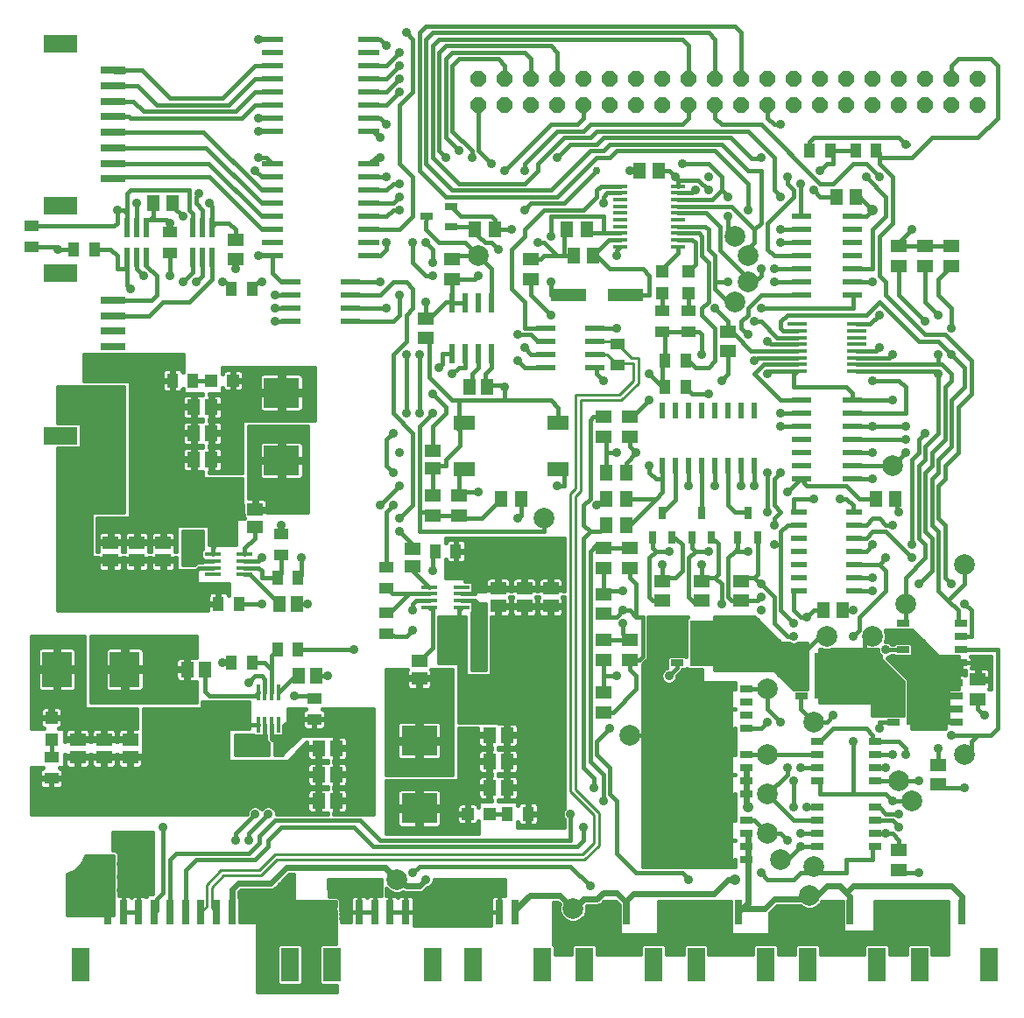
<source format=gtl>
G75*
%MOIN*%
%OFA0B0*%
%FSLAX25Y25*%
%IPPOS*%
%LPD*%
%AMOC8*
5,1,8,0,0,1.08239X$1,22.5*
%
%ADD10R,0.05118X0.05906*%
%ADD11R,0.05906X0.05118*%
%ADD12R,0.09449X0.03150*%
%ADD13R,0.12992X0.07087*%
%ADD14OC8,0.06000*%
%ADD15R,0.11220X0.13386*%
%ADD16R,0.13386X0.11220*%
%ADD17R,0.04724X0.04724*%
%ADD18R,0.07480X0.02362*%
%ADD19R,0.07795X0.02362*%
%ADD20R,0.04331X0.05512*%
%ADD21R,0.05512X0.04331*%
%ADD22R,0.06102X0.01772*%
%ADD23R,0.02205X0.07205*%
%ADD24R,0.01772X0.06102*%
%ADD25R,0.03150X0.09449*%
%ADD26R,0.07087X0.12992*%
%ADD27R,0.07874X0.02362*%
%ADD28R,0.05800X0.01400*%
%ADD29R,0.07800X0.02200*%
%ADD30R,0.02362X0.06102*%
%ADD31R,0.03150X0.05118*%
%ADD32R,0.07800X0.01600*%
%ADD33R,0.05906X0.02165*%
%ADD34R,0.05000X0.02500*%
%ADD35R,0.05000X0.02600*%
%ADD36C,0.03500*%
%ADD37R,0.16800X0.17600*%
%ADD38C,0.07874*%
%ADD39R,0.02200X0.07800*%
%ADD40R,0.05118X0.03150*%
%ADD41R,0.13780X0.04724*%
%ADD42R,0.08268X0.05512*%
%ADD43C,0.01600*%
%ADD44C,0.03543*%
%ADD45C,0.02969*%
%ADD46C,0.01000*%
%ADD47C,0.02400*%
%ADD48C,0.04134*%
D10*
X0120954Y0126800D03*
X0127646Y0126800D03*
X0127646Y0136800D03*
X0120954Y0136800D03*
X0120954Y0146800D03*
X0127646Y0146800D03*
X0120146Y0174300D03*
X0113454Y0174300D03*
X0077646Y0176800D03*
X0070954Y0176800D03*
X0105954Y0201800D03*
X0112646Y0201800D03*
X0080146Y0256800D03*
X0073454Y0256800D03*
X0073454Y0266800D03*
X0080146Y0266800D03*
X0080146Y0276800D03*
X0073454Y0276800D03*
X0065540Y0354300D03*
X0058060Y0354300D03*
X0180560Y0344300D03*
X0188040Y0344300D03*
X0215560Y0344300D03*
X0223040Y0344300D03*
X0225540Y0334300D03*
X0218060Y0334300D03*
X0243060Y0366800D03*
X0250540Y0366800D03*
X0318060Y0356800D03*
X0325540Y0356800D03*
X0185146Y0284300D03*
X0178454Y0284300D03*
X0230560Y0251800D03*
X0238040Y0251800D03*
X0238040Y0241800D03*
X0230560Y0241800D03*
X0230560Y0231800D03*
X0238040Y0231800D03*
X0198040Y0241800D03*
X0190560Y0241800D03*
X0313060Y0199300D03*
X0320540Y0199300D03*
X0333060Y0241800D03*
X0340540Y0241800D03*
X0192646Y0151800D03*
X0185954Y0151800D03*
X0185954Y0141800D03*
X0192646Y0141800D03*
X0192646Y0131800D03*
X0185954Y0131800D03*
D11*
X0229300Y0160560D03*
X0229300Y0168040D03*
X0229300Y0180560D03*
X0229300Y0188040D03*
X0239300Y0188040D03*
X0239300Y0180560D03*
X0229300Y0198060D03*
X0229300Y0205540D03*
X0229300Y0215560D03*
X0229300Y0223040D03*
X0239300Y0223040D03*
X0239300Y0215560D03*
X0251800Y0210540D03*
X0251800Y0203060D03*
X0266800Y0203060D03*
X0266800Y0210540D03*
X0281800Y0210540D03*
X0281800Y0203060D03*
X0209300Y0200954D03*
X0209300Y0207646D03*
X0199300Y0207646D03*
X0199300Y0200954D03*
X0189300Y0200954D03*
X0189300Y0207646D03*
X0156800Y0215954D03*
X0156800Y0222646D03*
X0164300Y0235560D03*
X0164300Y0243040D03*
X0174300Y0243040D03*
X0174300Y0235560D03*
X0164300Y0253454D03*
X0164300Y0260146D03*
X0161800Y0303060D03*
X0161800Y0310540D03*
X0171800Y0325560D03*
X0171800Y0333040D03*
X0201800Y0333040D03*
X0201800Y0325560D03*
X0229300Y0273040D03*
X0229300Y0265560D03*
X0239300Y0265560D03*
X0239300Y0273040D03*
X0276800Y0298060D03*
X0276800Y0305540D03*
X0341800Y0330560D03*
X0341800Y0338040D03*
X0351800Y0338040D03*
X0351800Y0330560D03*
X0361800Y0330560D03*
X0361800Y0338040D03*
X0159300Y0180146D03*
X0159300Y0173454D03*
X0096800Y0230954D03*
X0096800Y0237646D03*
X0061800Y0225146D03*
X0061800Y0218454D03*
X0051800Y0218454D03*
X0051800Y0225146D03*
X0041800Y0225146D03*
X0041800Y0218454D03*
X0039300Y0150146D03*
X0039300Y0143454D03*
X0029300Y0143454D03*
X0029300Y0150146D03*
X0049300Y0150146D03*
X0049300Y0143454D03*
X0089300Y0333060D03*
X0089300Y0340540D03*
X0356800Y0140540D03*
X0356800Y0133060D03*
X0341800Y0108040D03*
X0341800Y0100560D03*
X0371800Y0165560D03*
X0371800Y0173040D03*
D12*
X0042800Y0276131D03*
X0042800Y0282036D03*
X0042800Y0287942D03*
X0042800Y0293847D03*
X0042800Y0299753D03*
X0042800Y0305658D03*
X0042800Y0311564D03*
X0042800Y0317469D03*
X0042800Y0363631D03*
X0042800Y0369536D03*
X0042800Y0375442D03*
X0042800Y0381347D03*
X0042800Y0387253D03*
X0042800Y0393158D03*
X0042800Y0399064D03*
X0042800Y0404969D03*
D13*
X0022918Y0415206D03*
X0022918Y0353394D03*
X0022918Y0327706D03*
X0022918Y0265894D03*
D14*
X0181800Y0391800D03*
X0181800Y0401800D03*
X0191800Y0401800D03*
X0191800Y0391800D03*
X0201800Y0391800D03*
X0211800Y0391800D03*
X0211800Y0401800D03*
X0201800Y0401800D03*
X0221800Y0401800D03*
X0231800Y0401800D03*
X0231800Y0391800D03*
X0221800Y0391800D03*
X0241800Y0391800D03*
X0241800Y0401800D03*
X0251800Y0401800D03*
X0261800Y0401800D03*
X0261800Y0391800D03*
X0251800Y0391800D03*
X0271800Y0391800D03*
X0271800Y0401800D03*
X0281800Y0401800D03*
X0291800Y0401800D03*
X0291800Y0391800D03*
X0281800Y0391800D03*
X0301800Y0391800D03*
X0301800Y0401800D03*
X0311800Y0401800D03*
X0321800Y0401800D03*
X0321800Y0391800D03*
X0311800Y0391800D03*
X0331800Y0391800D03*
X0341800Y0391800D03*
X0341800Y0401800D03*
X0331800Y0401800D03*
X0351800Y0401800D03*
X0351800Y0391800D03*
X0361800Y0391800D03*
X0371800Y0391800D03*
X0371800Y0401800D03*
X0361800Y0401800D03*
D15*
X0047194Y0176800D03*
X0021406Y0176800D03*
D16*
X0106800Y0256406D03*
X0106800Y0282194D03*
X0159300Y0149694D03*
X0159300Y0123906D03*
D17*
X0177666Y0121800D03*
X0185934Y0121800D03*
X0019300Y0150166D03*
X0019300Y0158434D03*
X0080166Y0286800D03*
X0088434Y0286800D03*
X0251800Y0320166D03*
X0261800Y0320166D03*
X0261800Y0328434D03*
X0251800Y0328434D03*
D18*
X0133217Y0314300D03*
X0133217Y0309300D03*
D19*
X0133217Y0319300D03*
X0133217Y0324300D03*
X0110383Y0324300D03*
X0110383Y0319300D03*
X0110383Y0314300D03*
X0110383Y0309300D03*
D20*
X0095737Y0321800D03*
X0087863Y0321800D03*
X0073237Y0286800D03*
X0065363Y0286800D03*
X0035737Y0336800D03*
X0027863Y0336800D03*
X0165363Y0221800D03*
X0173237Y0221800D03*
X0113237Y0211800D03*
X0105363Y0211800D03*
X0090737Y0201800D03*
X0082863Y0201800D03*
X0105363Y0184300D03*
X0113237Y0184300D03*
X0095737Y0179300D03*
X0087863Y0179300D03*
X0192863Y0121800D03*
X0200737Y0121800D03*
X0252863Y0284300D03*
X0260737Y0284300D03*
X0260737Y0294300D03*
X0252863Y0294300D03*
X0307863Y0374300D03*
X0315737Y0374300D03*
X0325363Y0374300D03*
X0333237Y0374300D03*
D21*
X0261800Y0313237D03*
X0251800Y0313237D03*
X0251800Y0305363D03*
X0261800Y0305363D03*
X0234800Y0300737D03*
X0234800Y0292863D03*
X0146800Y0215737D03*
X0146800Y0207863D03*
X0146800Y0198237D03*
X0146800Y0190363D03*
X0119300Y0165737D03*
X0119300Y0157863D03*
X0106800Y0220363D03*
X0106800Y0228237D03*
X0019300Y0143237D03*
X0019300Y0135363D03*
X0064300Y0335363D03*
X0064300Y0343237D03*
X0011800Y0345737D03*
X0011800Y0337863D03*
D22*
X0080698Y0220639D03*
X0080698Y0218080D03*
X0080698Y0215520D03*
X0080698Y0212961D03*
X0092902Y0212961D03*
X0092902Y0215520D03*
X0092902Y0218080D03*
X0092902Y0220639D03*
X0163198Y0208139D03*
X0163198Y0205580D03*
X0163198Y0203020D03*
X0163198Y0200461D03*
X0175402Y0200461D03*
X0175402Y0203020D03*
X0175402Y0205580D03*
X0175402Y0208139D03*
D23*
X0080540Y0333591D03*
X0076800Y0333591D03*
X0073060Y0333591D03*
X0073060Y0345009D03*
X0076800Y0345009D03*
X0080540Y0345009D03*
X0055540Y0345009D03*
X0051800Y0345009D03*
X0048060Y0345009D03*
X0048060Y0333591D03*
X0051800Y0333591D03*
X0055540Y0333591D03*
D24*
X0097961Y0167902D03*
X0100520Y0167902D03*
X0103080Y0167902D03*
X0105639Y0167902D03*
X0105639Y0155698D03*
X0103080Y0155698D03*
X0100520Y0155698D03*
X0097961Y0155698D03*
D25*
X0099828Y0084300D03*
X0093922Y0084300D03*
X0088017Y0084300D03*
X0082111Y0084300D03*
X0076206Y0084300D03*
X0070300Y0084300D03*
X0064394Y0084300D03*
X0058489Y0084300D03*
X0052583Y0084300D03*
X0046678Y0084300D03*
X0040772Y0084300D03*
X0136442Y0084300D03*
X0142347Y0084300D03*
X0148253Y0084300D03*
X0154158Y0084300D03*
X0189847Y0084300D03*
X0195753Y0084300D03*
X0232347Y0084300D03*
X0238253Y0084300D03*
X0274847Y0084300D03*
X0280753Y0084300D03*
X0317347Y0084300D03*
X0323253Y0084300D03*
X0359847Y0084300D03*
X0365753Y0084300D03*
D26*
X0030536Y0064418D03*
X0110064Y0064418D03*
X0126206Y0064418D03*
X0164394Y0064418D03*
X0179611Y0064418D03*
X0205989Y0064418D03*
X0222111Y0064418D03*
X0248489Y0064418D03*
X0264611Y0064418D03*
X0290989Y0064418D03*
X0307111Y0064418D03*
X0333489Y0064418D03*
X0349611Y0064418D03*
X0375989Y0064418D03*
D27*
X0140107Y0334300D03*
X0140107Y0339300D03*
X0140107Y0344300D03*
X0140107Y0349300D03*
X0140107Y0354300D03*
X0140107Y0359300D03*
X0140107Y0364300D03*
X0140107Y0369300D03*
X0140107Y0381800D03*
X0140107Y0386800D03*
X0140107Y0391800D03*
X0140107Y0396800D03*
X0140107Y0401800D03*
X0140107Y0406800D03*
X0140107Y0411800D03*
X0140107Y0416800D03*
X0103493Y0416800D03*
X0103493Y0411800D03*
X0103493Y0406800D03*
X0103493Y0401800D03*
X0103493Y0396800D03*
X0103493Y0391800D03*
X0103493Y0386800D03*
X0103493Y0381800D03*
X0103493Y0369300D03*
X0103493Y0364300D03*
X0103493Y0359300D03*
X0103493Y0354300D03*
X0103493Y0349300D03*
X0103493Y0344300D03*
X0103493Y0339300D03*
X0103493Y0334300D03*
D28*
X0235702Y0337784D03*
X0235702Y0340343D03*
X0235702Y0342902D03*
X0235702Y0345461D03*
X0235702Y0348020D03*
X0235702Y0350580D03*
X0235702Y0353139D03*
X0235702Y0355698D03*
X0235702Y0358257D03*
X0235702Y0360816D03*
X0257898Y0360816D03*
X0257898Y0358257D03*
X0257898Y0355698D03*
X0257898Y0353139D03*
X0257898Y0350580D03*
X0257898Y0348020D03*
X0257898Y0345461D03*
X0257898Y0342902D03*
X0257898Y0340343D03*
X0257898Y0337784D03*
D29*
X0304600Y0339300D03*
X0304600Y0334300D03*
X0304600Y0329300D03*
X0304600Y0324300D03*
X0304600Y0319300D03*
X0324000Y0319300D03*
X0324000Y0324300D03*
X0324000Y0329300D03*
X0324000Y0334300D03*
X0324000Y0339300D03*
X0324000Y0344300D03*
X0324000Y0349300D03*
X0304600Y0349300D03*
X0304600Y0344300D03*
X0226100Y0306800D03*
X0226100Y0301800D03*
X0226100Y0296800D03*
X0226100Y0291800D03*
X0207500Y0291800D03*
X0207500Y0296800D03*
X0207500Y0301800D03*
X0207500Y0306800D03*
X0304600Y0279300D03*
X0304600Y0274300D03*
X0304600Y0269300D03*
X0304600Y0264300D03*
X0304600Y0259300D03*
X0304600Y0254300D03*
X0304600Y0249300D03*
X0324000Y0249300D03*
X0324000Y0254300D03*
X0324000Y0259300D03*
X0324000Y0264300D03*
X0324000Y0269300D03*
X0324000Y0274300D03*
X0324000Y0279300D03*
D30*
X0286800Y0275560D03*
X0281800Y0275560D03*
X0276800Y0275560D03*
X0271800Y0275560D03*
X0266800Y0275560D03*
X0261800Y0275560D03*
X0256800Y0275560D03*
X0251800Y0275560D03*
X0251800Y0254300D03*
X0256800Y0254300D03*
X0261800Y0254300D03*
X0266800Y0254300D03*
X0271800Y0254300D03*
X0276800Y0254300D03*
X0281800Y0254300D03*
X0286800Y0254300D03*
D31*
X0284300Y0236524D03*
X0280560Y0227076D03*
X0270540Y0227076D03*
X0263060Y0227076D03*
X0255540Y0227076D03*
X0248060Y0227076D03*
X0251800Y0236524D03*
X0266800Y0236524D03*
X0288040Y0227076D03*
D32*
X0303000Y0290343D03*
X0303000Y0292902D03*
X0303000Y0295461D03*
X0303000Y0298020D03*
X0303000Y0300580D03*
X0303000Y0303139D03*
X0303000Y0305698D03*
X0303000Y0308257D03*
X0325600Y0308257D03*
X0325600Y0305698D03*
X0325600Y0303139D03*
X0325600Y0300580D03*
X0325600Y0298020D03*
X0325600Y0295461D03*
X0325600Y0292902D03*
X0325600Y0290343D03*
D33*
X0324930Y0236800D03*
X0324930Y0231800D03*
X0324930Y0226800D03*
X0324930Y0221800D03*
X0324930Y0216800D03*
X0324930Y0211800D03*
X0324930Y0206800D03*
X0303670Y0206800D03*
X0303670Y0211800D03*
X0303670Y0216800D03*
X0303670Y0221800D03*
X0303670Y0226800D03*
X0303670Y0231800D03*
X0303670Y0236800D03*
D34*
X0343300Y0194300D03*
X0343300Y0189300D03*
X0343300Y0184300D03*
X0343300Y0179300D03*
X0365300Y0179300D03*
X0365300Y0184300D03*
X0365300Y0189300D03*
X0365300Y0194300D03*
X0332800Y0149300D03*
X0332800Y0144300D03*
X0332800Y0139300D03*
X0332800Y0134300D03*
X0332800Y0124300D03*
X0332800Y0119300D03*
X0332800Y0114300D03*
X0332800Y0109300D03*
X0310800Y0109300D03*
X0310800Y0114300D03*
X0310800Y0119300D03*
X0310800Y0124300D03*
X0310800Y0134300D03*
X0310800Y0139300D03*
X0310800Y0144300D03*
X0310800Y0149300D03*
D35*
X0304800Y0166800D03*
X0304800Y0171800D03*
X0304800Y0176800D03*
X0304800Y0181800D03*
X0281300Y0179300D03*
X0281300Y0184300D03*
X0281300Y0189300D03*
X0281300Y0194300D03*
X0257300Y0194300D03*
X0257300Y0189300D03*
X0257300Y0184300D03*
X0257300Y0179300D03*
X0259800Y0169300D03*
X0259800Y0164300D03*
X0259800Y0159300D03*
X0259800Y0154300D03*
X0259800Y0144300D03*
X0259800Y0139300D03*
X0259800Y0134300D03*
X0259800Y0129300D03*
X0259800Y0119300D03*
X0259800Y0114300D03*
X0259800Y0109300D03*
X0259800Y0104300D03*
X0283800Y0104300D03*
X0283800Y0109300D03*
X0283800Y0114300D03*
X0283800Y0119300D03*
X0283800Y0129300D03*
X0283800Y0134300D03*
X0283800Y0139300D03*
X0283800Y0144300D03*
X0283800Y0154300D03*
X0283800Y0159300D03*
X0283800Y0164300D03*
X0283800Y0169300D03*
X0328800Y0166800D03*
X0328800Y0171800D03*
X0328800Y0176800D03*
X0328800Y0181800D03*
X0339800Y0171800D03*
X0339800Y0166800D03*
X0339800Y0161800D03*
X0339800Y0156800D03*
X0363800Y0156800D03*
X0363800Y0161800D03*
X0363800Y0166800D03*
X0363800Y0171800D03*
D36*
X0356800Y0169300D03*
X0356800Y0164300D03*
X0356800Y0159300D03*
X0351800Y0159300D03*
X0351800Y0164300D03*
X0351800Y0169300D03*
X0346800Y0169300D03*
X0346800Y0164300D03*
X0346800Y0159300D03*
X0321800Y0169300D03*
X0321800Y0174300D03*
X0321800Y0179300D03*
X0316800Y0179300D03*
X0311800Y0179300D03*
X0311800Y0174300D03*
X0316800Y0174300D03*
X0316800Y0169300D03*
X0311800Y0169300D03*
X0276800Y0166800D03*
X0271800Y0166800D03*
X0266800Y0166800D03*
X0266800Y0161800D03*
X0266800Y0156800D03*
X0271800Y0156800D03*
X0271800Y0161800D03*
X0276800Y0161800D03*
X0276800Y0156800D03*
X0276800Y0141800D03*
X0276800Y0136800D03*
X0276800Y0131800D03*
X0271800Y0131800D03*
X0271800Y0136800D03*
X0271800Y0141800D03*
X0266800Y0141800D03*
X0266800Y0136800D03*
X0266800Y0131800D03*
X0266800Y0116800D03*
X0266800Y0111800D03*
X0266800Y0106800D03*
X0271800Y0106800D03*
X0271800Y0111800D03*
X0271800Y0116800D03*
X0276800Y0116800D03*
X0276800Y0111800D03*
X0276800Y0106800D03*
X0274300Y0181800D03*
X0269300Y0181800D03*
X0269300Y0186800D03*
X0274300Y0186800D03*
X0274300Y0191800D03*
X0269300Y0191800D03*
X0264300Y0191800D03*
X0264300Y0186800D03*
X0264300Y0181800D03*
D37*
X0270600Y0186800D03*
X0270500Y0161800D03*
X0270500Y0136800D03*
X0270500Y0111800D03*
X0353100Y0164300D03*
X0318100Y0174300D03*
D38*
X0314300Y0189300D03*
X0331800Y0189300D03*
X0344300Y0201800D03*
X0366800Y0216800D03*
X0339300Y0254300D03*
X0279300Y0316800D03*
X0284300Y0324300D03*
X0284300Y0334300D03*
X0279300Y0341800D03*
X0181800Y0334300D03*
X0206800Y0234300D03*
X0291800Y0169300D03*
X0309300Y0156800D03*
X0291800Y0144300D03*
X0291800Y0129300D03*
X0291800Y0114300D03*
X0296800Y0104300D03*
X0309300Y0101800D03*
X0307800Y0090800D03*
X0346800Y0126800D03*
X0341800Y0134300D03*
X0366800Y0144300D03*
X0239300Y0151800D03*
X0217800Y0085800D03*
X0150800Y0096800D03*
D39*
X0171800Y0297100D03*
X0176800Y0297100D03*
X0181800Y0297100D03*
X0186800Y0297100D03*
X0186800Y0316500D03*
X0181800Y0316500D03*
X0176800Y0316500D03*
X0171800Y0316500D03*
D40*
X0171524Y0345560D03*
X0171524Y0353040D03*
X0162076Y0349300D03*
D41*
X0215973Y0319300D03*
X0237627Y0319300D03*
D42*
X0212213Y0270658D03*
X0212213Y0252942D03*
X0176387Y0252942D03*
X0176387Y0270658D03*
D43*
X0174664Y0268936D01*
X0174664Y0262164D01*
X0169300Y0256800D01*
X0169300Y0254300D01*
X0165146Y0254300D01*
X0164300Y0253454D01*
X0164300Y0243040D01*
X0156800Y0239300D02*
X0156800Y0266800D01*
X0149300Y0274300D01*
X0149300Y0296800D01*
X0154300Y0301800D01*
X0154300Y0311800D01*
X0156800Y0314300D01*
X0156800Y0321800D01*
X0154300Y0324300D01*
X0149300Y0324300D01*
X0144300Y0319300D01*
X0133217Y0319300D01*
X0136800Y0319300D01*
X0136800Y0314300D02*
X0133217Y0314300D01*
X0146800Y0314300D01*
X0151800Y0311800D02*
X0149300Y0309300D01*
X0133217Y0309300D01*
X0136800Y0309300D01*
X0151800Y0311800D02*
X0151800Y0319300D01*
X0144300Y0324300D02*
X0133217Y0324300D01*
X0140107Y0334300D02*
X0144300Y0334300D01*
X0146800Y0336800D01*
X0146800Y0339300D01*
X0151800Y0344300D02*
X0140107Y0344300D01*
X0140107Y0349300D02*
X0146800Y0349300D01*
X0149300Y0351800D01*
X0151800Y0351800D01*
X0149300Y0354300D02*
X0140107Y0354300D01*
X0140107Y0359300D02*
X0146800Y0359300D01*
X0149300Y0361800D01*
X0151800Y0361800D01*
X0151800Y0356800D02*
X0149300Y0354300D01*
X0156800Y0349300D02*
X0151800Y0344300D01*
X0156800Y0339300D02*
X0156800Y0331800D01*
X0161800Y0326800D01*
X0164300Y0326800D01*
X0164300Y0331800D02*
X0164300Y0336800D01*
X0161800Y0339300D01*
X0161800Y0344300D02*
X0166800Y0339300D01*
X0176800Y0339300D01*
X0181800Y0334300D01*
X0186800Y0329300D01*
X0186800Y0316500D01*
X0186524Y0316776D01*
X0186800Y0316500D02*
X0186800Y0319300D01*
X0194300Y0321800D02*
X0199300Y0316800D01*
X0199300Y0306800D01*
X0207500Y0306800D01*
X0207500Y0301800D02*
X0204300Y0301800D01*
X0201800Y0304300D01*
X0196800Y0304300D01*
X0199300Y0299300D02*
X0201800Y0296800D01*
X0207500Y0296800D01*
X0207500Y0291800D02*
X0199300Y0291800D01*
X0196800Y0294300D01*
X0186800Y0291800D02*
X0184300Y0289300D01*
X0184300Y0285146D01*
X0190954Y0285146D01*
X0191800Y0284300D01*
X0191800Y0279300D01*
X0209300Y0279300D01*
X0212213Y0276387D01*
X0212213Y0270658D01*
X0224300Y0271800D02*
X0224300Y0241800D01*
X0221800Y0239300D01*
X0221800Y0231800D01*
X0224300Y0229300D01*
X0228060Y0229300D01*
X0230560Y0231800D01*
X0224300Y0229300D02*
X0221800Y0226800D01*
X0221800Y0139300D01*
X0225800Y0135300D01*
X0225800Y0131800D01*
X0229300Y0136800D02*
X0224300Y0141800D01*
X0224300Y0221800D01*
X0226800Y0224300D01*
X0228040Y0224300D01*
X0229300Y0223040D01*
X0239300Y0223040D01*
X0239300Y0215560D02*
X0239300Y0211800D01*
X0241800Y0209300D01*
X0241800Y0196800D01*
X0239300Y0199300D01*
X0236800Y0199300D01*
X0234300Y0196800D01*
X0230560Y0196800D01*
X0229300Y0198060D01*
X0230540Y0204300D02*
X0229300Y0205540D01*
X0230560Y0206800D01*
X0236800Y0206800D01*
X0229300Y0205540D02*
X0229300Y0215560D01*
X0214300Y0214802D02*
X0169300Y0214802D01*
X0169300Y0216400D02*
X0214300Y0216400D01*
X0214300Y0217999D02*
X0176877Y0217999D01*
X0176843Y0217939D02*
X0177080Y0218349D01*
X0177202Y0218807D01*
X0177202Y0221517D01*
X0173520Y0221517D01*
X0173520Y0222083D01*
X0172954Y0222083D01*
X0172954Y0226356D01*
X0170835Y0226356D01*
X0170377Y0226233D01*
X0169966Y0225996D01*
X0169631Y0225661D01*
X0169394Y0225251D01*
X0169300Y0224899D01*
X0169300Y0226800D01*
X0214300Y0226800D01*
X0214300Y0206800D01*
X0214053Y0206800D01*
X0214053Y0207167D01*
X0209780Y0207167D01*
X0209780Y0208126D01*
X0214053Y0208126D01*
X0214053Y0210442D01*
X0213930Y0210900D01*
X0213693Y0211311D01*
X0213358Y0211646D01*
X0212948Y0211883D01*
X0212490Y0212005D01*
X0209780Y0212005D01*
X0209780Y0208126D01*
X0208820Y0208126D01*
X0208820Y0207167D01*
X0204547Y0207167D01*
X0204547Y0206800D01*
X0204053Y0206800D01*
X0204053Y0207167D01*
X0199780Y0207167D01*
X0199780Y0208126D01*
X0204053Y0208126D01*
X0204053Y0210442D01*
X0203930Y0210900D01*
X0203693Y0211311D01*
X0203358Y0211646D01*
X0202948Y0211883D01*
X0202490Y0212005D01*
X0199780Y0212005D01*
X0199780Y0208126D01*
X0198820Y0208126D01*
X0198820Y0207167D01*
X0194547Y0207167D01*
X0194547Y0206800D01*
X0194053Y0206800D01*
X0194053Y0207167D01*
X0189780Y0207167D01*
X0189780Y0208126D01*
X0194053Y0208126D01*
X0194053Y0210442D01*
X0193930Y0210900D01*
X0193693Y0211311D01*
X0193358Y0211646D01*
X0192948Y0211883D01*
X0192490Y0212005D01*
X0189780Y0212005D01*
X0189780Y0208126D01*
X0188820Y0208126D01*
X0188820Y0207167D01*
X0184547Y0207167D01*
X0184547Y0206800D01*
X0179854Y0206800D01*
X0179854Y0209604D01*
X0179033Y0210424D01*
X0176800Y0210424D01*
X0176800Y0211800D01*
X0169300Y0211800D01*
X0169300Y0218701D01*
X0169394Y0218349D01*
X0169631Y0217939D01*
X0169966Y0217604D01*
X0170377Y0217367D01*
X0170835Y0217244D01*
X0172954Y0217244D01*
X0172954Y0221517D01*
X0173520Y0221517D01*
X0173520Y0217244D01*
X0175639Y0217244D01*
X0176097Y0217367D01*
X0176508Y0217604D01*
X0176843Y0217939D01*
X0177202Y0219597D02*
X0214300Y0219597D01*
X0214300Y0221196D02*
X0177202Y0221196D01*
X0177202Y0222083D02*
X0177202Y0224793D01*
X0177080Y0225251D01*
X0176843Y0225661D01*
X0176508Y0225996D01*
X0176097Y0226233D01*
X0175639Y0226356D01*
X0173520Y0226356D01*
X0173520Y0222083D01*
X0177202Y0222083D01*
X0177202Y0222794D02*
X0214300Y0222794D01*
X0214300Y0224393D02*
X0177202Y0224393D01*
X0176513Y0225991D02*
X0214300Y0225991D01*
X0206800Y0229300D02*
X0206800Y0234300D01*
X0206800Y0229300D02*
X0159300Y0229300D01*
X0159300Y0236800D01*
X0163060Y0236800D01*
X0164300Y0235560D01*
X0174300Y0235560D01*
X0173040Y0234300D01*
X0183060Y0234300D01*
X0190560Y0241800D01*
X0198040Y0241800D02*
X0198040Y0235540D01*
X0196800Y0234300D01*
X0181800Y0244300D02*
X0175560Y0244300D01*
X0174300Y0243040D01*
X0174418Y0252942D01*
X0176387Y0252942D01*
X0176800Y0252528D01*
X0164300Y0260146D02*
X0164300Y0269300D01*
X0169300Y0274300D01*
X0169300Y0276800D01*
X0164300Y0281800D01*
X0163040Y0288060D02*
X0171800Y0279300D01*
X0174300Y0279300D01*
X0191800Y0279300D01*
X0185146Y0284300D02*
X0184300Y0285146D01*
X0179300Y0285146D02*
X0178454Y0284300D01*
X0179300Y0285146D02*
X0179300Y0289300D01*
X0181800Y0291800D01*
X0181800Y0297100D01*
X0176800Y0297100D02*
X0176800Y0291800D01*
X0174300Y0291800D01*
X0171800Y0289300D01*
X0167946Y0292946D02*
X0166800Y0291800D01*
X0167946Y0292946D02*
X0167946Y0297100D01*
X0171800Y0297100D01*
X0163040Y0301800D02*
X0163040Y0288060D01*
X0159300Y0296800D02*
X0159300Y0274300D01*
X0164300Y0274300D02*
X0159300Y0269300D01*
X0159300Y0236800D01*
X0156800Y0239300D02*
X0151800Y0234300D01*
X0151800Y0229300D02*
X0156800Y0224300D01*
X0156800Y0222646D01*
X0156800Y0215954D02*
X0156800Y0214536D01*
X0163198Y0208139D01*
X0163198Y0205580D02*
X0155580Y0205580D01*
X0149083Y0205580D01*
X0146800Y0207863D01*
X0155580Y0205580D02*
X0148237Y0198237D01*
X0146800Y0198237D01*
X0156800Y0199300D02*
X0156800Y0201800D01*
X0158020Y0203020D01*
X0163198Y0203020D01*
X0163198Y0200461D02*
X0164300Y0199359D01*
X0164300Y0185146D01*
X0159300Y0180146D01*
X0160146Y0179300D01*
X0159300Y0179300D01*
X0163877Y0176800D02*
X0171800Y0176800D01*
X0171800Y0136800D01*
X0146800Y0136800D01*
X0146800Y0176800D01*
X0154723Y0176800D01*
X0154670Y0176707D01*
X0154547Y0176250D01*
X0154547Y0173933D01*
X0158820Y0173933D01*
X0158820Y0172974D01*
X0154547Y0172974D01*
X0154547Y0170658D01*
X0154670Y0170200D01*
X0154907Y0169789D01*
X0155242Y0169454D01*
X0155652Y0169217D01*
X0156110Y0169094D01*
X0158820Y0169094D01*
X0158820Y0172974D01*
X0159780Y0172974D01*
X0159780Y0173933D01*
X0164053Y0173933D01*
X0164053Y0176250D01*
X0163930Y0176707D01*
X0163877Y0176800D01*
X0164002Y0176437D02*
X0171800Y0176437D01*
X0171800Y0174839D02*
X0164053Y0174839D01*
X0164053Y0172974D02*
X0164053Y0170658D01*
X0163930Y0170200D01*
X0163693Y0169789D01*
X0163358Y0169454D01*
X0162948Y0169217D01*
X0162490Y0169094D01*
X0159780Y0169094D01*
X0159780Y0172974D01*
X0164053Y0172974D01*
X0164053Y0171642D02*
X0171800Y0171642D01*
X0171800Y0173240D02*
X0159780Y0173240D01*
X0158820Y0173240D02*
X0146800Y0173240D01*
X0146800Y0171642D02*
X0154547Y0171642D01*
X0154760Y0170043D02*
X0146800Y0170043D01*
X0146800Y0168445D02*
X0171800Y0168445D01*
X0171800Y0170043D02*
X0163840Y0170043D01*
X0159780Y0170043D02*
X0158820Y0170043D01*
X0158820Y0171642D02*
X0159780Y0171642D01*
X0154547Y0174839D02*
X0146800Y0174839D01*
X0146800Y0176437D02*
X0154598Y0176437D01*
X0146800Y0166846D02*
X0171800Y0166846D01*
X0171800Y0165248D02*
X0146800Y0165248D01*
X0146800Y0163649D02*
X0171800Y0163649D01*
X0171800Y0162051D02*
X0146800Y0162051D01*
X0146800Y0160452D02*
X0171800Y0160452D01*
X0171800Y0158854D02*
X0146800Y0158854D01*
X0146800Y0157255D02*
X0171800Y0157255D01*
X0171800Y0155657D02*
X0167762Y0155657D01*
X0167793Y0155541D02*
X0167670Y0155999D01*
X0167433Y0156409D01*
X0167098Y0156744D01*
X0166688Y0156981D01*
X0166230Y0157104D01*
X0160100Y0157104D01*
X0160100Y0150494D01*
X0158500Y0150494D01*
X0158500Y0157104D01*
X0152370Y0157104D01*
X0151912Y0156981D01*
X0151502Y0156744D01*
X0151167Y0156409D01*
X0150930Y0155999D01*
X0150807Y0155541D01*
X0150807Y0150494D01*
X0158500Y0150494D01*
X0158500Y0148894D01*
X0150807Y0148894D01*
X0150807Y0143846D01*
X0150930Y0143389D01*
X0151167Y0142978D01*
X0151502Y0142643D01*
X0151912Y0142406D01*
X0152370Y0142283D01*
X0158500Y0142283D01*
X0158500Y0148894D01*
X0160100Y0148894D01*
X0160100Y0150494D01*
X0167793Y0150494D01*
X0167793Y0155541D01*
X0167793Y0154058D02*
X0171800Y0154058D01*
X0171800Y0152460D02*
X0167793Y0152460D01*
X0167793Y0150861D02*
X0171800Y0150861D01*
X0171800Y0149263D02*
X0160100Y0149263D01*
X0160100Y0148894D02*
X0167793Y0148894D01*
X0167793Y0143846D01*
X0167670Y0143389D01*
X0167433Y0142978D01*
X0167098Y0142643D01*
X0166688Y0142406D01*
X0166230Y0142283D01*
X0160100Y0142283D01*
X0160100Y0148894D01*
X0160100Y0147664D02*
X0158500Y0147664D01*
X0158500Y0146066D02*
X0160100Y0146066D01*
X0160100Y0144467D02*
X0158500Y0144467D01*
X0158500Y0142869D02*
X0160100Y0142869D01*
X0167324Y0142869D02*
X0171800Y0142869D01*
X0171800Y0144467D02*
X0167793Y0144467D01*
X0167793Y0146066D02*
X0171800Y0146066D01*
X0171800Y0147664D02*
X0167793Y0147664D01*
X0174300Y0147664D02*
X0182032Y0147664D01*
X0181954Y0147742D02*
X0182289Y0147407D01*
X0182700Y0147170D01*
X0183158Y0147047D01*
X0185474Y0147047D01*
X0185474Y0151320D01*
X0186433Y0151320D01*
X0186433Y0147047D01*
X0186800Y0147047D01*
X0186800Y0146553D01*
X0186433Y0146553D01*
X0186433Y0142280D01*
X0185474Y0142280D01*
X0185474Y0146553D01*
X0183158Y0146553D01*
X0182700Y0146430D01*
X0182289Y0146193D01*
X0181954Y0145858D01*
X0181717Y0145448D01*
X0181594Y0144990D01*
X0181594Y0142280D01*
X0185474Y0142280D01*
X0185474Y0141320D01*
X0186433Y0141320D01*
X0186433Y0137047D01*
X0186800Y0137047D01*
X0186800Y0136553D01*
X0186433Y0136553D01*
X0186433Y0132280D01*
X0185474Y0132280D01*
X0185474Y0136553D01*
X0183158Y0136553D01*
X0182700Y0136430D01*
X0182289Y0136193D01*
X0181954Y0135858D01*
X0181717Y0135448D01*
X0181594Y0134990D01*
X0181594Y0132280D01*
X0185474Y0132280D01*
X0185474Y0131320D01*
X0186433Y0131320D01*
X0186433Y0127047D01*
X0186800Y0127047D01*
X0186800Y0126800D01*
X0181800Y0126800D01*
X0181800Y0124505D01*
X0181706Y0124857D01*
X0181469Y0125267D01*
X0181134Y0125603D01*
X0180723Y0125840D01*
X0180265Y0125962D01*
X0178047Y0125962D01*
X0178047Y0122181D01*
X0177285Y0122181D01*
X0177285Y0121419D01*
X0173504Y0121419D01*
X0173504Y0119201D01*
X0173627Y0118743D01*
X0173864Y0118333D01*
X0174199Y0117997D01*
X0174609Y0117760D01*
X0175067Y0117638D01*
X0177285Y0117638D01*
X0177285Y0121419D01*
X0178047Y0121419D01*
X0178047Y0117638D01*
X0180265Y0117638D01*
X0180723Y0117760D01*
X0181134Y0117997D01*
X0181469Y0118333D01*
X0181706Y0118743D01*
X0181800Y0119095D01*
X0181800Y0114300D01*
X0146800Y0114300D01*
X0146800Y0134300D01*
X0174300Y0134300D01*
X0174300Y0154300D01*
X0181594Y0154300D01*
X0181594Y0152280D01*
X0185474Y0152280D01*
X0185474Y0151320D01*
X0181594Y0151320D01*
X0181594Y0148610D01*
X0181717Y0148152D01*
X0181954Y0147742D01*
X0181594Y0149263D02*
X0174300Y0149263D01*
X0174300Y0150861D02*
X0181594Y0150861D01*
X0181594Y0152460D02*
X0174300Y0152460D01*
X0174300Y0154058D02*
X0181594Y0154058D01*
X0185474Y0150861D02*
X0186433Y0150861D01*
X0186433Y0149263D02*
X0185474Y0149263D01*
X0185474Y0147664D02*
X0186433Y0147664D01*
X0186433Y0146066D02*
X0185474Y0146066D01*
X0185474Y0144467D02*
X0186433Y0144467D01*
X0186433Y0142869D02*
X0185474Y0142869D01*
X0185474Y0141320D02*
X0181594Y0141320D01*
X0181594Y0138610D01*
X0181717Y0138152D01*
X0181954Y0137742D01*
X0182289Y0137407D01*
X0182700Y0137170D01*
X0183158Y0137047D01*
X0185474Y0137047D01*
X0185474Y0141320D01*
X0185474Y0141270D02*
X0186433Y0141270D01*
X0186433Y0139672D02*
X0185474Y0139672D01*
X0185474Y0138073D02*
X0186433Y0138073D01*
X0186433Y0136475D02*
X0185474Y0136475D01*
X0185474Y0134876D02*
X0186433Y0134876D01*
X0186433Y0133278D02*
X0185474Y0133278D01*
X0185474Y0131679D02*
X0146800Y0131679D01*
X0146800Y0130081D02*
X0150895Y0130081D01*
X0150930Y0130211D02*
X0150807Y0129754D01*
X0150807Y0124706D01*
X0158500Y0124706D01*
X0158500Y0123106D01*
X0160100Y0123106D01*
X0160100Y0116496D01*
X0166230Y0116496D01*
X0166688Y0116619D01*
X0167098Y0116856D01*
X0167433Y0117191D01*
X0167670Y0117601D01*
X0167793Y0118059D01*
X0167793Y0123106D01*
X0160100Y0123106D01*
X0160100Y0124706D01*
X0167793Y0124706D01*
X0167793Y0129754D01*
X0167670Y0130211D01*
X0167433Y0130622D01*
X0167098Y0130957D01*
X0166688Y0131194D01*
X0166230Y0131317D01*
X0160100Y0131317D01*
X0160100Y0124706D01*
X0158500Y0124706D01*
X0158500Y0131317D01*
X0152370Y0131317D01*
X0151912Y0131194D01*
X0151502Y0130957D01*
X0151167Y0130622D01*
X0150930Y0130211D01*
X0150807Y0128482D02*
X0146800Y0128482D01*
X0146800Y0126884D02*
X0150807Y0126884D01*
X0150807Y0125285D02*
X0146800Y0125285D01*
X0146800Y0123687D02*
X0158500Y0123687D01*
X0158500Y0123106D02*
X0150807Y0123106D01*
X0150807Y0118059D01*
X0150930Y0117601D01*
X0151167Y0117191D01*
X0151502Y0116856D01*
X0151912Y0116619D01*
X0152370Y0116496D01*
X0158500Y0116496D01*
X0158500Y0123106D01*
X0158500Y0122088D02*
X0160100Y0122088D01*
X0160100Y0120490D02*
X0158500Y0120490D01*
X0158500Y0118891D02*
X0160100Y0118891D01*
X0160100Y0117293D02*
X0158500Y0117293D01*
X0151108Y0117293D02*
X0146800Y0117293D01*
X0146800Y0118891D02*
X0150807Y0118891D01*
X0150807Y0120490D02*
X0146800Y0120490D01*
X0146800Y0122088D02*
X0150807Y0122088D01*
X0146800Y0115694D02*
X0181800Y0115694D01*
X0181800Y0117293D02*
X0167492Y0117293D01*
X0167793Y0118891D02*
X0173587Y0118891D01*
X0173504Y0120490D02*
X0167793Y0120490D01*
X0167793Y0122088D02*
X0177285Y0122088D01*
X0177285Y0122181D02*
X0173504Y0122181D01*
X0173504Y0124399D01*
X0173627Y0124857D01*
X0173864Y0125267D01*
X0174199Y0125603D01*
X0174609Y0125840D01*
X0175067Y0125962D01*
X0177285Y0125962D01*
X0177285Y0122181D01*
X0177285Y0123687D02*
X0178047Y0123687D01*
X0178047Y0125285D02*
X0177285Y0125285D01*
X0173881Y0125285D02*
X0167793Y0125285D01*
X0167793Y0126884D02*
X0186800Y0126884D01*
X0185474Y0127047D02*
X0185474Y0131320D01*
X0181594Y0131320D01*
X0181594Y0128610D01*
X0181717Y0128152D01*
X0181954Y0127742D01*
X0182289Y0127407D01*
X0182700Y0127170D01*
X0183158Y0127047D01*
X0185474Y0127047D01*
X0185474Y0128482D02*
X0186433Y0128482D01*
X0186433Y0130081D02*
X0185474Y0130081D01*
X0181594Y0130081D02*
X0167705Y0130081D01*
X0167793Y0128482D02*
X0181629Y0128482D01*
X0181451Y0125285D02*
X0181800Y0125285D01*
X0185934Y0121800D02*
X0192863Y0121800D01*
X0196800Y0118701D02*
X0196894Y0118349D01*
X0197131Y0117939D01*
X0197466Y0117604D01*
X0197877Y0117367D01*
X0198335Y0117244D01*
X0200454Y0117244D01*
X0200454Y0121517D01*
X0201020Y0121517D01*
X0201020Y0122083D01*
X0200454Y0122083D01*
X0200454Y0126356D01*
X0198335Y0126356D01*
X0197877Y0126233D01*
X0197466Y0125996D01*
X0197131Y0125661D01*
X0196894Y0125251D01*
X0196800Y0124899D01*
X0196800Y0126800D01*
X0189300Y0126800D01*
X0189300Y0127223D01*
X0189393Y0127170D01*
X0189850Y0127047D01*
X0192167Y0127047D01*
X0192167Y0131320D01*
X0193126Y0131320D01*
X0193126Y0127047D01*
X0195442Y0127047D01*
X0195900Y0127170D01*
X0196311Y0127407D01*
X0196646Y0127742D01*
X0196883Y0128152D01*
X0197005Y0128610D01*
X0197005Y0131320D01*
X0193126Y0131320D01*
X0193126Y0132280D01*
X0192167Y0132280D01*
X0192167Y0136553D01*
X0189850Y0136553D01*
X0189393Y0136430D01*
X0189300Y0136377D01*
X0189300Y0137223D01*
X0189393Y0137170D01*
X0189850Y0137047D01*
X0192167Y0137047D01*
X0192167Y0141320D01*
X0193126Y0141320D01*
X0193126Y0137047D01*
X0195442Y0137047D01*
X0195900Y0137170D01*
X0196311Y0137407D01*
X0196646Y0137742D01*
X0196883Y0138152D01*
X0197005Y0138610D01*
X0197005Y0141320D01*
X0193126Y0141320D01*
X0193126Y0142280D01*
X0192167Y0142280D01*
X0192167Y0146553D01*
X0189850Y0146553D01*
X0189393Y0146430D01*
X0189300Y0146377D01*
X0189300Y0147223D01*
X0189393Y0147170D01*
X0189850Y0147047D01*
X0192167Y0147047D01*
X0192167Y0151320D01*
X0193126Y0151320D01*
X0193126Y0147047D01*
X0195442Y0147047D01*
X0195900Y0147170D01*
X0196311Y0147407D01*
X0196646Y0147742D01*
X0196883Y0148152D01*
X0197005Y0148610D01*
X0197005Y0151320D01*
X0193126Y0151320D01*
X0193126Y0152280D01*
X0192167Y0152280D01*
X0192167Y0156553D01*
X0189850Y0156553D01*
X0189393Y0156430D01*
X0189300Y0156377D01*
X0189300Y0156800D01*
X0174300Y0156800D01*
X0174300Y0179300D01*
X0166800Y0179300D01*
X0166800Y0196800D01*
X0176800Y0196800D01*
X0176800Y0174300D01*
X0186800Y0174300D01*
X0186800Y0196594D01*
X0188820Y0196594D01*
X0188820Y0200474D01*
X0189780Y0200474D01*
X0189780Y0201433D01*
X0194053Y0201433D01*
X0194053Y0203750D01*
X0193930Y0204207D01*
X0193877Y0204300D01*
X0194723Y0204300D01*
X0194670Y0204207D01*
X0194547Y0203750D01*
X0194547Y0201433D01*
X0198820Y0201433D01*
X0198820Y0200474D01*
X0194547Y0200474D01*
X0194547Y0198158D01*
X0194670Y0197700D01*
X0194907Y0197289D01*
X0195242Y0196954D01*
X0195652Y0196717D01*
X0196110Y0196594D01*
X0198820Y0196594D01*
X0198820Y0200474D01*
X0199780Y0200474D01*
X0199780Y0201433D01*
X0204053Y0201433D01*
X0204053Y0203750D01*
X0203930Y0204207D01*
X0203877Y0204300D01*
X0204723Y0204300D01*
X0204670Y0204207D01*
X0204547Y0203750D01*
X0204547Y0201433D01*
X0208820Y0201433D01*
X0208820Y0200474D01*
X0204547Y0200474D01*
X0204547Y0198158D01*
X0204670Y0197700D01*
X0204907Y0197289D01*
X0205242Y0196954D01*
X0205652Y0196717D01*
X0206110Y0196594D01*
X0208820Y0196594D01*
X0208820Y0200474D01*
X0209780Y0200474D01*
X0209780Y0201433D01*
X0214053Y0201433D01*
X0214053Y0203750D01*
X0213930Y0204207D01*
X0213877Y0204300D01*
X0214300Y0204300D01*
X0214300Y0123785D01*
X0214111Y0123597D01*
X0213628Y0122431D01*
X0213628Y0121169D01*
X0214111Y0120003D01*
X0214300Y0119815D01*
X0214300Y0116800D01*
X0196800Y0116800D01*
X0196800Y0118701D01*
X0196800Y0117293D02*
X0198154Y0117293D01*
X0200454Y0117293D02*
X0201020Y0117293D01*
X0201020Y0117244D02*
X0203139Y0117244D01*
X0203597Y0117367D01*
X0204008Y0117604D01*
X0204343Y0117939D01*
X0204580Y0118349D01*
X0204702Y0118807D01*
X0204702Y0121517D01*
X0201020Y0121517D01*
X0201020Y0117244D01*
X0201020Y0118891D02*
X0200454Y0118891D01*
X0200454Y0120490D02*
X0201020Y0120490D01*
X0201020Y0122083D02*
X0204702Y0122083D01*
X0204702Y0124793D01*
X0204580Y0125251D01*
X0204343Y0125661D01*
X0204008Y0125996D01*
X0203597Y0126233D01*
X0203139Y0126356D01*
X0201020Y0126356D01*
X0201020Y0122083D01*
X0201020Y0122088D02*
X0200454Y0122088D01*
X0200454Y0123687D02*
X0201020Y0123687D01*
X0201020Y0125285D02*
X0200454Y0125285D01*
X0196914Y0125285D02*
X0196800Y0125285D01*
X0196971Y0128482D02*
X0214300Y0128482D01*
X0214300Y0126884D02*
X0189300Y0126884D01*
X0192167Y0128482D02*
X0193126Y0128482D01*
X0193126Y0130081D02*
X0192167Y0130081D01*
X0193126Y0131679D02*
X0214300Y0131679D01*
X0214300Y0130081D02*
X0197005Y0130081D01*
X0197005Y0132280D02*
X0193126Y0132280D01*
X0193126Y0136553D01*
X0195442Y0136553D01*
X0195900Y0136430D01*
X0196311Y0136193D01*
X0196646Y0135858D01*
X0196883Y0135448D01*
X0197005Y0134990D01*
X0197005Y0132280D01*
X0197005Y0133278D02*
X0214300Y0133278D01*
X0214300Y0134876D02*
X0197005Y0134876D01*
X0195734Y0136475D02*
X0214300Y0136475D01*
X0214300Y0138073D02*
X0196837Y0138073D01*
X0197005Y0139672D02*
X0214300Y0139672D01*
X0214300Y0141270D02*
X0197005Y0141270D01*
X0197005Y0142280D02*
X0197005Y0144990D01*
X0196883Y0145448D01*
X0196646Y0145858D01*
X0196311Y0146193D01*
X0195900Y0146430D01*
X0195442Y0146553D01*
X0193126Y0146553D01*
X0193126Y0142280D01*
X0197005Y0142280D01*
X0197005Y0142869D02*
X0214300Y0142869D01*
X0214300Y0144467D02*
X0197005Y0144467D01*
X0196438Y0146066D02*
X0214300Y0146066D01*
X0214300Y0147664D02*
X0196568Y0147664D01*
X0197005Y0149263D02*
X0214300Y0149263D01*
X0214300Y0150861D02*
X0197005Y0150861D01*
X0197005Y0152280D02*
X0197005Y0154990D01*
X0196883Y0155448D01*
X0196646Y0155858D01*
X0196311Y0156193D01*
X0195900Y0156430D01*
X0195442Y0156553D01*
X0193126Y0156553D01*
X0193126Y0152280D01*
X0197005Y0152280D01*
X0197005Y0152460D02*
X0214300Y0152460D01*
X0214300Y0154058D02*
X0197005Y0154058D01*
X0196762Y0155657D02*
X0214300Y0155657D01*
X0214300Y0157255D02*
X0174300Y0157255D01*
X0174300Y0158854D02*
X0214300Y0158854D01*
X0214300Y0160452D02*
X0174300Y0160452D01*
X0174300Y0162051D02*
X0214300Y0162051D01*
X0214300Y0163649D02*
X0174300Y0163649D01*
X0174300Y0165248D02*
X0214300Y0165248D01*
X0214300Y0166846D02*
X0174300Y0166846D01*
X0174300Y0168445D02*
X0214300Y0168445D01*
X0214300Y0170043D02*
X0174300Y0170043D01*
X0174300Y0171642D02*
X0214300Y0171642D01*
X0214300Y0173240D02*
X0174300Y0173240D01*
X0174300Y0174839D02*
X0176800Y0174839D01*
X0176800Y0176437D02*
X0174300Y0176437D01*
X0174300Y0178036D02*
X0176800Y0178036D01*
X0176800Y0179634D02*
X0166800Y0179634D01*
X0166800Y0181233D02*
X0176800Y0181233D01*
X0176800Y0182832D02*
X0166800Y0182832D01*
X0166800Y0184430D02*
X0176800Y0184430D01*
X0176800Y0186029D02*
X0166800Y0186029D01*
X0166800Y0187627D02*
X0176800Y0187627D01*
X0176800Y0189226D02*
X0166800Y0189226D01*
X0166800Y0190824D02*
X0176800Y0190824D01*
X0176800Y0192423D02*
X0166800Y0192423D01*
X0166800Y0194021D02*
X0176800Y0194021D01*
X0176800Y0195620D02*
X0166800Y0195620D01*
X0174300Y0194300D02*
X0174300Y0199359D01*
X0175402Y0200461D01*
X0175402Y0203020D02*
X0180580Y0203020D01*
X0181800Y0201800D01*
X0181800Y0199300D01*
X0179854Y0198996D02*
X0179854Y0201800D01*
X0184300Y0201800D01*
X0184300Y0176800D01*
X0179300Y0176800D01*
X0179300Y0198442D01*
X0179854Y0198996D01*
X0179674Y0198817D02*
X0184300Y0198817D01*
X0184300Y0200415D02*
X0179854Y0200415D01*
X0179300Y0197218D02*
X0184300Y0197218D01*
X0184300Y0195620D02*
X0179300Y0195620D01*
X0179300Y0194021D02*
X0184300Y0194021D01*
X0184300Y0192423D02*
X0179300Y0192423D01*
X0179300Y0190824D02*
X0184300Y0190824D01*
X0184300Y0189226D02*
X0179300Y0189226D01*
X0179300Y0187627D02*
X0184300Y0187627D01*
X0184300Y0186029D02*
X0179300Y0186029D01*
X0179300Y0184430D02*
X0184300Y0184430D01*
X0184300Y0182832D02*
X0179300Y0182832D01*
X0179300Y0181233D02*
X0184300Y0181233D01*
X0184300Y0179634D02*
X0179300Y0179634D01*
X0179300Y0178036D02*
X0184300Y0178036D01*
X0186800Y0178036D02*
X0214300Y0178036D01*
X0214300Y0179634D02*
X0186800Y0179634D01*
X0186800Y0181233D02*
X0214300Y0181233D01*
X0214300Y0182832D02*
X0186800Y0182832D01*
X0186800Y0184430D02*
X0214300Y0184430D01*
X0214300Y0186029D02*
X0186800Y0186029D01*
X0186800Y0187627D02*
X0214300Y0187627D01*
X0214300Y0189226D02*
X0186800Y0189226D01*
X0186800Y0190824D02*
X0214300Y0190824D01*
X0214300Y0192423D02*
X0186800Y0192423D01*
X0186800Y0194021D02*
X0214300Y0194021D01*
X0214300Y0195620D02*
X0186800Y0195620D01*
X0188820Y0197218D02*
X0189780Y0197218D01*
X0189780Y0196594D02*
X0192490Y0196594D01*
X0192948Y0196717D01*
X0193358Y0196954D01*
X0193693Y0197289D01*
X0193930Y0197700D01*
X0194053Y0198158D01*
X0194053Y0200474D01*
X0189780Y0200474D01*
X0189780Y0196594D01*
X0189780Y0198817D02*
X0188820Y0198817D01*
X0188820Y0200415D02*
X0189780Y0200415D01*
X0194053Y0200415D02*
X0194547Y0200415D01*
X0194547Y0198817D02*
X0194053Y0198817D01*
X0193622Y0197218D02*
X0194978Y0197218D01*
X0198820Y0197218D02*
X0199780Y0197218D01*
X0199780Y0196594D02*
X0202490Y0196594D01*
X0202948Y0196717D01*
X0203358Y0196954D01*
X0203693Y0197289D01*
X0203930Y0197700D01*
X0204053Y0198158D01*
X0204053Y0200474D01*
X0199780Y0200474D01*
X0199780Y0196594D01*
X0199780Y0198817D02*
X0198820Y0198817D01*
X0198820Y0200415D02*
X0199780Y0200415D01*
X0204053Y0200415D02*
X0204547Y0200415D01*
X0204547Y0198817D02*
X0204053Y0198817D01*
X0203622Y0197218D02*
X0204978Y0197218D01*
X0208820Y0197218D02*
X0209780Y0197218D01*
X0209780Y0196594D02*
X0212490Y0196594D01*
X0212948Y0196717D01*
X0213358Y0196954D01*
X0213693Y0197289D01*
X0213930Y0197700D01*
X0214053Y0198158D01*
X0214053Y0200474D01*
X0209780Y0200474D01*
X0209780Y0196594D01*
X0209780Y0198817D02*
X0208820Y0198817D01*
X0208820Y0200415D02*
X0209780Y0200415D01*
X0214053Y0200415D02*
X0214300Y0200415D01*
X0214300Y0198817D02*
X0214053Y0198817D01*
X0214300Y0197218D02*
X0213622Y0197218D01*
X0214053Y0202014D02*
X0214300Y0202014D01*
X0214300Y0203612D02*
X0214053Y0203612D01*
X0214053Y0206809D02*
X0214300Y0206809D01*
X0214300Y0208408D02*
X0214053Y0208408D01*
X0214053Y0210006D02*
X0214300Y0210006D01*
X0214300Y0211605D02*
X0213399Y0211605D01*
X0214300Y0213203D02*
X0169300Y0213203D01*
X0171800Y0214300D02*
X0209300Y0214300D01*
X0211800Y0216800D01*
X0209780Y0211605D02*
X0208820Y0211605D01*
X0208820Y0212005D02*
X0206110Y0212005D01*
X0205652Y0211883D01*
X0205242Y0211646D01*
X0204907Y0211311D01*
X0204670Y0210900D01*
X0204547Y0210442D01*
X0204547Y0208126D01*
X0208820Y0208126D01*
X0208820Y0212005D01*
X0208820Y0210006D02*
X0209780Y0210006D01*
X0209780Y0208408D02*
X0208820Y0208408D01*
X0204547Y0208408D02*
X0204053Y0208408D01*
X0204053Y0210006D02*
X0204547Y0210006D01*
X0205201Y0211605D02*
X0203399Y0211605D01*
X0199780Y0211605D02*
X0198820Y0211605D01*
X0198820Y0212005D02*
X0196110Y0212005D01*
X0195652Y0211883D01*
X0195242Y0211646D01*
X0194907Y0211311D01*
X0194670Y0210900D01*
X0194547Y0210442D01*
X0194547Y0208126D01*
X0198820Y0208126D01*
X0198820Y0212005D01*
X0198820Y0210006D02*
X0199780Y0210006D01*
X0199780Y0208408D02*
X0198820Y0208408D01*
X0194547Y0208408D02*
X0194053Y0208408D01*
X0194053Y0210006D02*
X0194547Y0210006D01*
X0195201Y0211605D02*
X0193399Y0211605D01*
X0189780Y0211605D02*
X0188820Y0211605D01*
X0188820Y0212005D02*
X0186110Y0212005D01*
X0185652Y0211883D01*
X0185242Y0211646D01*
X0184907Y0211311D01*
X0184670Y0210900D01*
X0184547Y0210442D01*
X0184547Y0208126D01*
X0188820Y0208126D01*
X0188820Y0212005D01*
X0188820Y0210006D02*
X0189780Y0210006D01*
X0189780Y0208408D02*
X0188820Y0208408D01*
X0184547Y0208408D02*
X0179854Y0208408D01*
X0179854Y0206809D02*
X0184547Y0206809D01*
X0184547Y0210006D02*
X0179452Y0210006D01*
X0181800Y0209300D02*
X0180580Y0205580D01*
X0175402Y0205580D01*
X0176800Y0211605D02*
X0185201Y0211605D01*
X0194053Y0206809D02*
X0194547Y0206809D01*
X0194547Y0203612D02*
X0194053Y0203612D01*
X0194053Y0202014D02*
X0194547Y0202014D01*
X0204053Y0202014D02*
X0204547Y0202014D01*
X0204547Y0203612D02*
X0204053Y0203612D01*
X0204053Y0206809D02*
X0204547Y0206809D01*
X0229300Y0188040D02*
X0239300Y0188040D01*
X0236800Y0190540D01*
X0236800Y0194300D01*
X0241800Y0196800D02*
X0244300Y0196800D01*
X0244300Y0181800D01*
X0243060Y0180560D01*
X0239300Y0180560D01*
X0239300Y0176800D01*
X0241800Y0174300D01*
X0241800Y0169300D01*
X0233060Y0160560D01*
X0229300Y0160560D01*
X0231800Y0154300D02*
X0226800Y0149300D01*
X0226800Y0144300D01*
X0231800Y0139300D01*
X0231800Y0129300D01*
X0234300Y0126800D01*
X0234300Y0106800D01*
X0241800Y0099300D01*
X0259300Y0099300D01*
X0261800Y0096800D01*
X0263646Y0101800D02*
X0263740Y0101895D01*
X0263977Y0102305D01*
X0264100Y0102763D01*
X0264100Y0104300D01*
X0264100Y0104480D01*
X0264537Y0104043D01*
X0265118Y0103654D01*
X0265764Y0103386D01*
X0266450Y0103250D01*
X0266800Y0103250D01*
X0267150Y0103250D01*
X0267835Y0103386D01*
X0268482Y0103654D01*
X0269063Y0104043D01*
X0269300Y0104280D01*
X0269537Y0104043D01*
X0270118Y0103654D01*
X0270764Y0103386D01*
X0271450Y0103250D01*
X0271800Y0103250D01*
X0272150Y0103250D01*
X0272835Y0103386D01*
X0273482Y0103654D01*
X0274063Y0104043D01*
X0274300Y0104280D01*
X0274537Y0104043D01*
X0275118Y0103654D01*
X0275764Y0103386D01*
X0276450Y0103250D01*
X0276800Y0103250D01*
X0276800Y0106800D01*
X0276800Y0106800D01*
X0276800Y0108250D01*
X0276800Y0111800D01*
X0279300Y0111800D01*
X0279300Y0111800D01*
X0276800Y0111800D01*
X0276800Y0111800D01*
X0276800Y0111800D01*
X0276800Y0116800D01*
X0276800Y0116800D01*
X0276800Y0120350D01*
X0277150Y0120350D01*
X0277835Y0120214D01*
X0278482Y0119946D01*
X0279063Y0119557D01*
X0279300Y0119320D01*
X0279300Y0129280D01*
X0279063Y0129043D01*
X0278482Y0128654D01*
X0277835Y0128386D01*
X0277150Y0128250D01*
X0276800Y0128250D01*
X0276800Y0131800D01*
X0276800Y0131800D01*
X0276800Y0133250D01*
X0276800Y0136800D01*
X0279300Y0136800D01*
X0279300Y0136800D01*
X0276800Y0136800D01*
X0276800Y0136800D01*
X0276800Y0136800D01*
X0276800Y0141800D01*
X0276800Y0141800D01*
X0276800Y0145350D01*
X0277150Y0145350D01*
X0277835Y0145214D01*
X0278482Y0144946D01*
X0279063Y0144557D01*
X0279300Y0144320D01*
X0279300Y0154280D01*
X0279063Y0154043D01*
X0278482Y0153654D01*
X0277835Y0153386D01*
X0277150Y0153250D01*
X0276800Y0153250D01*
X0276800Y0156800D01*
X0276800Y0156800D01*
X0276800Y0158250D01*
X0276800Y0161800D01*
X0276800Y0161800D01*
X0276800Y0166800D01*
X0276800Y0166800D01*
X0276800Y0170350D01*
X0277150Y0170350D01*
X0277835Y0170214D01*
X0278482Y0169946D01*
X0279063Y0169557D01*
X0279300Y0169320D01*
X0279300Y0171800D01*
X0263646Y0171800D01*
X0263740Y0171705D01*
X0263977Y0171295D01*
X0264100Y0170837D01*
X0264100Y0169300D01*
X0259800Y0169300D01*
X0259800Y0169300D01*
X0264100Y0169300D01*
X0264100Y0169120D01*
X0264537Y0169557D01*
X0265118Y0169946D01*
X0265764Y0170214D01*
X0266450Y0170350D01*
X0266800Y0170350D01*
X0266800Y0166800D01*
X0266800Y0166800D01*
X0271800Y0166800D01*
X0276800Y0166800D01*
X0276800Y0166800D01*
X0276800Y0166800D01*
X0276800Y0170350D01*
X0276450Y0170350D01*
X0275764Y0170214D01*
X0275118Y0169946D01*
X0274537Y0169557D01*
X0274300Y0169320D01*
X0274063Y0169557D01*
X0273482Y0169946D01*
X0272835Y0170214D01*
X0272150Y0170350D01*
X0271800Y0170350D01*
X0271800Y0166800D01*
X0271800Y0166800D01*
X0271800Y0166800D01*
X0273250Y0166800D01*
X0276800Y0166800D01*
X0276800Y0165350D01*
X0276800Y0161800D01*
X0279300Y0161800D01*
X0279300Y0161800D01*
X0276800Y0161800D01*
X0276800Y0161800D01*
X0276800Y0161800D01*
X0275350Y0161800D01*
X0271800Y0161800D01*
X0271800Y0161800D01*
X0271800Y0161800D01*
X0271800Y0166800D01*
X0271800Y0166800D01*
X0271800Y0170350D01*
X0271450Y0170350D01*
X0270764Y0170214D01*
X0270118Y0169946D01*
X0269537Y0169557D01*
X0269300Y0169320D01*
X0269063Y0169557D01*
X0268482Y0169946D01*
X0267835Y0170214D01*
X0267150Y0170350D01*
X0266800Y0170350D01*
X0266800Y0166800D01*
X0266800Y0166800D01*
X0266800Y0161800D01*
X0266800Y0161800D01*
X0270350Y0161800D01*
X0271800Y0161800D01*
X0276800Y0161800D01*
X0276800Y0161800D01*
X0276800Y0156800D01*
X0276800Y0156800D01*
X0271800Y0156800D01*
X0271800Y0156800D01*
X0271800Y0156800D01*
X0271800Y0161800D01*
X0271800Y0165350D01*
X0271800Y0166800D01*
X0271800Y0166800D01*
X0268250Y0166800D01*
X0266800Y0166800D01*
X0266800Y0166800D01*
X0266800Y0165350D01*
X0266800Y0161800D01*
X0266800Y0161800D01*
X0266800Y0156800D01*
X0271800Y0156800D01*
X0273250Y0156800D01*
X0276800Y0156800D01*
X0276800Y0156800D01*
X0276800Y0153250D01*
X0276450Y0153250D01*
X0275764Y0153386D01*
X0275118Y0153654D01*
X0274537Y0154043D01*
X0274300Y0154280D01*
X0274063Y0154043D01*
X0273482Y0153654D01*
X0272835Y0153386D01*
X0272150Y0153250D01*
X0271800Y0153250D01*
X0271800Y0156800D01*
X0271800Y0156800D01*
X0271800Y0156800D01*
X0271800Y0158250D01*
X0271800Y0161800D01*
X0271800Y0161800D01*
X0271800Y0161800D01*
X0266800Y0161800D01*
X0266800Y0161800D01*
X0266800Y0160350D01*
X0266800Y0156800D01*
X0266800Y0156800D01*
X0266800Y0156800D01*
X0266800Y0153250D01*
X0267150Y0153250D01*
X0267835Y0153386D01*
X0268482Y0153654D01*
X0269063Y0154043D01*
X0269300Y0154280D01*
X0269537Y0154043D01*
X0270118Y0153654D01*
X0270764Y0153386D01*
X0271450Y0153250D01*
X0271800Y0153250D01*
X0271800Y0156800D01*
X0268250Y0156800D01*
X0266800Y0156800D01*
X0266800Y0156800D01*
X0266800Y0153250D01*
X0266450Y0153250D01*
X0265764Y0153386D01*
X0265118Y0153654D01*
X0264537Y0154043D01*
X0264100Y0154480D01*
X0264100Y0154300D01*
X0259800Y0154300D01*
X0259800Y0154300D01*
X0259800Y0154300D01*
X0259800Y0159300D01*
X0264100Y0159300D01*
X0264100Y0159480D01*
X0264280Y0159300D01*
X0264100Y0159120D01*
X0264100Y0159300D01*
X0259800Y0159300D01*
X0259800Y0159300D01*
X0259800Y0159300D01*
X0259800Y0164300D01*
X0264100Y0164300D01*
X0264100Y0164480D01*
X0264280Y0164300D01*
X0264100Y0164120D01*
X0264100Y0164300D01*
X0259800Y0164300D01*
X0259800Y0164300D01*
X0259800Y0164300D01*
X0259800Y0169300D01*
X0259800Y0169300D01*
X0259800Y0167400D01*
X0259800Y0164300D01*
X0259800Y0164300D01*
X0259800Y0162400D01*
X0259800Y0159300D01*
X0259800Y0159300D01*
X0259800Y0157400D01*
X0259800Y0154300D01*
X0264100Y0154300D01*
X0264100Y0152763D01*
X0263977Y0152305D01*
X0263740Y0151895D01*
X0263405Y0151560D01*
X0262995Y0151323D01*
X0262537Y0151200D01*
X0259800Y0151200D01*
X0259800Y0154300D01*
X0259800Y0154300D01*
X0259800Y0151200D01*
X0257063Y0151200D01*
X0256800Y0151270D01*
X0256800Y0147330D01*
X0257063Y0147400D01*
X0259800Y0147400D01*
X0259800Y0144300D01*
X0259800Y0144300D01*
X0264100Y0144300D01*
X0264100Y0145837D01*
X0263977Y0146295D01*
X0263740Y0146705D01*
X0263405Y0147040D01*
X0262995Y0147277D01*
X0262537Y0147400D01*
X0259800Y0147400D01*
X0259800Y0144300D01*
X0259800Y0144300D01*
X0264100Y0144300D01*
X0264100Y0144120D01*
X0264537Y0144557D01*
X0265118Y0144946D01*
X0265764Y0145214D01*
X0266450Y0145350D01*
X0266800Y0145350D01*
X0266800Y0141800D01*
X0266800Y0141800D01*
X0271800Y0141800D01*
X0271800Y0141800D01*
X0271800Y0145350D01*
X0272150Y0145350D01*
X0272835Y0145214D01*
X0273482Y0144946D01*
X0274063Y0144557D01*
X0274300Y0144320D01*
X0274537Y0144557D01*
X0275118Y0144946D01*
X0275764Y0145214D01*
X0276450Y0145350D01*
X0276800Y0145350D01*
X0276800Y0141800D01*
X0276800Y0141800D01*
X0276800Y0141800D01*
X0271800Y0141800D01*
X0271800Y0141800D01*
X0271800Y0145350D01*
X0271450Y0145350D01*
X0270764Y0145214D01*
X0270118Y0144946D01*
X0269537Y0144557D01*
X0269300Y0144320D01*
X0269063Y0144557D01*
X0268482Y0144946D01*
X0267835Y0145214D01*
X0267150Y0145350D01*
X0266800Y0145350D01*
X0266800Y0141800D01*
X0266800Y0141800D01*
X0268250Y0141800D01*
X0271800Y0141800D01*
X0271800Y0141800D01*
X0271800Y0136800D01*
X0271800Y0136800D01*
X0275350Y0136800D01*
X0276800Y0136800D01*
X0276800Y0136800D01*
X0276800Y0136800D01*
X0276800Y0140350D01*
X0276800Y0141800D01*
X0273250Y0141800D01*
X0271800Y0141800D01*
X0271800Y0141800D01*
X0271800Y0140350D01*
X0271800Y0136800D01*
X0271800Y0136800D01*
X0271800Y0136800D01*
X0270350Y0136800D01*
X0266800Y0136800D01*
X0266800Y0136800D01*
X0266800Y0136800D01*
X0266800Y0141800D01*
X0266800Y0141800D01*
X0266800Y0140350D01*
X0266800Y0136800D01*
X0271800Y0136800D01*
X0271800Y0131800D01*
X0271800Y0131800D01*
X0276800Y0131800D01*
X0276800Y0136800D01*
X0271800Y0136800D01*
X0271800Y0136800D01*
X0271800Y0133250D01*
X0271800Y0131800D01*
X0271800Y0131800D01*
X0271800Y0131800D01*
X0266800Y0131800D01*
X0266800Y0131800D01*
X0266800Y0136800D01*
X0266800Y0136800D01*
X0266800Y0133250D01*
X0266800Y0131800D01*
X0266800Y0131800D01*
X0268250Y0131800D01*
X0271800Y0131800D01*
X0273250Y0131800D01*
X0276800Y0131800D01*
X0276800Y0131800D01*
X0276800Y0131800D01*
X0276800Y0128250D01*
X0276450Y0128250D01*
X0275764Y0128386D01*
X0275118Y0128654D01*
X0274537Y0129043D01*
X0274300Y0129280D01*
X0274063Y0129043D01*
X0273482Y0128654D01*
X0272835Y0128386D01*
X0272150Y0128250D01*
X0271800Y0128250D01*
X0271800Y0131800D01*
X0271800Y0131800D01*
X0271800Y0128250D01*
X0271450Y0128250D01*
X0270764Y0128386D01*
X0270118Y0128654D01*
X0269537Y0129043D01*
X0269300Y0129280D01*
X0269063Y0129043D01*
X0268482Y0128654D01*
X0267835Y0128386D01*
X0267150Y0128250D01*
X0266800Y0128250D01*
X0266800Y0131800D01*
X0266800Y0131800D01*
X0266800Y0128250D01*
X0266450Y0128250D01*
X0265764Y0128386D01*
X0265118Y0128654D01*
X0264537Y0129043D01*
X0264100Y0129480D01*
X0264100Y0129300D01*
X0259800Y0129300D01*
X0259800Y0129300D01*
X0259800Y0134300D01*
X0259800Y0134300D01*
X0259800Y0139300D01*
X0259800Y0139300D01*
X0259800Y0144300D01*
X0259800Y0144300D01*
X0259800Y0142400D01*
X0259800Y0139300D01*
X0264100Y0139300D01*
X0264100Y0139480D01*
X0264280Y0139300D01*
X0264100Y0139120D01*
X0264100Y0139300D01*
X0259800Y0139300D01*
X0259800Y0139300D01*
X0259800Y0139300D01*
X0259800Y0137400D01*
X0259800Y0134300D01*
X0264100Y0134300D01*
X0264100Y0134480D01*
X0264280Y0134300D01*
X0264100Y0134120D01*
X0264100Y0134300D01*
X0259800Y0134300D01*
X0259800Y0134300D01*
X0259800Y0134300D01*
X0259800Y0131200D01*
X0259800Y0129300D01*
X0259800Y0129300D01*
X0264100Y0129300D01*
X0264100Y0127763D01*
X0263977Y0127305D01*
X0263740Y0126895D01*
X0263405Y0126560D01*
X0262995Y0126323D01*
X0262537Y0126200D01*
X0259800Y0126200D01*
X0259800Y0129300D01*
X0259800Y0129300D01*
X0259800Y0126200D01*
X0257063Y0126200D01*
X0256800Y0126270D01*
X0256800Y0122330D01*
X0257063Y0122400D01*
X0259800Y0122400D01*
X0259800Y0119300D01*
X0259800Y0119300D01*
X0264100Y0119300D01*
X0264100Y0120837D01*
X0263977Y0121295D01*
X0263740Y0121705D01*
X0263405Y0122040D01*
X0262995Y0122277D01*
X0262537Y0122400D01*
X0259800Y0122400D01*
X0259800Y0119300D01*
X0259800Y0119300D01*
X0259800Y0114300D01*
X0259800Y0114300D01*
X0264100Y0114300D01*
X0264100Y0114480D01*
X0264280Y0114300D01*
X0264100Y0114120D01*
X0264100Y0114300D01*
X0259800Y0114300D01*
X0259800Y0114300D01*
X0259800Y0109300D01*
X0264280Y0109300D01*
X0264100Y0109120D01*
X0264100Y0109300D01*
X0264100Y0109480D01*
X0264280Y0109300D01*
X0264100Y0109300D02*
X0259800Y0109300D01*
X0259800Y0109300D01*
X0259800Y0109300D01*
X0259800Y0104300D01*
X0259800Y0104300D01*
X0264100Y0104300D01*
X0259800Y0104300D01*
X0259800Y0104300D01*
X0259800Y0107400D01*
X0259800Y0109300D01*
X0259800Y0109300D01*
X0259800Y0112400D01*
X0259800Y0114300D01*
X0259800Y0114300D01*
X0259800Y0117400D01*
X0259800Y0119300D01*
X0259800Y0119300D01*
X0264100Y0119300D01*
X0264100Y0119120D01*
X0264537Y0119557D01*
X0265118Y0119946D01*
X0265764Y0120214D01*
X0266450Y0120350D01*
X0266800Y0120350D01*
X0266800Y0116800D01*
X0271800Y0116800D01*
X0271800Y0116800D01*
X0271800Y0120350D01*
X0272150Y0120350D01*
X0272835Y0120214D01*
X0273482Y0119946D01*
X0274063Y0119557D01*
X0274300Y0119320D01*
X0274537Y0119557D01*
X0275118Y0119946D01*
X0275764Y0120214D01*
X0276450Y0120350D01*
X0276800Y0120350D01*
X0276800Y0116800D01*
X0276800Y0116800D01*
X0276800Y0116800D01*
X0271800Y0116800D01*
X0271800Y0116800D01*
X0271800Y0116800D01*
X0271800Y0120350D01*
X0271450Y0120350D01*
X0270764Y0120214D01*
X0270118Y0119946D01*
X0269537Y0119557D01*
X0269300Y0119320D01*
X0269063Y0119557D01*
X0268482Y0119946D01*
X0267835Y0120214D01*
X0267150Y0120350D01*
X0266800Y0120350D01*
X0266800Y0116800D01*
X0266800Y0116800D01*
X0266800Y0116800D01*
X0268250Y0116800D01*
X0271800Y0116800D01*
X0271800Y0111800D01*
X0271800Y0111800D01*
X0275350Y0111800D01*
X0276800Y0111800D01*
X0276800Y0111800D01*
X0276800Y0111800D01*
X0276800Y0115350D01*
X0276800Y0116800D01*
X0273250Y0116800D01*
X0271800Y0116800D01*
X0271800Y0116800D01*
X0271800Y0115350D01*
X0271800Y0111800D01*
X0271800Y0111800D01*
X0271800Y0111800D01*
X0270350Y0111800D01*
X0266800Y0111800D01*
X0266800Y0111800D01*
X0266800Y0111800D01*
X0266800Y0116800D01*
X0266800Y0116800D01*
X0266800Y0115350D01*
X0266800Y0111800D01*
X0271800Y0111800D01*
X0271800Y0106800D01*
X0271800Y0106800D01*
X0276800Y0106800D01*
X0276800Y0111800D01*
X0271800Y0111800D01*
X0271800Y0111800D01*
X0271800Y0108250D01*
X0271800Y0106800D01*
X0271800Y0106800D01*
X0271800Y0106800D01*
X0266800Y0106800D01*
X0266800Y0106800D01*
X0266800Y0111800D01*
X0266800Y0111800D01*
X0266800Y0110350D01*
X0266800Y0106800D01*
X0266800Y0106800D01*
X0268250Y0106800D01*
X0271800Y0106800D01*
X0271800Y0103250D01*
X0271800Y0106800D01*
X0271800Y0106800D01*
X0273250Y0106800D01*
X0276800Y0106800D01*
X0276800Y0106800D01*
X0276800Y0106800D01*
X0276800Y0103250D01*
X0277150Y0103250D01*
X0277835Y0103386D01*
X0278482Y0103654D01*
X0279063Y0104043D01*
X0279300Y0104280D01*
X0279300Y0101800D01*
X0263646Y0101800D01*
X0264100Y0102906D02*
X0279300Y0102906D01*
X0276800Y0104504D02*
X0276800Y0104504D01*
X0276800Y0106103D02*
X0276800Y0106103D01*
X0276800Y0107701D02*
X0276800Y0107701D01*
X0276800Y0109300D02*
X0276800Y0109300D01*
X0276800Y0110899D02*
X0276800Y0110899D01*
X0276800Y0112497D02*
X0276800Y0112497D01*
X0276800Y0114096D02*
X0276800Y0114096D01*
X0276800Y0115694D02*
X0276800Y0115694D01*
X0276800Y0117293D02*
X0276800Y0117293D01*
X0276800Y0118891D02*
X0276800Y0118891D01*
X0279300Y0120490D02*
X0264100Y0120490D01*
X0263323Y0122088D02*
X0279300Y0122088D01*
X0279300Y0123687D02*
X0256800Y0123687D01*
X0256800Y0125285D02*
X0279300Y0125285D01*
X0279300Y0126884D02*
X0263729Y0126884D01*
X0264100Y0128482D02*
X0265533Y0128482D01*
X0266800Y0128482D02*
X0266800Y0128482D01*
X0244300Y0128482D01*
X0244300Y0126884D02*
X0266800Y0126884D01*
X0266800Y0125285D02*
X0244300Y0125285D01*
X0244300Y0123687D02*
X0266800Y0123687D01*
X0266800Y0122088D02*
X0244300Y0122088D01*
X0244300Y0120490D02*
X0266800Y0120490D01*
X0266800Y0118891D02*
X0266800Y0118891D01*
X0244300Y0118891D01*
X0244300Y0117293D02*
X0266800Y0117293D01*
X0266800Y0117293D01*
X0266800Y0115694D02*
X0266800Y0115694D01*
X0244300Y0115694D01*
X0244300Y0114096D02*
X0266800Y0114096D01*
X0266800Y0114096D01*
X0266800Y0112497D02*
X0266800Y0112497D01*
X0244300Y0112497D01*
X0244300Y0110899D02*
X0266800Y0110899D01*
X0266800Y0110899D01*
X0266800Y0109300D02*
X0266800Y0109300D01*
X0244300Y0109300D01*
X0244300Y0107701D02*
X0266800Y0107701D01*
X0266800Y0107701D01*
X0266800Y0106800D02*
X0266800Y0103250D01*
X0266800Y0106800D01*
X0266800Y0106800D01*
X0266800Y0106103D02*
X0266800Y0106103D01*
X0244300Y0106103D01*
X0244300Y0104504D02*
X0266800Y0104504D01*
X0266800Y0104504D01*
X0266800Y0102906D02*
X0244300Y0102906D01*
X0244300Y0101800D02*
X0244300Y0178689D01*
X0245211Y0179600D01*
X0246500Y0180889D01*
X0246500Y0196800D01*
X0261420Y0196800D01*
X0260800Y0196180D01*
X0260800Y0181580D01*
X0260380Y0182000D01*
X0254220Y0182000D01*
X0253400Y0181180D01*
X0253400Y0177420D01*
X0253442Y0177378D01*
X0252503Y0176989D01*
X0251611Y0176097D01*
X0251128Y0174931D01*
X0251128Y0173669D01*
X0251611Y0172503D01*
X0252503Y0171611D01*
X0253669Y0171128D01*
X0254931Y0171128D01*
X0256097Y0171611D01*
X0256989Y0172503D01*
X0257472Y0173669D01*
X0257472Y0174360D01*
X0259500Y0176389D01*
X0259500Y0176600D01*
X0260380Y0176600D01*
X0261000Y0177220D01*
X0261620Y0176600D01*
X0266800Y0176600D01*
X0266800Y0101800D01*
X0244300Y0101800D01*
X0250300Y0088300D02*
X0250300Y0072314D01*
X0252612Y0072314D01*
X0244366Y0072314D01*
X0243546Y0071494D01*
X0243546Y0068300D01*
X0230300Y0068300D01*
X0230300Y0075800D01*
X0340300Y0075800D01*
X0340300Y0068300D01*
X0338432Y0068300D01*
X0338432Y0071494D01*
X0337612Y0072314D01*
X0329366Y0072314D01*
X0328546Y0071494D01*
X0328546Y0069300D01*
X0316800Y0069300D01*
X0316800Y0076800D01*
X0341800Y0076800D01*
X0341800Y0069300D01*
X0338432Y0069300D01*
X0338432Y0071494D01*
X0337612Y0072314D01*
X0329366Y0072314D01*
X0328546Y0071494D01*
X0328546Y0068300D01*
X0312054Y0068300D01*
X0312054Y0071494D01*
X0311234Y0072314D01*
X0302988Y0072314D01*
X0302168Y0071494D01*
X0302168Y0068300D01*
X0295932Y0068300D01*
X0295932Y0071494D01*
X0295112Y0072314D01*
X0286866Y0072314D01*
X0286046Y0071494D01*
X0286046Y0068300D01*
X0269554Y0068300D01*
X0269554Y0071494D01*
X0268734Y0072314D01*
X0260488Y0072314D01*
X0259668Y0071494D01*
X0259668Y0068300D01*
X0253432Y0068300D01*
X0253432Y0071494D01*
X0252612Y0072314D01*
X0244366Y0072314D01*
X0243546Y0071494D01*
X0243546Y0068300D01*
X0227054Y0068300D01*
X0227054Y0071494D01*
X0226234Y0072314D01*
X0217988Y0072314D01*
X0217168Y0071494D01*
X0217168Y0068300D01*
X0210932Y0068300D01*
X0210932Y0071494D01*
X0210300Y0072126D01*
X0210300Y0075800D01*
X0320300Y0075800D01*
X0320300Y0068300D01*
X0312054Y0068300D01*
X0312054Y0071494D01*
X0311234Y0072314D01*
X0302988Y0072314D01*
X0302168Y0071494D01*
X0302168Y0068300D01*
X0295932Y0068300D01*
X0295932Y0071494D01*
X0295112Y0072314D01*
X0286866Y0072314D01*
X0286046Y0071494D01*
X0286046Y0068300D01*
X0269554Y0068300D01*
X0269554Y0071494D01*
X0268734Y0072314D01*
X0260488Y0072314D01*
X0259668Y0071494D01*
X0259668Y0068300D01*
X0253432Y0068300D01*
X0253432Y0071494D01*
X0252612Y0072314D01*
X0253432Y0071494D01*
X0253432Y0068300D01*
X0259668Y0068300D01*
X0259668Y0071494D01*
X0260488Y0072314D01*
X0268734Y0072314D01*
X0269554Y0071494D01*
X0269554Y0068300D01*
X0277800Y0068300D01*
X0277800Y0078974D01*
X0277778Y0078996D01*
X0277778Y0088300D01*
X0250300Y0088300D01*
X0250300Y0086921D02*
X0277778Y0086921D01*
X0277778Y0085322D02*
X0250300Y0085322D01*
X0250300Y0083724D02*
X0277778Y0083724D01*
X0277778Y0082125D02*
X0250300Y0082125D01*
X0250300Y0080527D02*
X0277778Y0080527D01*
X0277800Y0078928D02*
X0250300Y0078928D01*
X0250300Y0077330D02*
X0277800Y0077330D01*
X0277800Y0075731D02*
X0250300Y0075731D01*
X0250300Y0074133D02*
X0277800Y0074133D01*
X0277800Y0072534D02*
X0250300Y0072534D01*
X0253432Y0070936D02*
X0259668Y0070936D01*
X0253432Y0070936D01*
X0259668Y0070936D01*
X0259668Y0069337D02*
X0253432Y0069337D01*
X0259668Y0069337D01*
X0253432Y0069337D01*
X0243546Y0069337D02*
X0230300Y0069337D01*
X0230300Y0070936D02*
X0243546Y0070936D01*
X0227054Y0070936D01*
X0235300Y0070936D01*
X0235300Y0072534D02*
X0210300Y0072534D01*
X0320300Y0072534D01*
X0292800Y0072534D01*
X0292800Y0072314D02*
X0292800Y0084123D01*
X0295377Y0086700D01*
X0304352Y0086700D01*
X0304777Y0086276D01*
X0306738Y0085463D01*
X0308862Y0085463D01*
X0310823Y0086276D01*
X0312324Y0087777D01*
X0312541Y0088300D01*
X0320278Y0088300D01*
X0320278Y0078996D01*
X0320300Y0078974D01*
X0320300Y0068300D01*
X0312054Y0068300D01*
X0312054Y0071494D01*
X0311234Y0072314D01*
X0302988Y0072314D01*
X0302168Y0071494D01*
X0302168Y0068300D01*
X0295932Y0068300D01*
X0295932Y0071494D01*
X0295112Y0072314D01*
X0292800Y0072314D01*
X0292800Y0074133D02*
X0320300Y0074133D01*
X0210300Y0074133D01*
X0235300Y0074133D01*
X0235300Y0075731D02*
X0210300Y0075731D01*
X0320300Y0075731D01*
X0292800Y0075731D01*
X0292800Y0077330D02*
X0320300Y0077330D01*
X0320300Y0078928D02*
X0292800Y0078928D01*
X0292800Y0080527D02*
X0320278Y0080527D01*
X0320278Y0082125D02*
X0292800Y0082125D01*
X0292800Y0083724D02*
X0320278Y0083724D01*
X0320278Y0085322D02*
X0293999Y0085322D01*
X0311469Y0086921D02*
X0320278Y0086921D01*
X0322800Y0088300D02*
X0322800Y0084753D01*
X0323253Y0084300D01*
X0332800Y0083724D02*
X0360300Y0083724D01*
X0360300Y0085322D02*
X0332800Y0085322D01*
X0332800Y0086921D02*
X0360300Y0086921D01*
X0360300Y0088300D02*
X0360300Y0068300D01*
X0354554Y0068300D01*
X0354554Y0071494D01*
X0353734Y0072314D01*
X0345488Y0072314D01*
X0344668Y0071494D01*
X0344668Y0068300D01*
X0338432Y0068300D01*
X0338432Y0071494D01*
X0337612Y0072314D01*
X0332800Y0072314D01*
X0332800Y0088300D01*
X0360300Y0088300D01*
X0360300Y0082125D02*
X0332800Y0082125D01*
X0332800Y0080527D02*
X0360300Y0080527D01*
X0360300Y0078928D02*
X0332800Y0078928D01*
X0332800Y0077330D02*
X0360300Y0077330D01*
X0360300Y0075731D02*
X0332800Y0075731D01*
X0332800Y0074133D02*
X0360300Y0074133D01*
X0360300Y0072534D02*
X0332800Y0072534D01*
X0328546Y0070936D02*
X0316800Y0070936D01*
X0316800Y0072534D02*
X0341800Y0072534D01*
X0340300Y0072534D02*
X0230300Y0072534D01*
X0230300Y0074133D02*
X0340300Y0074133D01*
X0341800Y0074133D02*
X0316800Y0074133D01*
X0316800Y0075731D02*
X0341800Y0075731D01*
X0340300Y0075731D02*
X0230300Y0075731D01*
X0235300Y0077330D02*
X0210300Y0077330D01*
X0210300Y0078928D02*
X0235300Y0078928D01*
X0235300Y0078974D02*
X0235300Y0068300D01*
X0227054Y0068300D01*
X0227054Y0071494D01*
X0226234Y0072314D01*
X0217988Y0072314D01*
X0217168Y0071494D01*
X0217168Y0068300D01*
X0210932Y0068300D01*
X0210932Y0071494D01*
X0210300Y0072126D01*
X0210300Y0088200D01*
X0211723Y0088200D01*
X0212638Y0087285D01*
X0212463Y0086862D01*
X0212463Y0084738D01*
X0213276Y0082777D01*
X0214777Y0081276D01*
X0216738Y0080463D01*
X0218862Y0080463D01*
X0220823Y0081276D01*
X0222324Y0082777D01*
X0223137Y0084738D01*
X0223137Y0086700D01*
X0227317Y0086700D01*
X0228273Y0087096D01*
X0229004Y0087827D01*
X0229004Y0087827D01*
X0229477Y0088300D01*
X0234123Y0088300D01*
X0235278Y0087145D01*
X0235278Y0078996D01*
X0235300Y0078974D01*
X0235278Y0080527D02*
X0219016Y0080527D01*
X0216584Y0080527D02*
X0210300Y0080527D01*
X0210300Y0082125D02*
X0213927Y0082125D01*
X0212883Y0083724D02*
X0210300Y0083724D01*
X0210300Y0085322D02*
X0212463Y0085322D01*
X0212488Y0086921D02*
X0210300Y0086921D01*
X0221673Y0082125D02*
X0235278Y0082125D01*
X0235278Y0083724D02*
X0222717Y0083724D01*
X0223137Y0085322D02*
X0235278Y0085322D01*
X0235278Y0086921D02*
X0227850Y0086921D01*
X0237800Y0088300D02*
X0237800Y0084753D01*
X0224300Y0094300D02*
X0216800Y0101800D01*
X0159300Y0101800D01*
X0156800Y0099300D01*
X0162305Y0093628D02*
X0162431Y0093628D01*
X0163597Y0094111D01*
X0164489Y0095003D01*
X0164972Y0096169D01*
X0164972Y0096800D01*
X0191800Y0096800D01*
X0191800Y0090787D01*
X0191659Y0090824D01*
X0189847Y0090824D01*
X0188035Y0090824D01*
X0187578Y0090702D01*
X0187167Y0090465D01*
X0186832Y0090130D01*
X0186595Y0089719D01*
X0186472Y0089261D01*
X0186472Y0084300D01*
X0189847Y0084300D01*
X0189847Y0084300D01*
X0186472Y0084300D01*
X0186472Y0079339D01*
X0186483Y0079300D01*
X0157523Y0079300D01*
X0157533Y0079339D01*
X0157533Y0084300D01*
X0157533Y0089261D01*
X0157410Y0089719D01*
X0157173Y0090130D01*
X0156838Y0090465D01*
X0156428Y0090702D01*
X0155970Y0090824D01*
X0154158Y0090824D01*
X0152346Y0090824D01*
X0151889Y0090702D01*
X0151478Y0090465D01*
X0151206Y0090192D01*
X0150933Y0090465D01*
X0150522Y0090702D01*
X0150065Y0090824D01*
X0148253Y0090824D01*
X0148253Y0084300D01*
X0151628Y0084300D01*
X0154158Y0084300D01*
X0154158Y0084300D01*
X0148253Y0084300D01*
X0148253Y0084300D01*
X0148253Y0084300D01*
X0154158Y0084300D01*
X0154158Y0090824D01*
X0154158Y0084300D01*
X0154158Y0084300D01*
X0157533Y0084300D01*
X0154158Y0084300D01*
X0154158Y0084300D01*
X0154158Y0085322D02*
X0154158Y0085322D01*
X0154158Y0086921D02*
X0154158Y0086921D01*
X0154158Y0088519D02*
X0154158Y0088519D01*
X0154158Y0090118D02*
X0154158Y0090118D01*
X0153783Y0091700D02*
X0159817Y0091700D01*
X0160773Y0092096D01*
X0161504Y0092827D01*
X0161504Y0092827D01*
X0162305Y0093628D01*
X0161992Y0093315D02*
X0191800Y0093315D01*
X0191800Y0094913D02*
X0164399Y0094913D01*
X0164972Y0096512D02*
X0191800Y0096512D01*
X0191800Y0091716D02*
X0159857Y0091716D01*
X0157180Y0090118D02*
X0186825Y0090118D01*
X0186472Y0088519D02*
X0157533Y0088519D01*
X0157533Y0086921D02*
X0186472Y0086921D01*
X0186472Y0085322D02*
X0157533Y0085322D01*
X0157533Y0083724D02*
X0186472Y0083724D01*
X0186472Y0082125D02*
X0157533Y0082125D01*
X0157533Y0080527D02*
X0186472Y0080527D01*
X0189847Y0084300D02*
X0189847Y0090824D01*
X0189847Y0084300D01*
X0189847Y0084300D01*
X0189847Y0085322D02*
X0189847Y0085322D01*
X0189847Y0086921D02*
X0189847Y0086921D01*
X0189847Y0088519D02*
X0189847Y0088519D01*
X0189847Y0090118D02*
X0189847Y0090118D01*
X0210932Y0070936D02*
X0217168Y0070936D01*
X0210932Y0070936D01*
X0210932Y0069337D02*
X0217168Y0069337D01*
X0210932Y0069337D01*
X0227054Y0069337D02*
X0243546Y0069337D01*
X0235300Y0069337D02*
X0227054Y0069337D01*
X0269554Y0069337D02*
X0286046Y0069337D01*
X0269554Y0069337D01*
X0277800Y0069337D01*
X0277800Y0070936D02*
X0269554Y0070936D01*
X0286046Y0070936D01*
X0269554Y0070936D01*
X0280753Y0084300D02*
X0280300Y0084753D01*
X0291800Y0096800D02*
X0301800Y0096800D01*
X0304300Y0099300D01*
X0309300Y0099300D01*
X0309300Y0101800D01*
X0309300Y0099300D02*
X0321800Y0099300D01*
X0321800Y0104300D01*
X0331800Y0104300D01*
X0331800Y0108300D01*
X0339300Y0114300D02*
X0341800Y0111800D01*
X0341800Y0108040D01*
X0339300Y0114300D02*
X0336800Y0114300D01*
X0332800Y0114300D01*
X0332800Y0119300D02*
X0339300Y0119300D01*
X0341800Y0116800D01*
X0341800Y0121800D02*
X0336800Y0121800D01*
X0334300Y0124300D01*
X0332800Y0124300D01*
X0336800Y0129300D02*
X0324300Y0129300D01*
X0324300Y0149300D01*
X0329300Y0154300D02*
X0331800Y0151800D01*
X0331800Y0150300D01*
X0332800Y0149300D01*
X0341800Y0149300D01*
X0344300Y0146800D01*
X0344300Y0144300D01*
X0339300Y0144300D02*
X0332800Y0144300D01*
X0332800Y0139300D02*
X0336800Y0139300D01*
X0332800Y0134300D02*
X0341800Y0134300D01*
X0349300Y0134300D01*
X0356800Y0133060D02*
X0358060Y0131800D01*
X0366800Y0131800D01*
X0366800Y0144300D02*
X0369300Y0146800D01*
X0369300Y0149300D01*
X0371800Y0151800D01*
X0376800Y0151800D01*
X0379300Y0154300D01*
X0379300Y0184300D01*
X0365300Y0184300D01*
X0364300Y0181650D02*
X0364300Y0169300D01*
X0359300Y0169300D01*
X0359300Y0154300D01*
X0346800Y0154300D01*
X0346800Y0171800D01*
X0337460Y0181140D01*
X0338597Y0181611D01*
X0339085Y0182100D01*
X0339770Y0182100D01*
X0340220Y0181650D01*
X0346380Y0181650D01*
X0347200Y0182470D01*
X0347200Y0186130D01*
X0346380Y0186950D01*
X0340220Y0186950D01*
X0339770Y0186500D01*
X0339085Y0186500D01*
X0338597Y0186989D01*
X0337431Y0187472D01*
X0336819Y0187472D01*
X0337137Y0188238D01*
X0337137Y0190362D01*
X0336800Y0191175D01*
X0336800Y0191800D01*
X0340070Y0191800D01*
X0340220Y0191650D01*
X0346380Y0191650D01*
X0346530Y0191800D01*
X0346800Y0191800D01*
X0356800Y0181800D01*
X0362070Y0181800D01*
X0362220Y0181650D01*
X0364300Y0181650D01*
X0364300Y0181233D02*
X0337684Y0181233D01*
X0338966Y0179634D02*
X0364300Y0179634D01*
X0365300Y0179300D02*
X0365300Y0179300D01*
X0369600Y0179300D01*
X0369600Y0180787D01*
X0369477Y0181245D01*
X0369240Y0181655D01*
X0369096Y0181800D01*
X0376800Y0181800D01*
X0376800Y0169300D01*
X0376117Y0169300D01*
X0376193Y0169376D01*
X0376430Y0169786D01*
X0376553Y0170244D01*
X0376553Y0172561D01*
X0372280Y0172561D01*
X0372280Y0173520D01*
X0376553Y0173520D01*
X0376553Y0175836D01*
X0376430Y0176294D01*
X0376193Y0176704D01*
X0375858Y0177040D01*
X0375448Y0177277D01*
X0374990Y0177399D01*
X0372280Y0177399D01*
X0372280Y0173520D01*
X0371320Y0173520D01*
X0371320Y0177399D01*
X0369489Y0177399D01*
X0369600Y0177813D01*
X0369600Y0179300D01*
X0365300Y0179300D01*
X0365300Y0179300D01*
X0365300Y0176250D01*
X0367158Y0176250D01*
X0367047Y0175836D01*
X0367047Y0174747D01*
X0366995Y0174777D01*
X0366537Y0174900D01*
X0363800Y0174900D01*
X0363800Y0171800D01*
X0363800Y0171800D01*
X0363800Y0174900D01*
X0361800Y0174900D01*
X0361800Y0176549D01*
X0362105Y0176373D01*
X0362563Y0176250D01*
X0365300Y0176250D01*
X0365300Y0179300D01*
X0365300Y0178036D02*
X0365300Y0178036D01*
X0364300Y0178036D02*
X0340564Y0178036D01*
X0339051Y0176437D02*
X0311800Y0176437D01*
X0311800Y0174839D02*
X0340650Y0174839D01*
X0342163Y0176437D02*
X0364300Y0176437D01*
X0365300Y0176437D02*
X0365300Y0176437D01*
X0364300Y0174839D02*
X0343761Y0174839D01*
X0342248Y0173240D02*
X0311800Y0173240D01*
X0311800Y0171642D02*
X0343300Y0171642D01*
X0343300Y0172189D02*
X0343300Y0159300D01*
X0343080Y0159300D01*
X0342880Y0159500D01*
X0336720Y0159500D01*
X0336520Y0159300D01*
X0331800Y0159300D01*
X0331800Y0164300D01*
X0311800Y0164300D01*
X0311800Y0184300D01*
X0312425Y0184300D01*
X0313238Y0183963D01*
X0315362Y0183963D01*
X0316175Y0184300D01*
X0333628Y0184300D01*
X0333628Y0183669D01*
X0334111Y0182503D01*
X0334600Y0182015D01*
X0334600Y0180889D01*
X0343300Y0172189D01*
X0343300Y0170043D02*
X0311800Y0170043D01*
X0311800Y0168445D02*
X0343300Y0168445D01*
X0343300Y0166846D02*
X0311800Y0166846D01*
X0311800Y0165248D02*
X0343300Y0165248D01*
X0343300Y0163649D02*
X0331800Y0163649D01*
X0331800Y0162051D02*
X0343300Y0162051D01*
X0343300Y0160452D02*
X0331800Y0160452D01*
X0334300Y0156800D02*
X0334300Y0154300D01*
X0334300Y0156800D02*
X0338800Y0156800D01*
X0339800Y0156800D01*
X0339300Y0156300D01*
X0338800Y0156800D01*
X0346800Y0157255D02*
X0359300Y0157255D01*
X0346800Y0157255D01*
X0346800Y0155657D02*
X0359300Y0155657D01*
X0346800Y0155657D01*
X0346800Y0154300D02*
X0359300Y0154300D01*
X0359300Y0171800D01*
X0346800Y0171800D01*
X0346800Y0154300D01*
X0346800Y0158854D02*
X0359300Y0158854D01*
X0346800Y0158854D01*
X0346800Y0160452D02*
X0359300Y0160452D01*
X0346800Y0160452D01*
X0346800Y0162051D02*
X0359300Y0162051D01*
X0346800Y0162051D01*
X0346800Y0163649D02*
X0359300Y0163649D01*
X0346800Y0163649D01*
X0346800Y0165248D02*
X0359300Y0165248D01*
X0346800Y0165248D01*
X0346800Y0166846D02*
X0359300Y0166846D01*
X0346800Y0166846D01*
X0346800Y0168445D02*
X0359300Y0168445D01*
X0346800Y0168445D01*
X0346800Y0170043D02*
X0364300Y0170043D01*
X0364300Y0171642D02*
X0346800Y0171642D01*
X0359300Y0171642D01*
X0359300Y0170043D02*
X0346800Y0170043D01*
X0345360Y0173240D02*
X0364300Y0173240D01*
X0363800Y0173240D02*
X0363800Y0173240D01*
X0363800Y0174839D02*
X0363800Y0174839D01*
X0361993Y0176437D02*
X0361800Y0176437D01*
X0366765Y0174839D02*
X0367047Y0174839D01*
X0369600Y0178036D02*
X0376800Y0178036D01*
X0376800Y0179634D02*
X0369600Y0179634D01*
X0369480Y0181233D02*
X0376800Y0181233D01*
X0376800Y0176437D02*
X0376347Y0176437D01*
X0376553Y0174839D02*
X0376800Y0174839D01*
X0376800Y0173240D02*
X0372280Y0173240D01*
X0372280Y0174839D02*
X0371320Y0174839D01*
X0371320Y0176437D02*
X0372280Y0176437D01*
X0376553Y0171642D02*
X0376800Y0171642D01*
X0376800Y0170043D02*
X0376499Y0170043D01*
X0371800Y0165560D02*
X0371800Y0161800D01*
X0374300Y0159300D01*
X0371800Y0151800D02*
X0361800Y0151800D01*
X0356800Y0146800D02*
X0356800Y0140540D01*
X0339300Y0126800D02*
X0336800Y0129300D01*
X0339300Y0126800D02*
X0346800Y0126800D01*
X0324300Y0129300D02*
X0311800Y0129300D01*
X0311800Y0134300D01*
X0310800Y0134300D01*
X0310800Y0139300D02*
X0304300Y0139300D01*
X0299300Y0139300D02*
X0299300Y0136800D01*
X0291800Y0129300D01*
X0301800Y0119300D01*
X0310800Y0119300D01*
X0310800Y0114300D02*
X0304300Y0114300D01*
X0299300Y0111800D02*
X0296800Y0114300D01*
X0291800Y0114300D01*
X0286800Y0119300D01*
X0283800Y0119300D01*
X0284300Y0128800D02*
X0283800Y0129300D01*
X0279300Y0128482D02*
X0278067Y0128482D01*
X0276800Y0128482D02*
X0276800Y0128482D01*
X0275533Y0128482D02*
X0273067Y0128482D01*
X0271800Y0128482D02*
X0271800Y0128482D01*
X0270533Y0128482D02*
X0268067Y0128482D01*
X0266800Y0130081D02*
X0266800Y0130081D01*
X0244300Y0130081D01*
X0244300Y0131679D02*
X0266800Y0131679D01*
X0266800Y0131679D01*
X0266800Y0133278D02*
X0266800Y0133278D01*
X0244300Y0133278D01*
X0244300Y0134876D02*
X0266800Y0134876D01*
X0266800Y0134876D01*
X0266800Y0136475D02*
X0266800Y0136475D01*
X0244300Y0136475D01*
X0244300Y0138073D02*
X0266800Y0138073D01*
X0266800Y0138073D01*
X0266800Y0139672D02*
X0266800Y0139672D01*
X0244300Y0139672D01*
X0244300Y0141270D02*
X0266800Y0141270D01*
X0266800Y0141270D01*
X0266800Y0142869D02*
X0266800Y0142869D01*
X0244300Y0142869D01*
X0244300Y0144467D02*
X0266800Y0144467D01*
X0266800Y0144467D01*
X0266800Y0146066D02*
X0244300Y0146066D01*
X0244300Y0147664D02*
X0266800Y0147664D01*
X0266800Y0149263D02*
X0244300Y0149263D01*
X0244300Y0150861D02*
X0266800Y0150861D01*
X0266800Y0152460D02*
X0244300Y0152460D01*
X0244300Y0154058D02*
X0266800Y0154058D01*
X0266800Y0154058D01*
X0266800Y0155657D02*
X0266800Y0155657D01*
X0244300Y0155657D01*
X0244300Y0157255D02*
X0266800Y0157255D01*
X0266800Y0157255D01*
X0266800Y0158854D02*
X0266800Y0158854D01*
X0244300Y0158854D01*
X0244300Y0160452D02*
X0266800Y0160452D01*
X0266800Y0160452D01*
X0266800Y0162051D02*
X0266800Y0162051D01*
X0244300Y0162051D01*
X0244300Y0163649D02*
X0266800Y0163649D01*
X0266800Y0163649D01*
X0266800Y0165248D02*
X0266800Y0165248D01*
X0244300Y0165248D01*
X0244300Y0166846D02*
X0266800Y0166846D01*
X0266800Y0166846D01*
X0266800Y0168445D02*
X0266800Y0168445D01*
X0244300Y0168445D01*
X0244300Y0170043D02*
X0266800Y0170043D01*
X0266800Y0170043D01*
X0268246Y0170043D02*
X0270354Y0170043D01*
X0271800Y0170043D02*
X0271800Y0170043D01*
X0273246Y0170043D02*
X0275354Y0170043D01*
X0276800Y0170043D02*
X0276800Y0170043D01*
X0278246Y0170043D02*
X0279300Y0170043D01*
X0279300Y0171642D02*
X0263777Y0171642D01*
X0264100Y0170043D02*
X0265354Y0170043D01*
X0266800Y0171642D02*
X0256127Y0171642D01*
X0257294Y0173240D02*
X0266800Y0173240D01*
X0266800Y0174839D02*
X0257950Y0174839D01*
X0259500Y0176437D02*
X0266800Y0176437D01*
X0271800Y0176800D02*
X0271800Y0196800D01*
X0286800Y0196800D01*
X0296800Y0186800D01*
X0299815Y0186800D01*
X0300003Y0186611D01*
X0301169Y0186128D01*
X0302431Y0186128D01*
X0303597Y0186611D01*
X0303785Y0186800D01*
X0306800Y0186800D01*
X0306800Y0169500D01*
X0301720Y0169500D01*
X0301660Y0169440D01*
X0294300Y0176800D01*
X0271800Y0176800D01*
X0271800Y0178036D02*
X0306800Y0178036D01*
X0306800Y0179634D02*
X0271800Y0179634D01*
X0271800Y0181233D02*
X0306800Y0181233D01*
X0306800Y0182832D02*
X0271800Y0182832D01*
X0271800Y0184430D02*
X0306800Y0184430D01*
X0306800Y0184300D02*
X0311800Y0189300D01*
X0314300Y0189300D01*
X0306800Y0186029D02*
X0271800Y0186029D01*
X0271800Y0187627D02*
X0295973Y0187627D01*
X0294374Y0189226D02*
X0271800Y0189226D01*
X0271800Y0190824D02*
X0292776Y0190824D01*
X0291177Y0192423D02*
X0271800Y0192423D01*
X0271800Y0194021D02*
X0289579Y0194021D01*
X0287980Y0195620D02*
X0271800Y0195620D01*
X0274300Y0201800D02*
X0274300Y0209300D01*
X0271800Y0211800D01*
X0268060Y0211800D01*
X0266800Y0210540D01*
X0266800Y0216800D01*
X0261800Y0219300D02*
X0261800Y0204300D01*
X0264300Y0201800D01*
X0265540Y0201800D01*
X0266800Y0203060D01*
X0260800Y0195620D02*
X0246500Y0195620D01*
X0246500Y0194021D02*
X0260800Y0194021D01*
X0260800Y0192423D02*
X0246500Y0192423D01*
X0246500Y0190824D02*
X0260800Y0190824D01*
X0260800Y0189226D02*
X0246500Y0189226D01*
X0246500Y0187627D02*
X0260800Y0187627D01*
X0260800Y0186029D02*
X0246500Y0186029D01*
X0246500Y0184430D02*
X0260800Y0184430D01*
X0260800Y0182832D02*
X0246500Y0182832D01*
X0246500Y0181233D02*
X0253453Y0181233D01*
X0253400Y0179634D02*
X0245246Y0179634D01*
X0244300Y0178036D02*
X0253400Y0178036D01*
X0251952Y0176437D02*
X0244300Y0176437D01*
X0244300Y0174839D02*
X0251128Y0174839D01*
X0251306Y0173240D02*
X0244300Y0173240D01*
X0244300Y0171642D02*
X0252473Y0171642D01*
X0254300Y0174300D02*
X0257300Y0177300D01*
X0257300Y0179300D01*
X0259800Y0168445D02*
X0259800Y0168445D01*
X0259800Y0166846D02*
X0259800Y0166846D01*
X0259800Y0165248D02*
X0259800Y0165248D01*
X0259800Y0163649D02*
X0259800Y0163649D01*
X0259800Y0162051D02*
X0259800Y0162051D01*
X0259800Y0160452D02*
X0259800Y0160452D01*
X0259800Y0158854D02*
X0259800Y0158854D01*
X0259800Y0157255D02*
X0259800Y0157255D01*
X0259800Y0155657D02*
X0259800Y0155657D01*
X0259800Y0154058D02*
X0259800Y0154058D01*
X0259800Y0152460D02*
X0259800Y0152460D01*
X0256800Y0150861D02*
X0279300Y0150861D01*
X0279300Y0149263D02*
X0256800Y0149263D01*
X0256800Y0147664D02*
X0279300Y0147664D01*
X0279300Y0146066D02*
X0264039Y0146066D01*
X0264100Y0144467D02*
X0264447Y0144467D01*
X0259800Y0144467D02*
X0259800Y0144467D01*
X0259800Y0142869D02*
X0259800Y0142869D01*
X0259800Y0141270D02*
X0259800Y0141270D01*
X0259800Y0139672D02*
X0259800Y0139672D01*
X0259800Y0138073D02*
X0259800Y0138073D01*
X0259800Y0136475D02*
X0259800Y0136475D01*
X0259800Y0134876D02*
X0259800Y0134876D01*
X0259800Y0133278D02*
X0259800Y0133278D01*
X0259800Y0131679D02*
X0259800Y0131679D01*
X0259800Y0130081D02*
X0259800Y0130081D01*
X0259800Y0128482D02*
X0259800Y0128482D01*
X0259800Y0126884D02*
X0259800Y0126884D01*
X0259800Y0122088D02*
X0259800Y0122088D01*
X0259800Y0120490D02*
X0259800Y0120490D01*
X0259800Y0118891D02*
X0259800Y0118891D01*
X0259800Y0117293D02*
X0259800Y0117293D01*
X0259800Y0115694D02*
X0259800Y0115694D01*
X0259800Y0114096D02*
X0259800Y0114096D01*
X0259800Y0112497D02*
X0259800Y0112497D01*
X0259800Y0110899D02*
X0259800Y0110899D01*
X0259800Y0109300D02*
X0264100Y0109300D01*
X0259800Y0107701D02*
X0259800Y0107701D01*
X0259800Y0106103D02*
X0259800Y0106103D01*
X0259800Y0104504D02*
X0259800Y0104504D01*
X0271800Y0104504D02*
X0271800Y0104504D01*
X0271800Y0106103D02*
X0271800Y0106103D01*
X0271800Y0107701D02*
X0271800Y0107701D01*
X0271800Y0109300D02*
X0271800Y0109300D01*
X0271800Y0110899D02*
X0271800Y0110899D01*
X0271800Y0112497D02*
X0271800Y0112497D01*
X0271800Y0114096D02*
X0271800Y0114096D01*
X0271800Y0115694D02*
X0271800Y0115694D01*
X0271800Y0117293D02*
X0271800Y0117293D01*
X0271800Y0118891D02*
X0271800Y0118891D01*
X0271800Y0130081D02*
X0271800Y0130081D01*
X0271800Y0131679D02*
X0271800Y0131679D01*
X0271800Y0133278D02*
X0271800Y0133278D01*
X0271800Y0134876D02*
X0271800Y0134876D01*
X0271800Y0136475D02*
X0271800Y0136475D01*
X0271800Y0138073D02*
X0271800Y0138073D01*
X0271800Y0139672D02*
X0271800Y0139672D01*
X0271800Y0141270D02*
X0271800Y0141270D01*
X0271800Y0142869D02*
X0271800Y0142869D01*
X0271800Y0144467D02*
X0271800Y0144467D01*
X0274153Y0144467D02*
X0274447Y0144467D01*
X0276800Y0144467D02*
X0276800Y0144467D01*
X0276800Y0142869D02*
X0276800Y0142869D01*
X0276800Y0141270D02*
X0276800Y0141270D01*
X0276800Y0139672D02*
X0276800Y0139672D01*
X0276800Y0138073D02*
X0276800Y0138073D01*
X0276800Y0136475D02*
X0276800Y0136475D01*
X0276800Y0134876D02*
X0276800Y0134876D01*
X0276800Y0133278D02*
X0276800Y0133278D01*
X0276800Y0131679D02*
X0276800Y0131679D01*
X0276800Y0130081D02*
X0276800Y0130081D01*
X0279153Y0144467D02*
X0279300Y0144467D01*
X0283800Y0144300D02*
X0291800Y0144300D01*
X0310800Y0144300D01*
X0310800Y0149300D02*
X0311800Y0149300D01*
X0316800Y0154300D01*
X0329300Y0154300D01*
X0316800Y0159300D02*
X0314300Y0156800D01*
X0309300Y0156800D01*
X0304300Y0161800D01*
X0304300Y0166300D01*
X0304800Y0166800D01*
X0306800Y0170043D02*
X0301057Y0170043D01*
X0299458Y0171642D02*
X0306800Y0171642D01*
X0306800Y0173240D02*
X0297860Y0173240D01*
X0296261Y0174839D02*
X0306800Y0174839D01*
X0306800Y0176437D02*
X0294663Y0176437D01*
X0291800Y0169300D02*
X0291800Y0161800D01*
X0296800Y0156800D01*
X0291800Y0156800D02*
X0289300Y0154300D01*
X0283800Y0154300D01*
X0279300Y0154058D02*
X0279079Y0154058D01*
X0279300Y0152460D02*
X0264019Y0152460D01*
X0264100Y0154058D02*
X0264521Y0154058D01*
X0269079Y0154058D02*
X0269521Y0154058D01*
X0271800Y0154058D02*
X0271800Y0154058D01*
X0271800Y0155657D02*
X0271800Y0155657D01*
X0271800Y0157255D02*
X0271800Y0157255D01*
X0271800Y0158854D02*
X0271800Y0158854D01*
X0271800Y0160452D02*
X0271800Y0160452D01*
X0271800Y0162051D02*
X0271800Y0162051D01*
X0271800Y0163649D02*
X0271800Y0163649D01*
X0271800Y0165248D02*
X0271800Y0165248D01*
X0271800Y0166846D02*
X0271800Y0166846D01*
X0271800Y0168445D02*
X0271800Y0168445D01*
X0276800Y0168445D02*
X0276800Y0168445D01*
X0276800Y0166846D02*
X0276800Y0166846D01*
X0276800Y0165248D02*
X0276800Y0165248D01*
X0276800Y0163649D02*
X0276800Y0163649D01*
X0276800Y0162051D02*
X0276800Y0162051D01*
X0276800Y0160452D02*
X0276800Y0160452D01*
X0276800Y0158854D02*
X0276800Y0158854D01*
X0276800Y0157255D02*
X0276800Y0157255D01*
X0276800Y0155657D02*
X0276800Y0155657D01*
X0276800Y0154058D02*
X0276800Y0154058D01*
X0274521Y0154058D02*
X0274079Y0154058D01*
X0259800Y0146066D02*
X0259800Y0146066D01*
X0269153Y0144467D02*
X0269447Y0144467D01*
X0246800Y0151800D02*
X0239300Y0151800D01*
X0229300Y0136800D02*
X0229300Y0126800D01*
X0229300Y0126300D01*
X0221800Y0116800D02*
X0221800Y0111800D01*
X0219300Y0109300D01*
X0141800Y0109300D01*
X0134300Y0116800D01*
X0106800Y0116800D01*
X0101800Y0111800D01*
X0101800Y0109300D01*
X0096800Y0104300D01*
X0074300Y0104300D01*
X0070300Y0100300D01*
X0070300Y0084300D01*
X0064394Y0084300D02*
X0064300Y0084394D01*
X0064300Y0104300D01*
X0066800Y0106800D01*
X0094300Y0106800D01*
X0098394Y0110894D01*
X0098394Y0113394D01*
X0104300Y0119300D01*
X0136800Y0119300D01*
X0144300Y0111800D01*
X0216800Y0111800D01*
X0216800Y0121800D01*
X0213910Y0120490D02*
X0204702Y0120490D01*
X0204702Y0122088D02*
X0213628Y0122088D01*
X0214201Y0123687D02*
X0204702Y0123687D01*
X0204560Y0125285D02*
X0214300Y0125285D01*
X0214300Y0118891D02*
X0204702Y0118891D01*
X0203320Y0117293D02*
X0214300Y0117293D01*
X0193126Y0133278D02*
X0192167Y0133278D01*
X0192167Y0134876D02*
X0193126Y0134876D01*
X0193126Y0136475D02*
X0192167Y0136475D01*
X0192167Y0138073D02*
X0193126Y0138073D01*
X0193126Y0139672D02*
X0192167Y0139672D01*
X0192167Y0141270D02*
X0193126Y0141270D01*
X0193126Y0142869D02*
X0192167Y0142869D01*
X0192167Y0144467D02*
X0193126Y0144467D01*
X0193126Y0146066D02*
X0192167Y0146066D01*
X0192167Y0147664D02*
X0193126Y0147664D01*
X0193126Y0149263D02*
X0192167Y0149263D01*
X0192167Y0150861D02*
X0193126Y0150861D01*
X0193126Y0152460D02*
X0192167Y0152460D01*
X0192167Y0154058D02*
X0193126Y0154058D01*
X0193126Y0155657D02*
X0192167Y0155657D01*
X0182162Y0146066D02*
X0174300Y0146066D01*
X0174300Y0144467D02*
X0181594Y0144467D01*
X0181594Y0142869D02*
X0174300Y0142869D01*
X0174300Y0141270D02*
X0181594Y0141270D01*
X0181594Y0139672D02*
X0174300Y0139672D01*
X0174300Y0138073D02*
X0181763Y0138073D01*
X0182866Y0136475D02*
X0174300Y0136475D01*
X0174300Y0134876D02*
X0181594Y0134876D01*
X0181594Y0133278D02*
X0146800Y0133278D01*
X0146800Y0138073D02*
X0171800Y0138073D01*
X0171800Y0139672D02*
X0146800Y0139672D01*
X0146800Y0141270D02*
X0171800Y0141270D01*
X0176800Y0131800D02*
X0171800Y0126800D01*
X0171800Y0124300D01*
X0171406Y0123906D01*
X0159300Y0123906D01*
X0160100Y0123687D02*
X0173504Y0123687D01*
X0177285Y0120490D02*
X0178047Y0120490D01*
X0178047Y0118891D02*
X0177285Y0118891D01*
X0181745Y0118891D02*
X0181800Y0118891D01*
X0160100Y0125285D02*
X0158500Y0125285D01*
X0158500Y0126884D02*
X0160100Y0126884D01*
X0160100Y0128482D02*
X0158500Y0128482D01*
X0158500Y0130081D02*
X0160100Y0130081D01*
X0151276Y0142869D02*
X0146800Y0142869D01*
X0146800Y0144467D02*
X0150807Y0144467D01*
X0150807Y0146066D02*
X0146800Y0146066D01*
X0146800Y0147664D02*
X0150807Y0147664D01*
X0150807Y0150861D02*
X0146800Y0150861D01*
X0146800Y0149263D02*
X0158500Y0149263D01*
X0158500Y0150861D02*
X0160100Y0150861D01*
X0160100Y0152460D02*
X0158500Y0152460D01*
X0158500Y0154058D02*
X0160100Y0154058D01*
X0160100Y0155657D02*
X0158500Y0155657D01*
X0150838Y0155657D02*
X0146800Y0155657D01*
X0146800Y0154058D02*
X0150807Y0154058D01*
X0150807Y0152460D02*
X0146800Y0152460D01*
X0141800Y0152460D02*
X0107924Y0152460D01*
X0107924Y0152067D02*
X0107924Y0155424D01*
X0109300Y0156800D01*
X0109300Y0161800D01*
X0116201Y0161800D01*
X0115849Y0161706D01*
X0115439Y0161469D01*
X0115104Y0161134D01*
X0114867Y0160723D01*
X0114744Y0160265D01*
X0114744Y0158146D01*
X0119017Y0158146D01*
X0119017Y0157580D01*
X0114744Y0157580D01*
X0114744Y0155461D01*
X0114867Y0155003D01*
X0115104Y0154592D01*
X0115439Y0154257D01*
X0115849Y0154020D01*
X0116307Y0153898D01*
X0119017Y0153898D01*
X0119017Y0157580D01*
X0119583Y0157580D01*
X0119583Y0158146D01*
X0123856Y0158146D01*
X0123856Y0160265D01*
X0123733Y0160723D01*
X0123496Y0161134D01*
X0123161Y0161469D01*
X0122751Y0161706D01*
X0122399Y0161800D01*
X0141800Y0161800D01*
X0141800Y0121800D01*
X0126800Y0121800D01*
X0126800Y0122047D01*
X0127167Y0122047D01*
X0127167Y0126320D01*
X0128126Y0126320D01*
X0128126Y0122047D01*
X0130442Y0122047D01*
X0130900Y0122170D01*
X0131311Y0122407D01*
X0131646Y0122742D01*
X0131883Y0123152D01*
X0132005Y0123610D01*
X0132005Y0126320D01*
X0128126Y0126320D01*
X0128126Y0127280D01*
X0127167Y0127280D01*
X0127167Y0131553D01*
X0126800Y0131553D01*
X0126800Y0132047D01*
X0127167Y0132047D01*
X0127167Y0136320D01*
X0128126Y0136320D01*
X0128126Y0132047D01*
X0130442Y0132047D01*
X0130900Y0132170D01*
X0131311Y0132407D01*
X0131646Y0132742D01*
X0131883Y0133152D01*
X0132005Y0133610D01*
X0132005Y0136320D01*
X0128126Y0136320D01*
X0128126Y0137280D01*
X0127167Y0137280D01*
X0127167Y0141553D01*
X0126800Y0141553D01*
X0126800Y0142047D01*
X0127167Y0142047D01*
X0127167Y0146320D01*
X0128126Y0146320D01*
X0128126Y0142047D01*
X0130442Y0142047D01*
X0130900Y0142170D01*
X0131311Y0142407D01*
X0131646Y0142742D01*
X0131883Y0143152D01*
X0132005Y0143610D01*
X0132005Y0146320D01*
X0128126Y0146320D01*
X0128126Y0147280D01*
X0127167Y0147280D01*
X0127167Y0151553D01*
X0126800Y0151553D01*
X0126800Y0151800D01*
X0114300Y0151800D01*
X0106800Y0144300D01*
X0104300Y0144300D01*
X0104300Y0151246D01*
X0107104Y0151246D01*
X0107924Y0152067D01*
X0107924Y0154058D02*
X0115783Y0154058D01*
X0114744Y0155657D02*
X0108157Y0155657D01*
X0109300Y0157255D02*
X0114744Y0157255D01*
X0114744Y0158854D02*
X0109300Y0158854D01*
X0109300Y0160452D02*
X0114794Y0160452D01*
X0119017Y0157255D02*
X0119583Y0157255D01*
X0119583Y0157580D02*
X0119583Y0153898D01*
X0122293Y0153898D01*
X0122751Y0154020D01*
X0123161Y0154257D01*
X0123496Y0154592D01*
X0123733Y0155003D01*
X0123856Y0155461D01*
X0123856Y0157580D01*
X0119583Y0157580D01*
X0119583Y0155657D02*
X0119017Y0155657D01*
X0119017Y0154058D02*
X0119583Y0154058D01*
X0122817Y0154058D02*
X0141800Y0154058D01*
X0141800Y0155657D02*
X0123856Y0155657D01*
X0123856Y0157255D02*
X0141800Y0157255D01*
X0141800Y0158854D02*
X0123856Y0158854D01*
X0123806Y0160452D02*
X0141800Y0160452D01*
X0141800Y0150861D02*
X0131643Y0150861D01*
X0131646Y0150858D02*
X0131311Y0151193D01*
X0130900Y0151430D01*
X0130442Y0151553D01*
X0128126Y0151553D01*
X0128126Y0147280D01*
X0132005Y0147280D01*
X0132005Y0149990D01*
X0131883Y0150448D01*
X0131646Y0150858D01*
X0132005Y0149263D02*
X0141800Y0149263D01*
X0141800Y0147664D02*
X0132005Y0147664D01*
X0132005Y0146066D02*
X0141800Y0146066D01*
X0141800Y0144467D02*
X0132005Y0144467D01*
X0131719Y0142869D02*
X0141800Y0142869D01*
X0141800Y0141270D02*
X0131177Y0141270D01*
X0131311Y0141193D02*
X0130900Y0141430D01*
X0130442Y0141553D01*
X0128126Y0141553D01*
X0128126Y0137280D01*
X0132005Y0137280D01*
X0132005Y0139990D01*
X0131883Y0140448D01*
X0131646Y0140858D01*
X0131311Y0141193D01*
X0132005Y0139672D02*
X0141800Y0139672D01*
X0141800Y0138073D02*
X0132005Y0138073D01*
X0132005Y0134876D02*
X0141800Y0134876D01*
X0141800Y0133278D02*
X0131916Y0133278D01*
X0130900Y0131430D02*
X0130442Y0131553D01*
X0128126Y0131553D01*
X0128126Y0127280D01*
X0132005Y0127280D01*
X0132005Y0129990D01*
X0131883Y0130448D01*
X0131646Y0130858D01*
X0131311Y0131193D01*
X0130900Y0131430D01*
X0131981Y0130081D02*
X0141800Y0130081D01*
X0141800Y0131679D02*
X0126800Y0131679D01*
X0127167Y0130081D02*
X0128126Y0130081D01*
X0128126Y0128482D02*
X0127167Y0128482D01*
X0128126Y0126884D02*
X0141800Y0126884D01*
X0141800Y0128482D02*
X0132005Y0128482D01*
X0132005Y0125285D02*
X0141800Y0125285D01*
X0141800Y0123687D02*
X0132005Y0123687D01*
X0130595Y0122088D02*
X0141800Y0122088D01*
X0128126Y0122088D02*
X0127167Y0122088D01*
X0127167Y0123687D02*
X0128126Y0123687D01*
X0128126Y0125285D02*
X0127167Y0125285D01*
X0124300Y0122223D02*
X0124300Y0121800D01*
X0104972Y0121800D01*
X0104972Y0122431D01*
X0104489Y0123597D01*
X0103597Y0124489D01*
X0102431Y0124972D01*
X0101169Y0124972D01*
X0100003Y0124489D01*
X0099300Y0123785D01*
X0098597Y0124489D01*
X0097431Y0124972D01*
X0096169Y0124972D01*
X0095003Y0124489D01*
X0094111Y0123597D01*
X0093628Y0122431D01*
X0093628Y0121800D01*
X0011800Y0121800D01*
X0011800Y0139300D01*
X0016201Y0139300D01*
X0015849Y0139206D01*
X0015439Y0138969D01*
X0015104Y0138634D01*
X0014867Y0138223D01*
X0014744Y0137765D01*
X0014744Y0135646D01*
X0019017Y0135646D01*
X0019017Y0135080D01*
X0014744Y0135080D01*
X0014744Y0132961D01*
X0014867Y0132503D01*
X0015104Y0132092D01*
X0015439Y0131757D01*
X0015849Y0131520D01*
X0016307Y0131398D01*
X0019017Y0131398D01*
X0019017Y0135080D01*
X0019583Y0135080D01*
X0019583Y0135646D01*
X0023856Y0135646D01*
X0023856Y0137765D01*
X0023733Y0138223D01*
X0023496Y0138634D01*
X0023161Y0138969D01*
X0022751Y0139206D01*
X0022399Y0139300D01*
X0024300Y0139300D01*
X0024300Y0144300D01*
X0024547Y0144300D01*
X0024547Y0143933D01*
X0028820Y0143933D01*
X0028820Y0142974D01*
X0024547Y0142974D01*
X0024547Y0140658D01*
X0024670Y0140200D01*
X0024907Y0139789D01*
X0025242Y0139454D01*
X0025652Y0139217D01*
X0026110Y0139094D01*
X0028820Y0139094D01*
X0028820Y0142974D01*
X0029780Y0142974D01*
X0029780Y0143933D01*
X0034053Y0143933D01*
X0034053Y0144300D01*
X0034547Y0144300D01*
X0034547Y0143933D01*
X0038820Y0143933D01*
X0038820Y0142974D01*
X0034547Y0142974D01*
X0034547Y0140658D01*
X0034670Y0140200D01*
X0034907Y0139789D01*
X0035242Y0139454D01*
X0035652Y0139217D01*
X0036110Y0139094D01*
X0038820Y0139094D01*
X0038820Y0142974D01*
X0039780Y0142974D01*
X0039780Y0143933D01*
X0044053Y0143933D01*
X0044053Y0144300D01*
X0044547Y0144300D01*
X0044547Y0143933D01*
X0048820Y0143933D01*
X0048820Y0142974D01*
X0044547Y0142974D01*
X0044547Y0140658D01*
X0044670Y0140200D01*
X0044907Y0139789D01*
X0045242Y0139454D01*
X0045652Y0139217D01*
X0046110Y0139094D01*
X0048820Y0139094D01*
X0048820Y0142974D01*
X0049780Y0142974D01*
X0049780Y0143933D01*
X0054053Y0143933D01*
X0054053Y0144300D01*
X0054300Y0144300D01*
X0054300Y0161800D01*
X0076800Y0161800D01*
X0076800Y0164300D01*
X0094300Y0164300D01*
X0094300Y0154300D01*
X0086300Y0154300D01*
X0086300Y0141800D01*
X0109300Y0141800D01*
X0116594Y0149094D01*
X0116594Y0147280D01*
X0120474Y0147280D01*
X0120474Y0146320D01*
X0121433Y0146320D01*
X0121433Y0142047D01*
X0123750Y0142047D01*
X0124207Y0142170D01*
X0124300Y0142223D01*
X0124300Y0141377D01*
X0124207Y0141430D01*
X0123750Y0141553D01*
X0121433Y0141553D01*
X0121433Y0137280D01*
X0120474Y0137280D01*
X0120474Y0141553D01*
X0118158Y0141553D01*
X0117700Y0141430D01*
X0117289Y0141193D01*
X0116954Y0140858D01*
X0116717Y0140448D01*
X0116594Y0139990D01*
X0116594Y0137280D01*
X0120474Y0137280D01*
X0120474Y0136320D01*
X0121433Y0136320D01*
X0121433Y0132047D01*
X0123750Y0132047D01*
X0124207Y0132170D01*
X0124300Y0132223D01*
X0124300Y0131377D01*
X0124207Y0131430D01*
X0123750Y0131553D01*
X0121433Y0131553D01*
X0121433Y0127280D01*
X0120474Y0127280D01*
X0120474Y0131553D01*
X0118158Y0131553D01*
X0117700Y0131430D01*
X0117289Y0131193D01*
X0116954Y0130858D01*
X0116717Y0130448D01*
X0116594Y0129990D01*
X0116594Y0127280D01*
X0120474Y0127280D01*
X0120474Y0126320D01*
X0121433Y0126320D01*
X0121433Y0122047D01*
X0123750Y0122047D01*
X0124207Y0122170D01*
X0124300Y0122223D01*
X0124300Y0122088D02*
X0123902Y0122088D01*
X0121433Y0122088D02*
X0120474Y0122088D01*
X0120474Y0122047D02*
X0120474Y0126320D01*
X0116594Y0126320D01*
X0116594Y0123610D01*
X0116717Y0123152D01*
X0116954Y0122742D01*
X0117289Y0122407D01*
X0117700Y0122170D01*
X0118158Y0122047D01*
X0120474Y0122047D01*
X0120474Y0123687D02*
X0121433Y0123687D01*
X0121433Y0125285D02*
X0120474Y0125285D01*
X0120474Y0126884D02*
X0011800Y0126884D01*
X0011800Y0128482D02*
X0116594Y0128482D01*
X0116619Y0130081D02*
X0011800Y0130081D01*
X0011800Y0131679D02*
X0015574Y0131679D01*
X0014744Y0133278D02*
X0011800Y0133278D01*
X0011800Y0134876D02*
X0014744Y0134876D01*
X0014744Y0136475D02*
X0011800Y0136475D01*
X0011800Y0138073D02*
X0014827Y0138073D01*
X0019017Y0134876D02*
X0019583Y0134876D01*
X0019583Y0135080D02*
X0019583Y0131398D01*
X0022293Y0131398D01*
X0022751Y0131520D01*
X0023161Y0131757D01*
X0023496Y0132092D01*
X0023733Y0132503D01*
X0023856Y0132961D01*
X0023856Y0135080D01*
X0019583Y0135080D01*
X0019583Y0133278D02*
X0019017Y0133278D01*
X0019017Y0131679D02*
X0019583Y0131679D01*
X0023026Y0131679D02*
X0124300Y0131679D01*
X0121433Y0130081D02*
X0120474Y0130081D01*
X0120474Y0128482D02*
X0121433Y0128482D01*
X0120474Y0132047D02*
X0120474Y0136320D01*
X0116594Y0136320D01*
X0116594Y0133610D01*
X0116717Y0133152D01*
X0116954Y0132742D01*
X0117289Y0132407D01*
X0117700Y0132170D01*
X0118158Y0132047D01*
X0120474Y0132047D01*
X0120474Y0133278D02*
X0121433Y0133278D01*
X0121433Y0134876D02*
X0120474Y0134876D01*
X0120474Y0136475D02*
X0023856Y0136475D01*
X0023856Y0134876D02*
X0116594Y0134876D01*
X0116684Y0133278D02*
X0023856Y0133278D01*
X0023773Y0138073D02*
X0116594Y0138073D01*
X0116594Y0139672D02*
X0053576Y0139672D01*
X0053693Y0139789D02*
X0053930Y0140200D01*
X0054053Y0140658D01*
X0054053Y0142974D01*
X0049780Y0142974D01*
X0049780Y0139094D01*
X0052490Y0139094D01*
X0052948Y0139217D01*
X0053358Y0139454D01*
X0053693Y0139789D01*
X0054053Y0141270D02*
X0117423Y0141270D01*
X0117700Y0142170D02*
X0118158Y0142047D01*
X0120474Y0142047D01*
X0120474Y0146320D01*
X0116594Y0146320D01*
X0116594Y0143610D01*
X0116717Y0143152D01*
X0116954Y0142742D01*
X0117289Y0142407D01*
X0117700Y0142170D01*
X0116881Y0142869D02*
X0110369Y0142869D01*
X0111967Y0144467D02*
X0116594Y0144467D01*
X0116594Y0146066D02*
X0113566Y0146066D01*
X0115164Y0147664D02*
X0116594Y0147664D01*
X0120474Y0146066D02*
X0121433Y0146066D01*
X0121433Y0144467D02*
X0120474Y0144467D01*
X0120474Y0142869D02*
X0121433Y0142869D01*
X0121433Y0141270D02*
X0120474Y0141270D01*
X0120474Y0139672D02*
X0121433Y0139672D01*
X0121433Y0138073D02*
X0120474Y0138073D01*
X0127167Y0138073D02*
X0128126Y0138073D01*
X0128126Y0136475D02*
X0141800Y0136475D01*
X0128126Y0134876D02*
X0127167Y0134876D01*
X0127167Y0133278D02*
X0128126Y0133278D01*
X0128126Y0139672D02*
X0127167Y0139672D01*
X0127167Y0141270D02*
X0128126Y0141270D01*
X0128126Y0142869D02*
X0127167Y0142869D01*
X0127167Y0144467D02*
X0128126Y0144467D01*
X0128126Y0146066D02*
X0127167Y0146066D01*
X0127167Y0147664D02*
X0128126Y0147664D01*
X0128126Y0149263D02*
X0127167Y0149263D01*
X0127167Y0150861D02*
X0128126Y0150861D01*
X0113361Y0150861D02*
X0104300Y0150861D01*
X0103080Y0150520D02*
X0104300Y0149300D01*
X0106800Y0149300D01*
X0104300Y0149263D02*
X0111763Y0149263D01*
X0110164Y0147664D02*
X0104300Y0147664D01*
X0104300Y0146066D02*
X0108566Y0146066D01*
X0106967Y0144467D02*
X0104300Y0144467D01*
X0101800Y0144467D02*
X0089300Y0144467D01*
X0089300Y0144300D02*
X0089300Y0151800D01*
X0095942Y0151800D01*
X0096496Y0151246D01*
X0099427Y0151246D01*
X0099981Y0151800D01*
X0100880Y0151800D01*
X0100880Y0149609D01*
X0101800Y0148689D01*
X0101800Y0144300D01*
X0089300Y0144300D01*
X0089300Y0146066D02*
X0101800Y0146066D01*
X0101800Y0147664D02*
X0089300Y0147664D01*
X0089300Y0149263D02*
X0101226Y0149263D01*
X0100520Y0148020D02*
X0099300Y0145550D01*
X0100520Y0148020D02*
X0100520Y0155698D01*
X0097961Y0155698D02*
X0092902Y0155698D01*
X0091800Y0156800D01*
X0094300Y0157255D02*
X0054300Y0157255D01*
X0054300Y0155657D02*
X0094300Y0155657D01*
X0094300Y0158854D02*
X0054300Y0158854D01*
X0054300Y0160452D02*
X0094300Y0160452D01*
X0094300Y0162051D02*
X0076800Y0162051D01*
X0076800Y0163649D02*
X0094300Y0163649D01*
X0096859Y0166800D02*
X0097961Y0167902D01*
X0096859Y0166800D02*
X0079300Y0166800D01*
X0077646Y0168454D01*
X0077646Y0176800D01*
X0074300Y0181377D02*
X0074207Y0181430D01*
X0073750Y0181553D01*
X0071433Y0181553D01*
X0071433Y0177280D01*
X0070474Y0177280D01*
X0070474Y0181553D01*
X0068158Y0181553D01*
X0067700Y0181430D01*
X0067289Y0181193D01*
X0066954Y0180858D01*
X0066717Y0180448D01*
X0066594Y0179990D01*
X0066594Y0177280D01*
X0070474Y0177280D01*
X0070474Y0176320D01*
X0071433Y0176320D01*
X0071433Y0172047D01*
X0073750Y0172047D01*
X0074207Y0172170D01*
X0074300Y0172223D01*
X0074300Y0164300D01*
X0034300Y0164300D01*
X0034300Y0189300D01*
X0074300Y0189300D01*
X0074300Y0181377D01*
X0074300Y0182832D02*
X0054604Y0182832D01*
X0054604Y0183730D02*
X0054481Y0184188D01*
X0054244Y0184598D01*
X0053909Y0184933D01*
X0053499Y0185170D01*
X0053041Y0185293D01*
X0047994Y0185293D01*
X0047994Y0177600D01*
X0054604Y0177600D01*
X0054604Y0183730D01*
X0054341Y0184430D02*
X0074300Y0184430D01*
X0074300Y0186029D02*
X0034300Y0186029D01*
X0034300Y0187627D02*
X0074300Y0187627D01*
X0074300Y0189226D02*
X0034300Y0189226D01*
X0031800Y0189226D02*
X0011800Y0189226D01*
X0011800Y0189300D02*
X0031800Y0189300D01*
X0031800Y0161800D01*
X0051800Y0161800D01*
X0051800Y0154505D01*
X0049780Y0154505D01*
X0049780Y0150626D01*
X0048820Y0150626D01*
X0048820Y0149667D01*
X0044547Y0149667D01*
X0044547Y0149300D01*
X0044053Y0149300D01*
X0044053Y0149667D01*
X0039780Y0149667D01*
X0039780Y0150626D01*
X0044053Y0150626D01*
X0044053Y0152942D01*
X0043930Y0153400D01*
X0043693Y0153811D01*
X0043358Y0154146D01*
X0042948Y0154383D01*
X0042490Y0154505D01*
X0039780Y0154505D01*
X0039780Y0150626D01*
X0038820Y0150626D01*
X0038820Y0149667D01*
X0034547Y0149667D01*
X0034547Y0149300D01*
X0034053Y0149300D01*
X0034053Y0149667D01*
X0029780Y0149667D01*
X0029780Y0150626D01*
X0034053Y0150626D01*
X0034053Y0152942D01*
X0033930Y0153400D01*
X0033693Y0153811D01*
X0033358Y0154146D01*
X0032948Y0154383D01*
X0032490Y0154505D01*
X0029780Y0154505D01*
X0029780Y0150626D01*
X0028820Y0150626D01*
X0028820Y0149667D01*
X0024547Y0149667D01*
X0024547Y0149300D01*
X0024300Y0149300D01*
X0024300Y0154300D01*
X0022005Y0154300D01*
X0022357Y0154394D01*
X0022767Y0154631D01*
X0023103Y0154966D01*
X0023340Y0155377D01*
X0023462Y0155835D01*
X0023462Y0158053D01*
X0019681Y0158053D01*
X0019681Y0158815D01*
X0018919Y0158815D01*
X0018919Y0162596D01*
X0016701Y0162596D01*
X0016243Y0162473D01*
X0015833Y0162236D01*
X0015497Y0161901D01*
X0015260Y0161491D01*
X0015138Y0161033D01*
X0015138Y0158815D01*
X0018919Y0158815D01*
X0018919Y0158053D01*
X0015138Y0158053D01*
X0015138Y0155835D01*
X0015260Y0155377D01*
X0015497Y0154966D01*
X0015833Y0154631D01*
X0016243Y0154394D01*
X0016595Y0154300D01*
X0011800Y0154300D01*
X0011800Y0189300D01*
X0011800Y0187627D02*
X0031800Y0187627D01*
X0031800Y0186029D02*
X0011800Y0186029D01*
X0011800Y0184430D02*
X0014259Y0184430D01*
X0014356Y0184598D02*
X0014119Y0184188D01*
X0013996Y0183730D01*
X0013996Y0177600D01*
X0020606Y0177600D01*
X0020606Y0176000D01*
X0013996Y0176000D01*
X0013996Y0169870D01*
X0014119Y0169412D01*
X0014356Y0169002D01*
X0014691Y0168667D01*
X0015101Y0168430D01*
X0015559Y0168307D01*
X0020606Y0168307D01*
X0020606Y0176000D01*
X0022206Y0176000D01*
X0022206Y0168307D01*
X0027254Y0168307D01*
X0027711Y0168430D01*
X0028122Y0168667D01*
X0028457Y0169002D01*
X0028694Y0169412D01*
X0028817Y0169870D01*
X0028817Y0176000D01*
X0022206Y0176000D01*
X0022206Y0177600D01*
X0020606Y0177600D01*
X0020606Y0185293D01*
X0015559Y0185293D01*
X0015101Y0185170D01*
X0014691Y0184933D01*
X0014356Y0184598D01*
X0013996Y0182832D02*
X0011800Y0182832D01*
X0011800Y0181233D02*
X0013996Y0181233D01*
X0013996Y0179634D02*
X0011800Y0179634D01*
X0011800Y0178036D02*
X0013996Y0178036D01*
X0011800Y0176437D02*
X0020606Y0176437D01*
X0020606Y0174839D02*
X0022206Y0174839D01*
X0022206Y0176437D02*
X0031800Y0176437D01*
X0031800Y0174839D02*
X0028817Y0174839D01*
X0028817Y0173240D02*
X0031800Y0173240D01*
X0031800Y0171642D02*
X0028817Y0171642D01*
X0028817Y0170043D02*
X0031800Y0170043D01*
X0031800Y0168445D02*
X0027738Y0168445D01*
X0031800Y0166846D02*
X0011800Y0166846D01*
X0011800Y0165248D02*
X0031800Y0165248D01*
X0031800Y0163649D02*
X0011800Y0163649D01*
X0011800Y0162051D02*
X0015647Y0162051D01*
X0015138Y0160452D02*
X0011800Y0160452D01*
X0011800Y0158854D02*
X0015138Y0158854D01*
X0015138Y0157255D02*
X0011800Y0157255D01*
X0011800Y0155657D02*
X0015185Y0155657D01*
X0018919Y0158854D02*
X0019681Y0158854D01*
X0019681Y0158815D02*
X0019681Y0162596D01*
X0021899Y0162596D01*
X0022357Y0162473D01*
X0022767Y0162236D01*
X0023103Y0161901D01*
X0023340Y0161491D01*
X0023462Y0161033D01*
X0023462Y0158815D01*
X0019681Y0158815D01*
X0019681Y0160452D02*
X0018919Y0160452D01*
X0018919Y0162051D02*
X0019681Y0162051D01*
X0022953Y0162051D02*
X0031800Y0162051D01*
X0034300Y0165248D02*
X0074300Y0165248D01*
X0074300Y0166846D02*
X0034300Y0166846D01*
X0034300Y0168445D02*
X0040862Y0168445D01*
X0040889Y0168430D02*
X0041346Y0168307D01*
X0046394Y0168307D01*
X0046394Y0176000D01*
X0047994Y0176000D01*
X0047994Y0177600D01*
X0046394Y0177600D01*
X0046394Y0185293D01*
X0041346Y0185293D01*
X0040889Y0185170D01*
X0040478Y0184933D01*
X0040143Y0184598D01*
X0039906Y0184188D01*
X0039783Y0183730D01*
X0039783Y0177600D01*
X0046394Y0177600D01*
X0046394Y0176000D01*
X0039783Y0176000D01*
X0039783Y0169870D01*
X0039906Y0169412D01*
X0040143Y0169002D01*
X0040478Y0168667D01*
X0040889Y0168430D01*
X0039783Y0170043D02*
X0034300Y0170043D01*
X0034300Y0171642D02*
X0039783Y0171642D01*
X0039783Y0173240D02*
X0034300Y0173240D01*
X0034300Y0174839D02*
X0039783Y0174839D01*
X0039783Y0178036D02*
X0034300Y0178036D01*
X0034300Y0179634D02*
X0039783Y0179634D01*
X0039783Y0181233D02*
X0034300Y0181233D01*
X0034300Y0182832D02*
X0039783Y0182832D01*
X0040046Y0184430D02*
X0034300Y0184430D01*
X0031800Y0184430D02*
X0028554Y0184430D01*
X0028457Y0184598D02*
X0028122Y0184933D01*
X0027711Y0185170D01*
X0027254Y0185293D01*
X0022206Y0185293D01*
X0022206Y0177600D01*
X0028817Y0177600D01*
X0028817Y0183730D01*
X0028694Y0184188D01*
X0028457Y0184598D01*
X0028817Y0182832D02*
X0031800Y0182832D01*
X0031800Y0181233D02*
X0028817Y0181233D01*
X0028817Y0179634D02*
X0031800Y0179634D01*
X0031800Y0178036D02*
X0028817Y0178036D01*
X0034300Y0176437D02*
X0046394Y0176437D01*
X0046394Y0174839D02*
X0047994Y0174839D01*
X0047994Y0176000D02*
X0047994Y0168307D01*
X0053041Y0168307D01*
X0053499Y0168430D01*
X0053909Y0168667D01*
X0054244Y0169002D01*
X0054481Y0169412D01*
X0054604Y0169870D01*
X0054604Y0176000D01*
X0047994Y0176000D01*
X0047994Y0176437D02*
X0070474Y0176437D01*
X0070474Y0176320D02*
X0066594Y0176320D01*
X0066594Y0173610D01*
X0066717Y0173152D01*
X0066954Y0172742D01*
X0067289Y0172407D01*
X0067700Y0172170D01*
X0068158Y0172047D01*
X0070474Y0172047D01*
X0070474Y0176320D01*
X0070474Y0174839D02*
X0071433Y0174839D01*
X0071433Y0173240D02*
X0070474Y0173240D01*
X0066694Y0173240D02*
X0054604Y0173240D01*
X0054604Y0171642D02*
X0074300Y0171642D01*
X0074300Y0170043D02*
X0054604Y0170043D01*
X0053525Y0168445D02*
X0074300Y0168445D01*
X0071433Y0178036D02*
X0070474Y0178036D01*
X0070474Y0179634D02*
X0071433Y0179634D01*
X0071433Y0181233D02*
X0070474Y0181233D01*
X0067358Y0181233D02*
X0054604Y0181233D01*
X0054604Y0179634D02*
X0066594Y0179634D01*
X0066594Y0178036D02*
X0054604Y0178036D01*
X0054604Y0174839D02*
X0066594Y0174839D01*
X0084300Y0179300D02*
X0086800Y0179300D01*
X0086800Y0180363D01*
X0087863Y0179300D01*
X0086800Y0178237D01*
X0086800Y0179300D01*
X0095737Y0179300D02*
X0100580Y0179300D01*
X0103080Y0176800D01*
X0103080Y0182017D01*
X0105363Y0184300D01*
X0113237Y0184300D02*
X0134300Y0184300D01*
X0146800Y0190363D02*
X0150363Y0189300D01*
X0154300Y0189300D01*
X0156800Y0191800D01*
X0164300Y0214300D02*
X0164300Y0220737D01*
X0165363Y0221800D01*
X0169300Y0217999D02*
X0169597Y0217999D01*
X0172954Y0217999D02*
X0173520Y0217999D01*
X0173520Y0219597D02*
X0172954Y0219597D01*
X0172954Y0221196D02*
X0173520Y0221196D01*
X0173520Y0222794D02*
X0172954Y0222794D01*
X0172954Y0224393D02*
X0173520Y0224393D01*
X0173520Y0225991D02*
X0172954Y0225991D01*
X0169961Y0225991D02*
X0169300Y0225991D01*
X0149300Y0239300D02*
X0146800Y0236800D01*
X0146800Y0215737D01*
X0144300Y0239300D02*
X0151800Y0246800D01*
X0149300Y0251800D02*
X0146800Y0254300D01*
X0146800Y0264300D01*
X0149300Y0266800D01*
X0154300Y0274300D02*
X0154300Y0296800D01*
X0161800Y0303060D02*
X0163040Y0301800D01*
X0161800Y0310540D02*
X0161800Y0316800D01*
X0164300Y0311800D02*
X0169300Y0316800D01*
X0171500Y0316800D01*
X0171800Y0316500D01*
X0171800Y0325560D01*
X0180560Y0325560D01*
X0181800Y0326800D01*
X0173060Y0334300D02*
X0171800Y0333040D01*
X0170560Y0333040D01*
X0173060Y0334300D02*
X0181800Y0334300D01*
X0184300Y0339300D02*
X0181800Y0341800D01*
X0181800Y0343060D01*
X0180560Y0344300D01*
X0179300Y0345560D01*
X0171524Y0345560D01*
X0175265Y0349300D02*
X0186800Y0349300D01*
X0188040Y0348060D01*
X0188040Y0344300D01*
X0194300Y0344300D01*
X0199300Y0344300D02*
X0199300Y0341800D01*
X0194300Y0336800D01*
X0194300Y0321800D01*
X0201800Y0319300D02*
X0209300Y0311800D01*
X0209300Y0319300D02*
X0209300Y0324300D01*
X0209300Y0319300D02*
X0215973Y0319300D01*
X0201800Y0319300D02*
X0201800Y0325560D01*
X0201800Y0324300D01*
X0201800Y0333040D02*
X0205540Y0333040D01*
X0206800Y0334300D01*
X0211800Y0334300D01*
X0206800Y0339300D01*
X0204300Y0339300D01*
X0209300Y0341800D02*
X0209300Y0349300D01*
X0229300Y0349300D01*
X0229300Y0342902D01*
X0235702Y0342902D01*
X0235702Y0340343D02*
X0231583Y0340343D01*
X0225540Y0334300D01*
X0226800Y0334300D01*
X0231800Y0329300D01*
X0244300Y0329300D01*
X0246800Y0326800D01*
X0246800Y0319300D01*
X0237627Y0319300D01*
X0234300Y0306800D02*
X0226100Y0306800D01*
X0226100Y0296800D02*
X0229300Y0296800D01*
X0226100Y0291800D02*
X0226800Y0291100D01*
X0226800Y0289300D01*
X0229300Y0286800D01*
X0234800Y0292863D02*
X0234800Y0293300D01*
X0246800Y0289300D02*
X0251800Y0284300D01*
X0251800Y0293237D01*
X0252863Y0294300D01*
X0252863Y0304300D01*
X0251800Y0305363D01*
X0261800Y0305363D01*
X0265737Y0305363D01*
X0266800Y0304300D01*
X0266800Y0296800D01*
X0264300Y0291800D02*
X0269300Y0291800D01*
X0271800Y0294300D01*
X0271800Y0306800D01*
X0266800Y0311800D01*
X0266800Y0314300D01*
X0269300Y0316800D01*
X0269300Y0331800D01*
X0266800Y0334300D01*
X0266800Y0341800D01*
X0265698Y0342902D01*
X0257898Y0342902D01*
X0257898Y0340343D02*
X0263257Y0340343D01*
X0264300Y0339300D01*
X0264300Y0330934D01*
X0261800Y0328434D01*
X0257898Y0335398D02*
X0251800Y0329300D01*
X0251800Y0328434D01*
X0251800Y0320166D02*
X0251800Y0313237D01*
X0261800Y0313237D02*
X0261800Y0320166D01*
X0271800Y0321800D02*
X0276800Y0316800D01*
X0279300Y0316800D01*
X0284300Y0314300D02*
X0284300Y0311800D01*
X0281800Y0309300D01*
X0281800Y0306800D01*
X0284300Y0304300D01*
X0279300Y0304300D02*
X0278040Y0304300D01*
X0276800Y0305540D01*
X0276800Y0309300D01*
X0271800Y0314300D01*
X0271800Y0321800D02*
X0271800Y0324300D01*
X0276800Y0324300D01*
X0271800Y0324300D02*
X0271800Y0334300D01*
X0269300Y0336800D01*
X0269300Y0344300D01*
X0268139Y0345461D01*
X0257898Y0345461D01*
X0257898Y0350580D02*
X0268520Y0350580D01*
X0273800Y0345300D01*
X0273800Y0336300D01*
X0283800Y0326300D01*
X0283800Y0324800D01*
X0284300Y0324300D01*
X0286800Y0324300D01*
X0289300Y0326800D01*
X0289300Y0329300D01*
X0294300Y0329300D02*
X0304600Y0329300D01*
X0304600Y0334300D02*
X0294300Y0334300D01*
X0291800Y0336800D01*
X0291800Y0346800D01*
X0301800Y0356800D01*
X0301800Y0359300D01*
X0299300Y0361800D01*
X0299300Y0364300D01*
X0304300Y0361800D02*
X0304300Y0349600D01*
X0304600Y0349300D01*
X0304600Y0344300D02*
X0296800Y0344300D01*
X0296800Y0339300D02*
X0304600Y0339300D01*
X0289300Y0346800D02*
X0286800Y0344300D01*
X0277961Y0353139D01*
X0257898Y0353139D01*
X0257898Y0355698D02*
X0270698Y0355698D01*
X0274300Y0359300D01*
X0276800Y0356800D01*
X0274300Y0359300D02*
X0274300Y0364300D01*
X0269300Y0369300D01*
X0259300Y0369300D01*
X0254300Y0366800D02*
X0256800Y0364300D01*
X0257898Y0363202D01*
X0257898Y0360816D01*
X0257898Y0363202D02*
X0265398Y0363202D01*
X0269300Y0359300D01*
X0264300Y0359300D02*
X0263257Y0358257D01*
X0257898Y0358257D01*
X0254300Y0366800D02*
X0250540Y0366800D01*
X0243060Y0366800D02*
X0239300Y0366800D01*
X0235702Y0360816D02*
X0228316Y0360816D01*
X0226800Y0359300D01*
X0226800Y0356800D01*
X0221800Y0351800D01*
X0206800Y0351800D01*
X0199300Y0344300D01*
X0199300Y0351800D02*
X0201800Y0354300D01*
X0214300Y0354300D01*
X0226800Y0366800D01*
X0226800Y0371800D02*
X0231800Y0371800D01*
X0234300Y0374300D01*
X0271800Y0374300D01*
X0284300Y0361800D01*
X0284300Y0351800D01*
X0289300Y0346800D02*
X0289300Y0366800D01*
X0284300Y0366800D01*
X0274300Y0376800D01*
X0231800Y0376800D01*
X0229300Y0374300D01*
X0224300Y0374300D01*
X0209300Y0359300D01*
X0171800Y0359300D01*
X0161800Y0369300D01*
X0161800Y0416800D01*
X0164300Y0419300D01*
X0269300Y0419300D01*
X0271800Y0416800D01*
X0271800Y0401800D01*
X0271800Y0391800D02*
X0271800Y0386800D01*
X0274300Y0384300D01*
X0289300Y0384300D01*
X0311800Y0361800D01*
X0316800Y0361800D01*
X0324300Y0369300D01*
X0329300Y0369300D01*
X0334300Y0364300D01*
X0334300Y0369300D02*
X0339300Y0364300D01*
X0339300Y0346800D01*
X0334300Y0341800D01*
X0334300Y0326800D01*
X0336800Y0324300D01*
X0336800Y0319300D01*
X0351800Y0304300D01*
X0359300Y0304300D01*
X0369300Y0294300D01*
X0369300Y0281800D01*
X0364300Y0276800D01*
X0364300Y0259300D01*
X0359300Y0254300D01*
X0359300Y0249300D01*
X0356800Y0246800D01*
X0356800Y0234300D01*
X0359300Y0231800D01*
X0359300Y0211800D01*
X0361800Y0209300D01*
X0366800Y0209300D02*
X0360550Y0203050D01*
X0356800Y0206800D01*
X0356800Y0229300D01*
X0354300Y0231800D01*
X0354300Y0249300D01*
X0356800Y0251800D01*
X0356800Y0256800D01*
X0361800Y0261800D01*
X0361800Y0279300D01*
X0366800Y0284300D01*
X0366800Y0291800D01*
X0361800Y0296800D01*
X0356800Y0301800D01*
X0349300Y0301800D01*
X0334300Y0316800D01*
X0329300Y0311800D01*
X0299300Y0311800D01*
X0296800Y0309300D01*
X0296800Y0306800D01*
X0297902Y0305698D01*
X0303000Y0305698D01*
X0303000Y0303139D02*
X0295461Y0303139D01*
X0289300Y0309300D01*
X0286800Y0309300D01*
X0284300Y0314300D02*
X0289300Y0319300D01*
X0304600Y0319300D01*
X0304600Y0324300D02*
X0294300Y0324300D01*
X0289300Y0314300D02*
X0324300Y0314300D01*
X0324300Y0319000D01*
X0324000Y0319300D01*
X0324000Y0324300D02*
X0331800Y0324300D01*
X0341800Y0319300D02*
X0351800Y0309300D01*
X0356800Y0311800D02*
X0351800Y0316800D01*
X0351800Y0330560D01*
X0356800Y0325560D02*
X0361800Y0330560D01*
X0356800Y0325560D02*
X0356800Y0319300D01*
X0361800Y0314300D01*
X0361800Y0306800D01*
X0356800Y0296800D02*
X0356800Y0292902D01*
X0358198Y0292902D01*
X0361800Y0289300D01*
X0361800Y0286800D01*
X0359300Y0284300D01*
X0359300Y0264300D01*
X0354300Y0259300D01*
X0354300Y0254300D01*
X0351800Y0251800D01*
X0351800Y0229300D01*
X0354300Y0226800D01*
X0354300Y0214300D01*
X0349300Y0209300D01*
X0344300Y0211800D02*
X0344300Y0201800D01*
X0344300Y0195300D01*
X0343300Y0194300D01*
X0347776Y0190824D02*
X0336945Y0190824D01*
X0337137Y0189226D02*
X0349374Y0189226D01*
X0350973Y0187627D02*
X0336884Y0187627D01*
X0336800Y0184300D02*
X0343300Y0184300D01*
X0347200Y0184430D02*
X0354170Y0184430D01*
X0355768Y0182832D02*
X0347200Y0182832D01*
X0347200Y0186029D02*
X0352571Y0186029D01*
X0365300Y0189300D02*
X0369300Y0189300D01*
X0369300Y0199300D01*
X0366800Y0201800D01*
X0364300Y0199300D02*
X0360550Y0203050D01*
X0364300Y0199300D02*
X0364300Y0195300D01*
X0365300Y0194300D01*
X0366800Y0209300D02*
X0366800Y0216800D01*
X0351800Y0219300D02*
X0351800Y0224300D01*
X0349300Y0226800D01*
X0349300Y0254300D01*
X0351800Y0256800D01*
X0351800Y0261800D01*
X0356800Y0266800D01*
X0356800Y0289300D01*
X0355757Y0290343D01*
X0325600Y0290343D01*
X0325600Y0292902D02*
X0356800Y0292902D01*
X0344300Y0284300D02*
X0341800Y0286800D01*
X0331800Y0286800D01*
X0324000Y0282100D02*
X0321800Y0284300D01*
X0301800Y0284300D01*
X0301800Y0289143D01*
X0303000Y0290343D01*
X0292843Y0290343D01*
X0291800Y0289300D01*
X0290402Y0292902D02*
X0286800Y0289300D01*
X0296800Y0279300D01*
X0304600Y0279300D01*
X0304600Y0274300D02*
X0296800Y0274300D01*
X0296800Y0269300D02*
X0304600Y0269300D01*
X0296800Y0251800D02*
X0294300Y0249300D01*
X0294300Y0239300D01*
X0296800Y0236800D01*
X0294300Y0234300D01*
X0294300Y0231800D01*
X0296800Y0229300D02*
X0296800Y0224300D01*
X0294300Y0224300D01*
X0296800Y0224300D02*
X0296800Y0199300D01*
X0301800Y0194300D01*
X0304300Y0196800D02*
X0306800Y0196800D01*
X0309300Y0199300D01*
X0313060Y0199300D01*
X0320540Y0199300D02*
X0324300Y0199300D01*
X0326800Y0196800D02*
X0326800Y0191800D01*
X0324300Y0189300D01*
X0328800Y0188800D02*
X0328800Y0181800D01*
X0333975Y0182832D02*
X0311800Y0182832D01*
X0311800Y0181233D02*
X0334600Y0181233D01*
X0335854Y0179634D02*
X0311800Y0179634D01*
X0311800Y0178036D02*
X0337453Y0178036D01*
X0331800Y0189300D02*
X0328800Y0188800D01*
X0326800Y0196800D02*
X0336800Y0206800D01*
X0336800Y0214300D01*
X0334300Y0216800D01*
X0336800Y0219300D01*
X0334300Y0216800D02*
X0324930Y0216800D01*
X0324930Y0211800D02*
X0331800Y0211800D01*
X0331800Y0206800D02*
X0324930Y0206800D01*
X0324930Y0221800D02*
X0329300Y0221800D01*
X0331800Y0224300D01*
X0329300Y0226800D02*
X0331800Y0229300D01*
X0336800Y0229300D01*
X0346800Y0219300D01*
X0346800Y0224300D02*
X0346800Y0256800D01*
X0349300Y0259300D01*
X0349300Y0264300D01*
X0351800Y0266800D01*
X0344300Y0269300D02*
X0331800Y0269300D01*
X0324000Y0269300D01*
X0324000Y0264300D02*
X0344300Y0264300D01*
X0344300Y0259300D02*
X0339300Y0254300D01*
X0324000Y0254300D01*
X0324000Y0249300D02*
X0331800Y0249300D01*
X0333060Y0241800D02*
X0326800Y0241800D01*
X0321800Y0246800D01*
X0306800Y0246800D01*
X0304600Y0249000D01*
X0304600Y0249300D01*
X0304300Y0249300D01*
X0299300Y0244300D01*
X0301800Y0241800D02*
X0301800Y0236800D01*
X0303670Y0236800D01*
X0303670Y0231800D02*
X0299300Y0231800D01*
X0296800Y0229300D01*
X0291800Y0236800D02*
X0291800Y0251800D01*
X0286800Y0254300D02*
X0286800Y0246800D01*
X0281800Y0246800D02*
X0281800Y0254300D01*
X0276800Y0254300D02*
X0276800Y0239300D01*
X0279300Y0236800D01*
X0284024Y0236800D01*
X0284300Y0236524D01*
X0280560Y0227076D02*
X0280560Y0223060D01*
X0279300Y0221800D01*
X0284300Y0221800D01*
X0279300Y0221800D02*
X0276800Y0219300D01*
X0276800Y0204300D01*
X0278040Y0203060D01*
X0281800Y0203060D01*
X0288060Y0203060D01*
X0289300Y0204300D01*
X0294300Y0204300D02*
X0289300Y0209300D01*
X0286800Y0211800D01*
X0283060Y0211800D01*
X0281800Y0210540D01*
X0286800Y0211800D02*
X0288040Y0213040D01*
X0288040Y0227076D01*
X0273040Y0224576D02*
X0273040Y0213040D01*
X0271800Y0211800D01*
X0269300Y0221800D02*
X0264300Y0221800D01*
X0263060Y0223040D01*
X0263060Y0227076D01*
X0259300Y0224300D02*
X0256800Y0226800D01*
X0255816Y0226800D01*
X0255540Y0227076D01*
X0259300Y0224300D02*
X0259300Y0214300D01*
X0256800Y0211800D01*
X0253060Y0211800D01*
X0251800Y0210540D01*
X0251800Y0216800D01*
X0249300Y0221800D02*
X0248060Y0223040D01*
X0248060Y0227076D01*
X0249300Y0221800D02*
X0254300Y0221800D01*
X0249300Y0221800D02*
X0246800Y0219300D01*
X0246800Y0204300D01*
X0248040Y0203060D01*
X0251800Y0203060D01*
X0261800Y0219300D02*
X0264300Y0221800D01*
X0270540Y0227076D02*
X0273040Y0224576D01*
X0266800Y0236524D02*
X0266800Y0254300D01*
X0261800Y0254300D02*
X0261800Y0246800D01*
X0256800Y0241524D02*
X0251800Y0236524D01*
X0249300Y0241800D02*
X0251800Y0244300D01*
X0251800Y0249300D01*
X0249300Y0249300D01*
X0246800Y0251800D01*
X0246800Y0254300D01*
X0251800Y0254300D02*
X0251800Y0249300D01*
X0256800Y0254300D02*
X0256800Y0241524D01*
X0249300Y0241800D02*
X0238040Y0241800D01*
X0230560Y0241800D02*
X0229300Y0241800D01*
X0226800Y0239300D01*
X0238040Y0231800D02*
X0239300Y0231800D01*
X0249300Y0241800D01*
X0238040Y0251800D02*
X0238040Y0255540D01*
X0241800Y0259300D01*
X0239300Y0261800D01*
X0239300Y0265560D01*
X0234300Y0259300D02*
X0230560Y0259300D01*
X0230560Y0264300D01*
X0229300Y0265560D01*
X0230560Y0259300D02*
X0230560Y0251800D01*
X0214300Y0250855D02*
X0214300Y0246800D01*
X0211800Y0246800D01*
X0214300Y0250855D02*
X0212213Y0252942D01*
X0224300Y0271800D02*
X0225540Y0273040D01*
X0229300Y0273040D01*
X0239300Y0273040D02*
X0240540Y0273040D01*
X0246800Y0279300D01*
X0251800Y0284300D02*
X0252863Y0284300D01*
X0260737Y0284300D02*
X0263237Y0281800D01*
X0269300Y0281800D01*
X0274300Y0286800D02*
X0276800Y0289300D01*
X0276800Y0298060D01*
X0279300Y0304300D02*
X0285580Y0298020D01*
X0303000Y0298020D01*
X0303000Y0295461D02*
X0287961Y0295461D01*
X0286800Y0294300D01*
X0290402Y0292902D02*
X0303000Y0292902D01*
X0303000Y0300580D02*
X0293020Y0300580D01*
X0291800Y0301800D01*
X0276800Y0305540D02*
X0275560Y0305540D01*
X0264300Y0291800D02*
X0261800Y0294300D01*
X0260737Y0294300D01*
X0257898Y0335398D02*
X0257898Y0337784D01*
X0276800Y0341800D02*
X0279300Y0341800D01*
X0276800Y0341800D02*
X0276800Y0349300D01*
X0286800Y0344300D02*
X0286800Y0339300D01*
X0284300Y0336800D01*
X0284300Y0334300D01*
X0296800Y0356800D02*
X0294300Y0359300D01*
X0294300Y0371800D01*
X0284300Y0381800D01*
X0226800Y0381800D01*
X0224300Y0379300D01*
X0214300Y0379300D01*
X0204300Y0369300D01*
X0204300Y0366800D01*
X0199300Y0361800D01*
X0174300Y0361800D01*
X0164300Y0371800D01*
X0164300Y0414300D01*
X0166800Y0416800D01*
X0259300Y0416800D01*
X0261800Y0414300D01*
X0261800Y0401800D01*
X0261800Y0391800D02*
X0261800Y0386800D01*
X0259300Y0384300D01*
X0224300Y0384300D01*
X0221800Y0381800D01*
X0211800Y0381800D01*
X0199300Y0369300D01*
X0199300Y0366800D01*
X0191800Y0366800D02*
X0209300Y0384300D01*
X0219300Y0384300D01*
X0221800Y0386800D01*
X0221800Y0391800D01*
X0211800Y0401800D02*
X0211800Y0411800D01*
X0209300Y0414300D01*
X0169300Y0414300D01*
X0166800Y0411800D01*
X0166800Y0374300D01*
X0169300Y0371800D01*
X0174300Y0374300D02*
X0169300Y0379300D01*
X0169300Y0409300D01*
X0171800Y0411800D01*
X0199300Y0411800D01*
X0201800Y0409300D01*
X0201800Y0401800D01*
X0191800Y0401800D02*
X0191800Y0406800D01*
X0189300Y0409300D01*
X0174300Y0409300D01*
X0171800Y0406800D01*
X0171800Y0381800D01*
X0179300Y0374300D01*
X0179300Y0371800D01*
X0181800Y0374300D02*
X0181800Y0391800D01*
X0181800Y0374300D02*
X0186800Y0369300D01*
X0169300Y0356800D02*
X0211800Y0356800D01*
X0226800Y0371800D01*
X0226800Y0376800D02*
X0229300Y0379300D01*
X0277800Y0379300D01*
X0285800Y0371300D01*
X0288800Y0371300D01*
X0289300Y0371800D01*
X0294300Y0384300D02*
X0296800Y0384300D01*
X0294300Y0384300D02*
X0291800Y0386800D01*
X0291800Y0391800D01*
X0281800Y0401800D02*
X0281800Y0419300D01*
X0279300Y0421800D01*
X0161800Y0421800D01*
X0159300Y0419300D01*
X0159300Y0366800D01*
X0169300Y0356800D01*
X0171524Y0353040D02*
X0175265Y0349300D01*
X0162076Y0349300D02*
X0161800Y0346524D01*
X0161800Y0344300D01*
X0156800Y0349300D02*
X0156800Y0364300D01*
X0151800Y0369300D01*
X0151800Y0391800D01*
X0156800Y0396800D01*
X0156800Y0416800D01*
X0154300Y0419300D01*
X0146800Y0414300D02*
X0144300Y0416800D01*
X0140107Y0416800D01*
X0146800Y0406800D02*
X0151800Y0411800D01*
X0151800Y0406800D02*
X0146800Y0401800D01*
X0140107Y0401800D01*
X0140107Y0396800D02*
X0146800Y0396800D01*
X0151800Y0401800D01*
X0151800Y0396800D02*
X0146800Y0391800D01*
X0140107Y0391800D01*
X0140107Y0386800D02*
X0144300Y0386800D01*
X0146800Y0384300D01*
X0141800Y0381800D02*
X0144300Y0379300D01*
X0141800Y0381800D02*
X0140107Y0381800D01*
X0142607Y0371800D02*
X0140107Y0369300D01*
X0142607Y0371800D02*
X0144300Y0371800D01*
X0146800Y0364300D02*
X0140107Y0364300D01*
X0103493Y0364300D02*
X0099300Y0364300D01*
X0096800Y0366800D01*
X0098050Y0371800D02*
X0100993Y0371800D01*
X0103493Y0369300D01*
X0103493Y0359300D02*
X0099300Y0359300D01*
X0077253Y0381347D01*
X0042800Y0381347D01*
X0042800Y0375442D02*
X0078158Y0375442D01*
X0099300Y0354300D01*
X0103493Y0354300D01*
X0103493Y0349300D02*
X0099300Y0349300D01*
X0079064Y0369536D01*
X0042800Y0369536D01*
X0046800Y0364300D02*
X0079300Y0364300D01*
X0099300Y0344300D01*
X0103493Y0344300D01*
X0103493Y0334300D02*
X0103493Y0327607D01*
X0106800Y0324300D01*
X0110383Y0324300D01*
X0110383Y0319300D02*
X0104300Y0319300D01*
X0104300Y0314300D02*
X0110383Y0314300D01*
X0110383Y0309300D02*
X0104300Y0309300D01*
X0095737Y0321800D02*
X0098237Y0324300D01*
X0099300Y0324300D01*
X0095737Y0322863D02*
X0095737Y0321800D01*
X0087863Y0321800D02*
X0085363Y0324300D01*
X0084300Y0324300D01*
X0080540Y0325540D02*
X0080540Y0333591D01*
X0076800Y0333591D02*
X0076800Y0326800D01*
X0074300Y0324300D01*
X0070560Y0325560D02*
X0069300Y0324300D01*
X0073060Y0328060D01*
X0073060Y0333591D01*
X0064300Y0335363D02*
X0064300Y0326800D01*
X0059300Y0326800D02*
X0055540Y0330560D01*
X0055540Y0333591D01*
X0051800Y0333591D02*
X0051800Y0329300D01*
X0054300Y0326800D01*
X0059300Y0326800D02*
X0059300Y0319300D01*
X0057469Y0317469D01*
X0042800Y0317469D01*
X0042800Y0311564D02*
X0056564Y0311564D01*
X0061800Y0316800D01*
X0071800Y0316800D01*
X0080540Y0325540D01*
X0089300Y0329300D02*
X0089300Y0333060D01*
X0089300Y0340540D02*
X0089300Y0344300D01*
X0086800Y0346800D01*
X0081800Y0346800D01*
X0080540Y0345540D01*
X0080540Y0345009D01*
X0080540Y0353060D01*
X0079300Y0354300D01*
X0076800Y0351800D02*
X0074300Y0354300D01*
X0074300Y0356800D01*
X0075550Y0358050D01*
X0071800Y0359300D02*
X0071800Y0351800D01*
X0073060Y0350540D01*
X0073060Y0345009D01*
X0076800Y0345009D02*
X0076800Y0351800D01*
X0069300Y0349300D02*
X0065540Y0353060D01*
X0065540Y0354300D01*
X0063060Y0348040D02*
X0056800Y0348040D01*
X0058060Y0349300D01*
X0058060Y0354300D01*
X0051800Y0354300D02*
X0051800Y0345009D01*
X0048060Y0345009D02*
X0048060Y0350560D01*
X0048060Y0358060D01*
X0049300Y0359300D01*
X0071800Y0359300D01*
X0063060Y0348040D02*
X0064300Y0346800D01*
X0064300Y0343237D01*
X0056800Y0348040D02*
X0055540Y0348040D01*
X0055540Y0345009D01*
X0048060Y0350560D02*
X0046820Y0351800D01*
X0044300Y0351800D01*
X0044300Y0346800D01*
X0043237Y0345737D01*
X0011800Y0345737D01*
X0011800Y0337863D02*
X0020737Y0337863D01*
X0021800Y0336800D01*
X0027863Y0336800D01*
X0035737Y0336800D02*
X0041800Y0336800D01*
X0044300Y0334300D01*
X0044300Y0329300D01*
X0048060Y0329300D01*
X0048060Y0323040D01*
X0049300Y0321800D01*
X0048060Y0329300D02*
X0048060Y0333591D01*
X0046131Y0363631D02*
X0042800Y0363631D01*
X0046131Y0363631D02*
X0046800Y0364300D01*
X0049300Y0386800D02*
X0048847Y0387253D01*
X0042800Y0387253D01*
X0042800Y0393158D02*
X0050442Y0393158D01*
X0054300Y0389300D01*
X0089300Y0389300D01*
X0096800Y0396800D01*
X0103493Y0396800D01*
X0103493Y0391800D02*
X0096800Y0391800D01*
X0091800Y0386800D01*
X0049300Y0386800D01*
X0059300Y0391800D02*
X0086800Y0391800D01*
X0096800Y0401800D01*
X0103493Y0401800D01*
X0103493Y0406800D02*
X0096800Y0406800D01*
X0084300Y0394300D01*
X0064300Y0394300D01*
X0053631Y0404969D01*
X0042800Y0404969D01*
X0043469Y0404300D01*
X0046800Y0404300D01*
X0046800Y0399300D02*
X0043036Y0399300D01*
X0042800Y0399064D01*
X0052036Y0399064D01*
X0059300Y0391800D01*
X0098050Y0386800D02*
X0103493Y0386800D01*
X0103493Y0381800D02*
X0098050Y0381800D01*
X0140107Y0406800D02*
X0146800Y0406800D01*
X0103493Y0416800D02*
X0098050Y0416800D01*
X0184300Y0339300D02*
X0186800Y0339300D01*
X0189300Y0336800D01*
X0211800Y0334300D02*
X0214300Y0334300D01*
X0218060Y0334300D01*
X0214300Y0334300D02*
X0214300Y0343040D01*
X0215560Y0344300D01*
X0223040Y0344300D02*
X0224438Y0342902D01*
X0229300Y0342902D01*
X0235702Y0337784D02*
X0234300Y0336383D01*
X0234300Y0334300D01*
X0229300Y0354300D02*
X0229300Y0356800D01*
X0230757Y0358257D01*
X0235702Y0358257D01*
X0226800Y0376800D02*
X0216800Y0376800D01*
X0211800Y0371800D01*
X0176800Y0316500D02*
X0171800Y0316500D01*
X0164300Y0311800D02*
X0161800Y0310540D01*
X0186800Y0297100D02*
X0186800Y0291800D01*
X0174300Y0279300D02*
X0174300Y0272745D01*
X0176387Y0270658D01*
X0174664Y0268936D02*
X0174182Y0268454D01*
X0119300Y0271800D02*
X0091800Y0271800D01*
X0091800Y0251800D01*
X0079300Y0251800D01*
X0079300Y0252047D01*
X0079667Y0252047D01*
X0079667Y0256320D01*
X0080626Y0256320D01*
X0080626Y0252047D01*
X0082942Y0252047D01*
X0083400Y0252170D01*
X0083811Y0252407D01*
X0084146Y0252742D01*
X0084383Y0253152D01*
X0084505Y0253610D01*
X0084505Y0256320D01*
X0080626Y0256320D01*
X0080626Y0257280D01*
X0079667Y0257280D01*
X0079667Y0261553D01*
X0079300Y0261553D01*
X0079300Y0262047D01*
X0079667Y0262047D01*
X0079667Y0266320D01*
X0080626Y0266320D01*
X0080626Y0262047D01*
X0082942Y0262047D01*
X0083400Y0262170D01*
X0083811Y0262407D01*
X0084146Y0262742D01*
X0084383Y0263152D01*
X0084505Y0263610D01*
X0084505Y0266320D01*
X0080626Y0266320D01*
X0080626Y0267280D01*
X0079667Y0267280D01*
X0079667Y0271553D01*
X0079300Y0271553D01*
X0079300Y0272047D01*
X0079667Y0272047D01*
X0079667Y0276320D01*
X0080626Y0276320D01*
X0080626Y0272047D01*
X0082942Y0272047D01*
X0083400Y0272170D01*
X0083811Y0272407D01*
X0084146Y0272742D01*
X0084383Y0273152D01*
X0084505Y0273610D01*
X0084505Y0276320D01*
X0080626Y0276320D01*
X0080626Y0277280D01*
X0079667Y0277280D01*
X0079667Y0281553D01*
X0079300Y0281553D01*
X0079300Y0281800D01*
X0084300Y0281800D01*
X0084300Y0284095D01*
X0084394Y0283743D01*
X0084631Y0283333D01*
X0084966Y0282997D01*
X0085377Y0282760D01*
X0085835Y0282638D01*
X0088053Y0282638D01*
X0088053Y0286419D01*
X0088815Y0286419D01*
X0088815Y0287181D01*
X0092596Y0287181D01*
X0092596Y0289399D01*
X0092473Y0289857D01*
X0092236Y0290267D01*
X0091901Y0290603D01*
X0091491Y0290840D01*
X0091033Y0290962D01*
X0088815Y0290962D01*
X0088815Y0287181D01*
X0088053Y0287181D01*
X0088053Y0290962D01*
X0085835Y0290962D01*
X0085377Y0290840D01*
X0084966Y0290603D01*
X0084631Y0290267D01*
X0084394Y0289857D01*
X0084300Y0289505D01*
X0084300Y0291800D01*
X0119300Y0291800D01*
X0119300Y0271800D01*
X0119300Y0272348D02*
X0083709Y0272348D01*
X0083400Y0271430D02*
X0082942Y0271553D01*
X0080626Y0271553D01*
X0080626Y0267280D01*
X0084505Y0267280D01*
X0084505Y0269990D01*
X0084383Y0270448D01*
X0084146Y0270858D01*
X0083811Y0271193D01*
X0083400Y0271430D01*
X0084208Y0270750D02*
X0091800Y0270750D01*
X0091800Y0269151D02*
X0084505Y0269151D01*
X0084505Y0267553D02*
X0091800Y0267553D01*
X0091800Y0265954D02*
X0084505Y0265954D01*
X0084505Y0264356D02*
X0091800Y0264356D01*
X0091800Y0262757D02*
X0084155Y0262757D01*
X0083400Y0261430D02*
X0082942Y0261553D01*
X0080626Y0261553D01*
X0080626Y0257280D01*
X0084505Y0257280D01*
X0084505Y0259990D01*
X0084383Y0260448D01*
X0084146Y0260858D01*
X0083811Y0261193D01*
X0083400Y0261430D01*
X0083845Y0261159D02*
X0091800Y0261159D01*
X0091800Y0259560D02*
X0084505Y0259560D01*
X0084505Y0257962D02*
X0091800Y0257962D01*
X0091800Y0256363D02*
X0080626Y0256363D01*
X0080626Y0254765D02*
X0079667Y0254765D01*
X0079667Y0253166D02*
X0080626Y0253166D01*
X0084386Y0253166D02*
X0091800Y0253166D01*
X0091800Y0254765D02*
X0084505Y0254765D01*
X0080626Y0257962D02*
X0079667Y0257962D01*
X0079667Y0259560D02*
X0080626Y0259560D01*
X0080626Y0261159D02*
X0079667Y0261159D01*
X0079667Y0262757D02*
X0080626Y0262757D01*
X0080626Y0264356D02*
X0079667Y0264356D01*
X0079667Y0265954D02*
X0080626Y0265954D01*
X0080626Y0267553D02*
X0079667Y0267553D01*
X0079667Y0269151D02*
X0080626Y0269151D01*
X0080626Y0270750D02*
X0079667Y0270750D01*
X0079667Y0272348D02*
X0080626Y0272348D01*
X0080626Y0273947D02*
X0079667Y0273947D01*
X0079667Y0275545D02*
X0080626Y0275545D01*
X0080626Y0277144D02*
X0098307Y0277144D01*
X0098307Y0276346D02*
X0098430Y0275889D01*
X0098667Y0275478D01*
X0099002Y0275143D01*
X0099412Y0274906D01*
X0099870Y0274783D01*
X0106000Y0274783D01*
X0106000Y0281394D01*
X0098307Y0281394D01*
X0098307Y0276346D01*
X0098628Y0275545D02*
X0084505Y0275545D01*
X0084505Y0273947D02*
X0119300Y0273947D01*
X0119300Y0275545D02*
X0114972Y0275545D01*
X0114933Y0275478D02*
X0115170Y0275889D01*
X0115293Y0276346D01*
X0115293Y0281394D01*
X0107600Y0281394D01*
X0107600Y0282994D01*
X0106000Y0282994D01*
X0106000Y0289604D01*
X0099870Y0289604D01*
X0099412Y0289481D01*
X0099002Y0289244D01*
X0098667Y0288909D01*
X0098430Y0288499D01*
X0098307Y0288041D01*
X0098307Y0282994D01*
X0106000Y0282994D01*
X0106000Y0281394D01*
X0107600Y0281394D01*
X0107600Y0274783D01*
X0113730Y0274783D01*
X0114188Y0274906D01*
X0114598Y0275143D01*
X0114933Y0275478D01*
X0115293Y0277144D02*
X0119300Y0277144D01*
X0119300Y0278742D02*
X0115293Y0278742D01*
X0115293Y0280341D02*
X0119300Y0280341D01*
X0119300Y0281939D02*
X0107600Y0281939D01*
X0107194Y0281800D02*
X0106800Y0282194D01*
X0106000Y0281939D02*
X0084300Y0281939D01*
X0083811Y0281193D02*
X0083400Y0281430D01*
X0082942Y0281553D01*
X0080626Y0281553D01*
X0080626Y0277280D01*
X0084505Y0277280D01*
X0084505Y0279990D01*
X0084383Y0280448D01*
X0084146Y0280858D01*
X0083811Y0281193D01*
X0084411Y0280341D02*
X0098307Y0280341D01*
X0098307Y0278742D02*
X0084505Y0278742D01*
X0080626Y0278742D02*
X0079667Y0278742D01*
X0079667Y0280341D02*
X0080626Y0280341D01*
X0076800Y0281377D02*
X0076707Y0281430D01*
X0076250Y0281553D01*
X0073933Y0281553D01*
X0073933Y0277280D01*
X0072974Y0277280D01*
X0072974Y0281553D01*
X0070658Y0281553D01*
X0070200Y0281430D01*
X0069789Y0281193D01*
X0069454Y0280858D01*
X0069217Y0280448D01*
X0069094Y0279990D01*
X0069094Y0277280D01*
X0072974Y0277280D01*
X0072974Y0276320D01*
X0073933Y0276320D01*
X0073933Y0272047D01*
X0076250Y0272047D01*
X0076707Y0272170D01*
X0076800Y0272223D01*
X0076800Y0271377D01*
X0076707Y0271430D01*
X0076250Y0271553D01*
X0073933Y0271553D01*
X0073933Y0267280D01*
X0072974Y0267280D01*
X0072974Y0271553D01*
X0070658Y0271553D01*
X0070200Y0271430D01*
X0069789Y0271193D01*
X0069454Y0270858D01*
X0069217Y0270448D01*
X0069094Y0269990D01*
X0069094Y0267280D01*
X0072974Y0267280D01*
X0072974Y0266320D01*
X0073933Y0266320D01*
X0073933Y0262047D01*
X0076250Y0262047D01*
X0076707Y0262170D01*
X0076800Y0262223D01*
X0076800Y0261377D01*
X0076707Y0261430D01*
X0076250Y0261553D01*
X0073933Y0261553D01*
X0073933Y0257280D01*
X0072974Y0257280D01*
X0072974Y0261553D01*
X0070658Y0261553D01*
X0070200Y0261430D01*
X0069789Y0261193D01*
X0069454Y0260858D01*
X0069217Y0260448D01*
X0069094Y0259990D01*
X0069094Y0257280D01*
X0072974Y0257280D01*
X0072974Y0256320D01*
X0073933Y0256320D01*
X0073933Y0252047D01*
X0076250Y0252047D01*
X0076707Y0252170D01*
X0076800Y0252223D01*
X0076800Y0249300D01*
X0091800Y0249300D01*
X0091800Y0239300D01*
X0092100Y0239300D01*
X0092100Y0235889D01*
X0092447Y0235541D01*
X0092447Y0234507D01*
X0092655Y0234300D01*
X0089300Y0234300D01*
X0089300Y0224300D01*
X0079300Y0224300D01*
X0079300Y0231800D01*
X0066800Y0231800D01*
X0066800Y0221800D01*
X0066377Y0221800D01*
X0066430Y0221893D01*
X0066553Y0222350D01*
X0066553Y0224667D01*
X0062280Y0224667D01*
X0062280Y0225626D01*
X0066553Y0225626D01*
X0066553Y0227942D01*
X0066430Y0228400D01*
X0066193Y0228811D01*
X0065858Y0229146D01*
X0065448Y0229383D01*
X0064990Y0229505D01*
X0062280Y0229505D01*
X0062280Y0225626D01*
X0061320Y0225626D01*
X0061320Y0224667D01*
X0057047Y0224667D01*
X0057047Y0222350D01*
X0057170Y0221893D01*
X0057223Y0221800D01*
X0056377Y0221800D01*
X0056430Y0221893D01*
X0056553Y0222350D01*
X0056553Y0224667D01*
X0052280Y0224667D01*
X0052280Y0225626D01*
X0056553Y0225626D01*
X0056553Y0227942D01*
X0056430Y0228400D01*
X0056193Y0228811D01*
X0055858Y0229146D01*
X0055448Y0229383D01*
X0054990Y0229505D01*
X0052280Y0229505D01*
X0052280Y0225626D01*
X0051320Y0225626D01*
X0051320Y0224667D01*
X0047047Y0224667D01*
X0047047Y0222350D01*
X0047170Y0221893D01*
X0047223Y0221800D01*
X0046377Y0221800D01*
X0046430Y0221893D01*
X0046553Y0222350D01*
X0046553Y0224667D01*
X0042280Y0224667D01*
X0042280Y0225626D01*
X0046553Y0225626D01*
X0046553Y0227942D01*
X0046430Y0228400D01*
X0046193Y0228811D01*
X0045858Y0229146D01*
X0045448Y0229383D01*
X0044990Y0229505D01*
X0042280Y0229505D01*
X0042280Y0225626D01*
X0041320Y0225626D01*
X0041320Y0224667D01*
X0037047Y0224667D01*
X0037047Y0222350D01*
X0037170Y0221893D01*
X0037223Y0221800D01*
X0036800Y0221800D01*
X0036800Y0234300D01*
X0049300Y0234300D01*
X0049300Y0286039D01*
X0049324Y0286130D01*
X0049324Y0287942D01*
X0049324Y0289754D01*
X0049300Y0289845D01*
X0049300Y0291944D01*
X0049324Y0292035D01*
X0049324Y0293847D01*
X0049300Y0293847D01*
X0049300Y0293847D01*
X0049324Y0293847D01*
X0049324Y0295659D01*
X0049300Y0295750D01*
X0049300Y0296800D01*
X0069300Y0296800D01*
X0069300Y0289899D01*
X0069206Y0290251D01*
X0068969Y0290661D01*
X0068634Y0290996D01*
X0068223Y0291233D01*
X0067765Y0291356D01*
X0065646Y0291356D01*
X0065646Y0287083D01*
X0065080Y0287083D01*
X0065080Y0291356D01*
X0062961Y0291356D01*
X0062503Y0291233D01*
X0062092Y0290996D01*
X0061757Y0290661D01*
X0061520Y0290251D01*
X0061398Y0289793D01*
X0061398Y0287083D01*
X0065080Y0287083D01*
X0065080Y0286517D01*
X0065646Y0286517D01*
X0065646Y0282244D01*
X0067765Y0282244D01*
X0068223Y0282367D01*
X0068634Y0282604D01*
X0068969Y0282939D01*
X0069206Y0283349D01*
X0069300Y0283701D01*
X0069300Y0281800D01*
X0076800Y0281800D01*
X0076800Y0281377D01*
X0073933Y0280341D02*
X0072974Y0280341D01*
X0072974Y0278742D02*
X0073933Y0278742D01*
X0072974Y0277144D02*
X0049300Y0277144D01*
X0049300Y0278742D02*
X0069094Y0278742D01*
X0069189Y0280341D02*
X0049300Y0280341D01*
X0049300Y0281939D02*
X0069300Y0281939D01*
X0069256Y0283538D02*
X0069300Y0283538D01*
X0065646Y0283538D02*
X0065080Y0283538D01*
X0065080Y0282244D02*
X0065080Y0286517D01*
X0061398Y0286517D01*
X0061398Y0283807D01*
X0061520Y0283349D01*
X0061757Y0282939D01*
X0062092Y0282604D01*
X0062503Y0282367D01*
X0062961Y0282244D01*
X0065080Y0282244D01*
X0065080Y0285136D02*
X0065646Y0285136D01*
X0065080Y0286735D02*
X0049324Y0286735D01*
X0049324Y0287942D02*
X0049300Y0287942D01*
X0049324Y0287942D01*
X0049300Y0287942D02*
X0049300Y0287942D01*
X0049324Y0288333D02*
X0061398Y0288333D01*
X0061435Y0289932D02*
X0049300Y0289932D01*
X0049300Y0291530D02*
X0069300Y0291530D01*
X0069291Y0289932D02*
X0069300Y0289932D01*
X0069300Y0293129D02*
X0049324Y0293129D01*
X0049324Y0294727D02*
X0069300Y0294727D01*
X0069300Y0296326D02*
X0049300Y0296326D01*
X0048126Y0296800D02*
X0059300Y0296800D01*
X0059300Y0286800D01*
X0031800Y0286800D01*
X0031800Y0296800D01*
X0037474Y0296800D01*
X0037496Y0296778D01*
X0048104Y0296778D01*
X0048126Y0296800D01*
X0042800Y0293847D02*
X0038253Y0294300D01*
X0042800Y0293847D02*
X0042800Y0287942D01*
X0046800Y0284300D02*
X0031800Y0284300D01*
X0031800Y0259300D01*
X0046800Y0259300D01*
X0046800Y0284300D01*
X0046800Y0283538D02*
X0031800Y0283538D01*
X0031800Y0281939D02*
X0046800Y0281939D01*
X0046800Y0280341D02*
X0031800Y0280341D01*
X0031800Y0278742D02*
X0046800Y0278742D01*
X0046800Y0277144D02*
X0031800Y0277144D01*
X0031800Y0275545D02*
X0046800Y0275545D01*
X0046800Y0273947D02*
X0031800Y0273947D01*
X0031800Y0272348D02*
X0046800Y0272348D01*
X0021800Y0272348D01*
X0021800Y0270838D02*
X0021800Y0284300D01*
X0036397Y0284300D01*
X0036276Y0283848D01*
X0036276Y0282036D01*
X0036276Y0280224D01*
X0036398Y0279767D01*
X0036635Y0279356D01*
X0036908Y0279083D01*
X0036635Y0278811D01*
X0036398Y0278400D01*
X0036276Y0277942D01*
X0036276Y0276131D01*
X0042800Y0276131D01*
X0042800Y0276131D01*
X0042800Y0278661D01*
X0042800Y0282036D01*
X0042800Y0282036D01*
X0042800Y0276131D01*
X0042800Y0276131D01*
X0042800Y0282036D01*
X0036276Y0282036D01*
X0042800Y0282036D01*
X0042800Y0282036D01*
X0042800Y0281939D02*
X0042800Y0281939D01*
X0042800Y0280341D02*
X0042800Y0280341D01*
X0042800Y0278742D02*
X0042800Y0278742D01*
X0042800Y0277144D02*
X0042800Y0277144D01*
X0042800Y0276131D02*
X0036276Y0276131D01*
X0036276Y0274319D01*
X0036398Y0273861D01*
X0036635Y0273451D01*
X0036970Y0273116D01*
X0037381Y0272879D01*
X0037839Y0272756D01*
X0042800Y0272756D01*
X0046800Y0272756D01*
X0046800Y0236800D01*
X0034300Y0236800D01*
X0034300Y0219300D01*
X0037047Y0219300D01*
X0037047Y0218933D01*
X0041320Y0218933D01*
X0041320Y0217974D01*
X0037047Y0217974D01*
X0037047Y0215658D01*
X0037170Y0215200D01*
X0037407Y0214789D01*
X0037742Y0214454D01*
X0038152Y0214217D01*
X0038610Y0214094D01*
X0041320Y0214094D01*
X0041320Y0217974D01*
X0042280Y0217974D01*
X0042280Y0218933D01*
X0046553Y0218933D01*
X0046553Y0219300D01*
X0047047Y0219300D01*
X0047047Y0218933D01*
X0051320Y0218933D01*
X0051320Y0217974D01*
X0047047Y0217974D01*
X0047047Y0215658D01*
X0047170Y0215200D01*
X0047407Y0214789D01*
X0047742Y0214454D01*
X0048152Y0214217D01*
X0048610Y0214094D01*
X0051320Y0214094D01*
X0051320Y0217974D01*
X0052280Y0217974D01*
X0052280Y0218933D01*
X0056553Y0218933D01*
X0056553Y0219300D01*
X0057047Y0219300D01*
X0057047Y0218933D01*
X0061320Y0218933D01*
X0061320Y0217974D01*
X0057047Y0217974D01*
X0057047Y0215658D01*
X0057170Y0215200D01*
X0057407Y0214789D01*
X0057742Y0214454D01*
X0058152Y0214217D01*
X0058610Y0214094D01*
X0061320Y0214094D01*
X0061320Y0217974D01*
X0062280Y0217974D01*
X0062280Y0218933D01*
X0066553Y0218933D01*
X0066553Y0219300D01*
X0066800Y0219300D01*
X0066800Y0214300D01*
X0074300Y0214300D01*
X0075520Y0215520D01*
X0080698Y0215520D01*
X0080698Y0218080D02*
X0071800Y0218080D01*
X0073689Y0216800D02*
X0069300Y0216800D01*
X0069300Y0229300D01*
X0076800Y0229300D01*
X0076800Y0222658D01*
X0076246Y0222104D01*
X0076246Y0219173D01*
X0076800Y0218619D01*
X0076800Y0217720D01*
X0074609Y0217720D01*
X0073689Y0216800D01*
X0074300Y0214300D02*
X0074300Y0209300D01*
X0086800Y0209300D01*
X0086800Y0204899D01*
X0086706Y0205251D01*
X0086469Y0205661D01*
X0086134Y0205996D01*
X0085723Y0206233D01*
X0085265Y0206356D01*
X0083146Y0206356D01*
X0083146Y0202083D01*
X0082580Y0202083D01*
X0082580Y0206356D01*
X0080461Y0206356D01*
X0080003Y0206233D01*
X0079592Y0205996D01*
X0079257Y0205661D01*
X0079020Y0205251D01*
X0078898Y0204793D01*
X0078898Y0202083D01*
X0082580Y0202083D01*
X0082580Y0201517D01*
X0078898Y0201517D01*
X0078898Y0199300D01*
X0021800Y0199300D01*
X0021800Y0260951D01*
X0029994Y0260951D01*
X0030814Y0261771D01*
X0030814Y0270018D01*
X0029994Y0270838D01*
X0021800Y0270838D01*
X0021800Y0273947D02*
X0036375Y0273947D01*
X0036276Y0275545D02*
X0021800Y0275545D01*
X0021800Y0277144D02*
X0036276Y0277144D01*
X0036596Y0278742D02*
X0021800Y0278742D01*
X0021800Y0280341D02*
X0036276Y0280341D01*
X0036276Y0281939D02*
X0021800Y0281939D01*
X0021800Y0283538D02*
X0036276Y0283538D01*
X0031800Y0288333D02*
X0059300Y0288333D01*
X0059300Y0289932D02*
X0031800Y0289932D01*
X0031800Y0291530D02*
X0059300Y0291530D01*
X0059300Y0293129D02*
X0031800Y0293129D01*
X0031800Y0294727D02*
X0059300Y0294727D01*
X0059300Y0296326D02*
X0031800Y0296326D01*
X0049300Y0285136D02*
X0061398Y0285136D01*
X0061470Y0283538D02*
X0049300Y0283538D01*
X0049300Y0275545D02*
X0069094Y0275545D01*
X0069094Y0276320D02*
X0069094Y0273610D01*
X0069217Y0273152D01*
X0069454Y0272742D01*
X0069789Y0272407D01*
X0070200Y0272170D01*
X0070658Y0272047D01*
X0072974Y0272047D01*
X0072974Y0276320D01*
X0069094Y0276320D01*
X0069094Y0273947D02*
X0049300Y0273947D01*
X0049300Y0272348D02*
X0069891Y0272348D01*
X0069392Y0270750D02*
X0049300Y0270750D01*
X0049300Y0269151D02*
X0069094Y0269151D01*
X0069094Y0267553D02*
X0049300Y0267553D01*
X0049300Y0265954D02*
X0069094Y0265954D01*
X0069094Y0266320D02*
X0069094Y0263610D01*
X0069217Y0263152D01*
X0069454Y0262742D01*
X0069789Y0262407D01*
X0070200Y0262170D01*
X0070658Y0262047D01*
X0072974Y0262047D01*
X0072974Y0266320D01*
X0069094Y0266320D01*
X0069094Y0264356D02*
X0049300Y0264356D01*
X0049300Y0262757D02*
X0069445Y0262757D01*
X0069755Y0261159D02*
X0049300Y0261159D01*
X0049300Y0259560D02*
X0069094Y0259560D01*
X0069094Y0257962D02*
X0049300Y0257962D01*
X0049300Y0256363D02*
X0072974Y0256363D01*
X0072974Y0256320D02*
X0069094Y0256320D01*
X0069094Y0253610D01*
X0069217Y0253152D01*
X0069454Y0252742D01*
X0069789Y0252407D01*
X0070200Y0252170D01*
X0070658Y0252047D01*
X0072974Y0252047D01*
X0072974Y0256320D01*
X0072974Y0254765D02*
X0073933Y0254765D01*
X0073933Y0253166D02*
X0072974Y0253166D01*
X0069214Y0253166D02*
X0049300Y0253166D01*
X0049300Y0251568D02*
X0076800Y0251568D01*
X0076800Y0249969D02*
X0049300Y0249969D01*
X0049300Y0248370D02*
X0091800Y0248370D01*
X0091800Y0246772D02*
X0049300Y0246772D01*
X0049300Y0245173D02*
X0091800Y0245173D01*
X0091800Y0243575D02*
X0049300Y0243575D01*
X0049300Y0241976D02*
X0091800Y0241976D01*
X0091800Y0240378D02*
X0049300Y0240378D01*
X0049300Y0238779D02*
X0092100Y0238779D01*
X0092100Y0237181D02*
X0049300Y0237181D01*
X0049300Y0235582D02*
X0092406Y0235582D01*
X0089300Y0233984D02*
X0036800Y0233984D01*
X0036800Y0232385D02*
X0089300Y0232385D01*
X0089300Y0230787D02*
X0079300Y0230787D01*
X0079300Y0229188D02*
X0089300Y0229188D01*
X0089300Y0227590D02*
X0079300Y0227590D01*
X0079300Y0225991D02*
X0089300Y0225991D01*
X0089300Y0224393D02*
X0079300Y0224393D01*
X0080698Y0223198D02*
X0081800Y0224300D01*
X0080698Y0223198D02*
X0080698Y0220639D01*
X0076800Y0222794D02*
X0069300Y0222794D01*
X0069300Y0221196D02*
X0076246Y0221196D01*
X0076246Y0219597D02*
X0069300Y0219597D01*
X0069300Y0217999D02*
X0076800Y0217999D01*
X0074300Y0213203D02*
X0021800Y0213203D01*
X0021800Y0211605D02*
X0074300Y0211605D01*
X0074300Y0210006D02*
X0021800Y0210006D01*
X0021800Y0208408D02*
X0086800Y0208408D01*
X0086800Y0206809D02*
X0021800Y0206809D01*
X0021800Y0205211D02*
X0079010Y0205211D01*
X0078898Y0203612D02*
X0021800Y0203612D01*
X0021800Y0202014D02*
X0082580Y0202014D01*
X0082580Y0203612D02*
X0083146Y0203612D01*
X0083146Y0205211D02*
X0082580Y0205211D01*
X0086716Y0205211D02*
X0086800Y0205211D01*
X0090737Y0201800D02*
X0099300Y0201800D01*
X0105954Y0201800D02*
X0094792Y0212961D01*
X0092902Y0212961D01*
X0092902Y0215520D02*
X0098080Y0215520D01*
X0099300Y0214300D01*
X0099300Y0211800D01*
X0105363Y0211800D01*
X0106800Y0213237D01*
X0106800Y0220363D01*
X0099300Y0219300D02*
X0098080Y0218080D01*
X0092902Y0218080D01*
X0092902Y0220639D02*
X0092902Y0222902D01*
X0096800Y0226800D01*
X0096800Y0230954D01*
X0101553Y0236800D02*
X0101553Y0237167D01*
X0097280Y0237167D01*
X0097280Y0238126D01*
X0101553Y0238126D01*
X0101553Y0240442D01*
X0101430Y0240900D01*
X0101193Y0241311D01*
X0100858Y0241646D01*
X0100448Y0241883D01*
X0099990Y0242005D01*
X0097280Y0242005D01*
X0097280Y0238126D01*
X0096320Y0238126D01*
X0096320Y0242005D01*
X0094300Y0242005D01*
X0094300Y0269300D01*
X0116800Y0269300D01*
X0116800Y0236800D01*
X0101553Y0236800D01*
X0101553Y0238779D02*
X0116800Y0238779D01*
X0116800Y0237181D02*
X0097280Y0237181D01*
X0097280Y0238779D02*
X0096320Y0238779D01*
X0096320Y0240378D02*
X0097280Y0240378D01*
X0097280Y0241976D02*
X0096320Y0241976D01*
X0094300Y0243575D02*
X0116800Y0243575D01*
X0116800Y0245173D02*
X0094300Y0245173D01*
X0094300Y0246772D02*
X0116800Y0246772D01*
X0116800Y0248370D02*
X0094300Y0248370D01*
X0094300Y0249969D02*
X0098506Y0249969D01*
X0098430Y0250101D02*
X0098667Y0249691D01*
X0099002Y0249356D01*
X0099412Y0249119D01*
X0099870Y0248996D01*
X0106000Y0248996D01*
X0106000Y0255606D01*
X0107600Y0255606D01*
X0107600Y0248996D01*
X0113730Y0248996D01*
X0114188Y0249119D01*
X0114598Y0249356D01*
X0114933Y0249691D01*
X0115170Y0250101D01*
X0115293Y0250559D01*
X0115293Y0255606D01*
X0107600Y0255606D01*
X0107600Y0257206D01*
X0115293Y0257206D01*
X0115293Y0262254D01*
X0115170Y0262711D01*
X0114933Y0263122D01*
X0114598Y0263457D01*
X0114188Y0263694D01*
X0113730Y0263817D01*
X0107600Y0263817D01*
X0107600Y0257206D01*
X0106000Y0257206D01*
X0106000Y0255606D01*
X0098307Y0255606D01*
X0098307Y0250559D01*
X0098430Y0250101D01*
X0098307Y0251568D02*
X0094300Y0251568D01*
X0094300Y0253166D02*
X0098307Y0253166D01*
X0098307Y0254765D02*
X0094300Y0254765D01*
X0094300Y0256363D02*
X0106000Y0256363D01*
X0106000Y0257206D02*
X0098307Y0257206D01*
X0098307Y0262254D01*
X0098430Y0262711D01*
X0098667Y0263122D01*
X0099002Y0263457D01*
X0099412Y0263694D01*
X0099870Y0263817D01*
X0106000Y0263817D01*
X0106000Y0257206D01*
X0106000Y0257962D02*
X0107600Y0257962D01*
X0107600Y0259560D02*
X0106000Y0259560D01*
X0106000Y0261159D02*
X0107600Y0261159D01*
X0107600Y0262757D02*
X0106000Y0262757D01*
X0107600Y0256363D02*
X0116800Y0256363D01*
X0116800Y0254765D02*
X0115293Y0254765D01*
X0115293Y0253166D02*
X0116800Y0253166D01*
X0116800Y0251568D02*
X0115293Y0251568D01*
X0115094Y0249969D02*
X0116800Y0249969D01*
X0116800Y0241976D02*
X0100098Y0241976D01*
X0101553Y0240378D02*
X0116800Y0240378D01*
X0106800Y0231800D02*
X0106800Y0229300D01*
X0107863Y0229300D01*
X0106800Y0228237D01*
X0108237Y0228237D01*
X0114300Y0219300D02*
X0114300Y0212863D01*
X0113237Y0211800D01*
X0112646Y0201800D02*
X0116800Y0201800D01*
X0103080Y0176800D02*
X0103080Y0167902D01*
X0105639Y0167902D02*
X0112036Y0174300D01*
X0113454Y0174300D01*
X0120146Y0174300D02*
X0124300Y0174300D01*
X0118237Y0166800D02*
X0119300Y0165737D01*
X0118237Y0166800D02*
X0111800Y0166800D01*
X0100520Y0167902D02*
X0100520Y0173080D01*
X0099300Y0174300D01*
X0096800Y0174300D01*
X0094300Y0171800D01*
X0103080Y0155698D02*
X0103080Y0150520D01*
X0100880Y0150861D02*
X0089300Y0150861D01*
X0086300Y0150861D02*
X0054300Y0150861D01*
X0054300Y0149263D02*
X0086300Y0149263D01*
X0086300Y0147664D02*
X0054300Y0147664D01*
X0054300Y0146066D02*
X0086300Y0146066D01*
X0086300Y0144467D02*
X0054300Y0144467D01*
X0054053Y0142869D02*
X0086300Y0142869D01*
X0086300Y0152460D02*
X0054300Y0152460D01*
X0054300Y0154058D02*
X0086300Y0154058D01*
X0051800Y0155657D02*
X0023415Y0155657D01*
X0023462Y0157255D02*
X0051800Y0157255D01*
X0051800Y0158854D02*
X0023462Y0158854D01*
X0023462Y0160452D02*
X0051800Y0160452D01*
X0048820Y0154505D02*
X0046110Y0154505D01*
X0045652Y0154383D01*
X0045242Y0154146D01*
X0044907Y0153811D01*
X0044670Y0153400D01*
X0044547Y0152942D01*
X0044547Y0150626D01*
X0048820Y0150626D01*
X0048820Y0154505D01*
X0048820Y0154058D02*
X0049780Y0154058D01*
X0049780Y0152460D02*
X0048820Y0152460D01*
X0048820Y0150861D02*
X0049780Y0150861D01*
X0044547Y0150861D02*
X0044053Y0150861D01*
X0044053Y0152460D02*
X0044547Y0152460D01*
X0045154Y0154058D02*
X0043446Y0154058D01*
X0039780Y0154058D02*
X0038820Y0154058D01*
X0038820Y0154505D02*
X0036110Y0154505D01*
X0035652Y0154383D01*
X0035242Y0154146D01*
X0034907Y0153811D01*
X0034670Y0153400D01*
X0034547Y0152942D01*
X0034547Y0150626D01*
X0038820Y0150626D01*
X0038820Y0154505D01*
X0038820Y0152460D02*
X0039780Y0152460D01*
X0039780Y0150861D02*
X0038820Y0150861D01*
X0034547Y0150861D02*
X0034053Y0150861D01*
X0034053Y0152460D02*
X0034547Y0152460D01*
X0035154Y0154058D02*
X0033446Y0154058D01*
X0029780Y0154058D02*
X0028820Y0154058D01*
X0028820Y0154505D02*
X0026110Y0154505D01*
X0025652Y0154383D01*
X0025242Y0154146D01*
X0024907Y0153811D01*
X0024670Y0153400D01*
X0024547Y0152942D01*
X0024547Y0150626D01*
X0028820Y0150626D01*
X0028820Y0154505D01*
X0028820Y0152460D02*
X0029780Y0152460D01*
X0029780Y0150861D02*
X0028820Y0150861D01*
X0024547Y0150861D02*
X0024300Y0150861D01*
X0024300Y0152460D02*
X0024547Y0152460D01*
X0024300Y0154058D02*
X0025154Y0154058D01*
X0019300Y0150166D02*
X0019300Y0143237D01*
X0024300Y0142869D02*
X0024547Y0142869D01*
X0024547Y0141270D02*
X0024300Y0141270D01*
X0024300Y0139672D02*
X0025024Y0139672D01*
X0028820Y0139672D02*
X0029780Y0139672D01*
X0029780Y0139094D02*
X0032490Y0139094D01*
X0032948Y0139217D01*
X0033358Y0139454D01*
X0033693Y0139789D01*
X0033930Y0140200D01*
X0034053Y0140658D01*
X0034053Y0142974D01*
X0029780Y0142974D01*
X0029780Y0139094D01*
X0029780Y0141270D02*
X0028820Y0141270D01*
X0028820Y0142869D02*
X0029780Y0142869D01*
X0034053Y0142869D02*
X0034547Y0142869D01*
X0034547Y0141270D02*
X0034053Y0141270D01*
X0033576Y0139672D02*
X0035024Y0139672D01*
X0038820Y0139672D02*
X0039780Y0139672D01*
X0039780Y0139094D02*
X0042490Y0139094D01*
X0042948Y0139217D01*
X0043358Y0139454D01*
X0043693Y0139789D01*
X0043930Y0140200D01*
X0044053Y0140658D01*
X0044053Y0142974D01*
X0039780Y0142974D01*
X0039780Y0139094D01*
X0039780Y0141270D02*
X0038820Y0141270D01*
X0038820Y0142869D02*
X0039780Y0142869D01*
X0044053Y0142869D02*
X0044547Y0142869D01*
X0044547Y0141270D02*
X0044053Y0141270D01*
X0043576Y0139672D02*
X0045024Y0139672D01*
X0048820Y0139672D02*
X0049780Y0139672D01*
X0049780Y0141270D02*
X0048820Y0141270D01*
X0048820Y0142869D02*
X0049780Y0142869D01*
X0047994Y0168445D02*
X0046394Y0168445D01*
X0046394Y0170043D02*
X0047994Y0170043D01*
X0047994Y0171642D02*
X0046394Y0171642D01*
X0046394Y0173240D02*
X0047994Y0173240D01*
X0047994Y0178036D02*
X0046394Y0178036D01*
X0046394Y0179634D02*
X0047994Y0179634D01*
X0047994Y0181233D02*
X0046394Y0181233D01*
X0046394Y0182832D02*
X0047994Y0182832D01*
X0047994Y0184430D02*
X0046394Y0184430D01*
X0022206Y0184430D02*
X0020606Y0184430D01*
X0020606Y0182832D02*
X0022206Y0182832D01*
X0022206Y0181233D02*
X0020606Y0181233D01*
X0020606Y0179634D02*
X0022206Y0179634D01*
X0022206Y0178036D02*
X0020606Y0178036D01*
X0020606Y0173240D02*
X0022206Y0173240D01*
X0022206Y0171642D02*
X0020606Y0171642D01*
X0020606Y0170043D02*
X0022206Y0170043D01*
X0022206Y0168445D02*
X0020606Y0168445D01*
X0015075Y0168445D02*
X0011800Y0168445D01*
X0011800Y0170043D02*
X0013996Y0170043D01*
X0013996Y0171642D02*
X0011800Y0171642D01*
X0011800Y0173240D02*
X0013996Y0173240D01*
X0013996Y0174839D02*
X0011800Y0174839D01*
X0021800Y0200415D02*
X0078898Y0200415D01*
X0066800Y0214802D02*
X0066200Y0214802D01*
X0066193Y0214789D02*
X0066430Y0215200D01*
X0066553Y0215658D01*
X0066553Y0217974D01*
X0062280Y0217974D01*
X0062280Y0214094D01*
X0064990Y0214094D01*
X0065448Y0214217D01*
X0065858Y0214454D01*
X0066193Y0214789D01*
X0066553Y0216400D02*
X0066800Y0216400D01*
X0066800Y0217999D02*
X0062280Y0217999D01*
X0061320Y0217999D02*
X0052280Y0217999D01*
X0052280Y0217974D02*
X0056553Y0217974D01*
X0056553Y0215658D01*
X0056430Y0215200D01*
X0056193Y0214789D01*
X0055858Y0214454D01*
X0055448Y0214217D01*
X0054990Y0214094D01*
X0052280Y0214094D01*
X0052280Y0217974D01*
X0051320Y0217999D02*
X0042280Y0217999D01*
X0042280Y0217974D02*
X0046553Y0217974D01*
X0046553Y0215658D01*
X0046430Y0215200D01*
X0046193Y0214789D01*
X0045858Y0214454D01*
X0045448Y0214217D01*
X0044990Y0214094D01*
X0042280Y0214094D01*
X0042280Y0217974D01*
X0041320Y0217999D02*
X0021800Y0217999D01*
X0021800Y0219597D02*
X0034300Y0219597D01*
X0034300Y0221196D02*
X0021800Y0221196D01*
X0021800Y0222794D02*
X0034300Y0222794D01*
X0034300Y0224393D02*
X0021800Y0224393D01*
X0021800Y0225991D02*
X0034300Y0225991D01*
X0034300Y0227590D02*
X0021800Y0227590D01*
X0021800Y0229188D02*
X0034300Y0229188D01*
X0034300Y0230787D02*
X0021800Y0230787D01*
X0021800Y0232385D02*
X0034300Y0232385D01*
X0034300Y0233984D02*
X0021800Y0233984D01*
X0021800Y0235582D02*
X0034300Y0235582D01*
X0036800Y0230787D02*
X0066800Y0230787D01*
X0066800Y0229188D02*
X0065784Y0229188D01*
X0066553Y0227590D02*
X0066800Y0227590D01*
X0066800Y0225991D02*
X0066553Y0225991D01*
X0066553Y0224393D02*
X0066800Y0224393D01*
X0066800Y0222794D02*
X0066553Y0222794D01*
X0069300Y0224393D02*
X0076800Y0224393D01*
X0076800Y0225991D02*
X0069300Y0225991D01*
X0069300Y0227590D02*
X0076800Y0227590D01*
X0076800Y0229188D02*
X0069300Y0229188D01*
X0062280Y0229188D02*
X0061320Y0229188D01*
X0061320Y0229505D02*
X0058610Y0229505D01*
X0058152Y0229383D01*
X0057742Y0229146D01*
X0057407Y0228811D01*
X0057170Y0228400D01*
X0057047Y0227942D01*
X0057047Y0225626D01*
X0061320Y0225626D01*
X0061320Y0229505D01*
X0061320Y0227590D02*
X0062280Y0227590D01*
X0062280Y0225991D02*
X0061320Y0225991D01*
X0057047Y0225991D02*
X0056553Y0225991D01*
X0056553Y0224393D02*
X0057047Y0224393D01*
X0057047Y0222794D02*
X0056553Y0222794D01*
X0056553Y0227590D02*
X0057047Y0227590D01*
X0057816Y0229188D02*
X0055784Y0229188D01*
X0052280Y0229188D02*
X0051320Y0229188D01*
X0051320Y0229505D02*
X0048610Y0229505D01*
X0048152Y0229383D01*
X0047742Y0229146D01*
X0047407Y0228811D01*
X0047170Y0228400D01*
X0047047Y0227942D01*
X0047047Y0225626D01*
X0051320Y0225626D01*
X0051320Y0229505D01*
X0051320Y0227590D02*
X0052280Y0227590D01*
X0052280Y0225991D02*
X0051320Y0225991D01*
X0047047Y0225991D02*
X0046553Y0225991D01*
X0046553Y0224393D02*
X0047047Y0224393D01*
X0047047Y0222794D02*
X0046553Y0222794D01*
X0046553Y0227590D02*
X0047047Y0227590D01*
X0047816Y0229188D02*
X0045784Y0229188D01*
X0042280Y0229188D02*
X0041320Y0229188D01*
X0041320Y0229505D02*
X0038610Y0229505D01*
X0038152Y0229383D01*
X0037742Y0229146D01*
X0037407Y0228811D01*
X0037170Y0228400D01*
X0037047Y0227942D01*
X0037047Y0225626D01*
X0041320Y0225626D01*
X0041320Y0229505D01*
X0041320Y0227590D02*
X0042280Y0227590D01*
X0042280Y0225991D02*
X0041320Y0225991D01*
X0037047Y0225991D02*
X0036800Y0225991D01*
X0036800Y0224393D02*
X0037047Y0224393D01*
X0037047Y0222794D02*
X0036800Y0222794D01*
X0036800Y0227590D02*
X0037047Y0227590D01*
X0036800Y0229188D02*
X0037816Y0229188D01*
X0046800Y0237181D02*
X0021800Y0237181D01*
X0021800Y0238779D02*
X0046800Y0238779D01*
X0046800Y0240378D02*
X0021800Y0240378D01*
X0021800Y0241976D02*
X0046800Y0241976D01*
X0046800Y0243575D02*
X0021800Y0243575D01*
X0021800Y0245173D02*
X0046800Y0245173D01*
X0046800Y0246772D02*
X0021800Y0246772D01*
X0021800Y0248370D02*
X0046800Y0248370D01*
X0046800Y0249969D02*
X0021800Y0249969D01*
X0021800Y0251568D02*
X0046800Y0251568D01*
X0046800Y0253166D02*
X0021800Y0253166D01*
X0021800Y0254765D02*
X0046800Y0254765D01*
X0046800Y0256363D02*
X0021800Y0256363D01*
X0021800Y0257962D02*
X0046800Y0257962D01*
X0046800Y0259560D02*
X0021800Y0259560D01*
X0030201Y0261159D02*
X0046800Y0261159D01*
X0031800Y0261159D01*
X0031800Y0262757D02*
X0046800Y0262757D01*
X0030814Y0262757D01*
X0030814Y0264356D02*
X0046800Y0264356D01*
X0031800Y0264356D01*
X0031800Y0265954D02*
X0046800Y0265954D01*
X0030814Y0265954D01*
X0030814Y0267553D02*
X0046800Y0267553D01*
X0031800Y0267553D01*
X0031800Y0269151D02*
X0046800Y0269151D01*
X0030814Y0269151D01*
X0030082Y0270750D02*
X0046800Y0270750D01*
X0031800Y0270750D01*
X0042800Y0272756D02*
X0042800Y0276131D01*
X0042800Y0272756D01*
X0042800Y0273947D02*
X0042800Y0273947D01*
X0042800Y0275545D02*
X0042800Y0275545D01*
X0042800Y0276131D02*
X0042800Y0276131D01*
X0046800Y0259560D02*
X0031800Y0259560D01*
X0049300Y0254765D02*
X0069094Y0254765D01*
X0072974Y0257962D02*
X0073933Y0257962D01*
X0073933Y0259560D02*
X0072974Y0259560D01*
X0072974Y0261159D02*
X0073933Y0261159D01*
X0073933Y0262757D02*
X0072974Y0262757D01*
X0072974Y0264356D02*
X0073933Y0264356D01*
X0073933Y0265954D02*
X0072974Y0265954D01*
X0072974Y0267553D02*
X0073933Y0267553D01*
X0073933Y0269151D02*
X0072974Y0269151D01*
X0072974Y0270750D02*
X0073933Y0270750D01*
X0073933Y0272348D02*
X0072974Y0272348D01*
X0072974Y0273947D02*
X0073933Y0273947D01*
X0073933Y0275545D02*
X0072974Y0275545D01*
X0084300Y0283538D02*
X0084513Y0283538D01*
X0088053Y0283538D02*
X0088815Y0283538D01*
X0088815Y0282638D02*
X0091033Y0282638D01*
X0091491Y0282760D01*
X0091901Y0282997D01*
X0092236Y0283333D01*
X0092473Y0283743D01*
X0092596Y0284201D01*
X0092596Y0286419D01*
X0088815Y0286419D01*
X0088815Y0282638D01*
X0088815Y0285136D02*
X0088053Y0285136D01*
X0088815Y0286735D02*
X0098307Y0286735D01*
X0098307Y0285136D02*
X0092596Y0285136D01*
X0092355Y0283538D02*
X0098307Y0283538D01*
X0098385Y0288333D02*
X0092596Y0288333D01*
X0092430Y0289932D02*
X0119300Y0289932D01*
X0119300Y0291530D02*
X0084300Y0291530D01*
X0084300Y0289932D02*
X0084438Y0289932D01*
X0088053Y0289932D02*
X0088815Y0289932D01*
X0088815Y0288333D02*
X0088053Y0288333D01*
X0080166Y0286800D02*
X0073237Y0286800D01*
X0065646Y0288333D02*
X0065080Y0288333D01*
X0065080Y0289932D02*
X0065646Y0289932D01*
X0094300Y0269151D02*
X0116800Y0269151D01*
X0116800Y0267553D02*
X0094300Y0267553D01*
X0094300Y0265954D02*
X0116800Y0265954D01*
X0116800Y0264356D02*
X0094300Y0264356D01*
X0094300Y0262757D02*
X0098456Y0262757D01*
X0098307Y0261159D02*
X0094300Y0261159D01*
X0094300Y0259560D02*
X0098307Y0259560D01*
X0098307Y0257962D02*
X0094300Y0257962D01*
X0106000Y0254765D02*
X0107600Y0254765D01*
X0107600Y0253166D02*
X0106000Y0253166D01*
X0106000Y0251568D02*
X0107600Y0251568D01*
X0107600Y0249969D02*
X0106000Y0249969D01*
X0115293Y0257962D02*
X0116800Y0257962D01*
X0116800Y0259560D02*
X0115293Y0259560D01*
X0115293Y0261159D02*
X0116800Y0261159D01*
X0116800Y0262757D02*
X0115144Y0262757D01*
X0107600Y0275545D02*
X0106000Y0275545D01*
X0106000Y0277144D02*
X0107600Y0277144D01*
X0107600Y0278742D02*
X0106000Y0278742D01*
X0106000Y0280341D02*
X0107600Y0280341D01*
X0107600Y0282994D02*
X0115293Y0282994D01*
X0115293Y0288041D01*
X0115170Y0288499D01*
X0114933Y0288909D01*
X0114598Y0289244D01*
X0114188Y0289481D01*
X0113730Y0289604D01*
X0107600Y0289604D01*
X0107600Y0282994D01*
X0107600Y0283538D02*
X0106000Y0283538D01*
X0106000Y0285136D02*
X0107600Y0285136D01*
X0107600Y0286735D02*
X0106000Y0286735D01*
X0106000Y0288333D02*
X0107600Y0288333D01*
X0115215Y0288333D02*
X0119300Y0288333D01*
X0119300Y0286735D02*
X0115293Y0286735D01*
X0115293Y0285136D02*
X0119300Y0285136D01*
X0119300Y0283538D02*
X0115293Y0283538D01*
X0103493Y0334300D02*
X0098050Y0334300D01*
X0062280Y0216400D02*
X0061320Y0216400D01*
X0061320Y0214802D02*
X0062280Y0214802D01*
X0057400Y0214802D02*
X0056200Y0214802D01*
X0056553Y0216400D02*
X0057047Y0216400D01*
X0052280Y0216400D02*
X0051320Y0216400D01*
X0051320Y0214802D02*
X0052280Y0214802D01*
X0047400Y0214802D02*
X0046200Y0214802D01*
X0046553Y0216400D02*
X0047047Y0216400D01*
X0042280Y0216400D02*
X0041320Y0216400D01*
X0041320Y0214802D02*
X0042280Y0214802D01*
X0037400Y0214802D02*
X0021800Y0214802D01*
X0021800Y0216400D02*
X0037047Y0216400D01*
X0011800Y0125285D02*
X0116594Y0125285D01*
X0116594Y0123687D02*
X0104399Y0123687D01*
X0104972Y0122088D02*
X0118005Y0122088D01*
X0101800Y0121800D02*
X0094300Y0114300D01*
X0094300Y0111800D01*
X0089300Y0111800D02*
X0089300Y0114300D01*
X0096800Y0121800D01*
X0093628Y0122088D02*
X0011800Y0122088D01*
X0011800Y0123687D02*
X0094201Y0123687D01*
X0061800Y0116800D02*
X0061800Y0091800D01*
X0059300Y0089300D01*
X0059300Y0085111D01*
X0058489Y0084300D01*
X0057800Y0084989D01*
X0052584Y0085322D02*
X0052583Y0085322D01*
X0052583Y0084300D02*
X0052583Y0090824D01*
X0050772Y0090824D01*
X0050314Y0090702D01*
X0049903Y0090465D01*
X0049631Y0090192D01*
X0049358Y0090465D01*
X0048948Y0090702D01*
X0048490Y0090824D01*
X0046678Y0090824D01*
X0046678Y0084300D01*
X0050053Y0084300D01*
X0052583Y0084300D01*
X0046678Y0084300D01*
X0046678Y0084300D01*
X0046678Y0084300D01*
X0046678Y0090824D01*
X0045000Y0090824D01*
X0045000Y0106711D01*
X0043711Y0108000D01*
X0042800Y0108000D01*
X0042800Y0114800D01*
X0057800Y0114800D01*
X0057800Y0091300D01*
X0055300Y0091300D01*
X0055300Y0090428D01*
X0055263Y0090465D01*
X0054853Y0090702D01*
X0054395Y0090824D01*
X0052584Y0090824D01*
X0052584Y0084300D01*
X0052583Y0084300D01*
X0052583Y0084300D01*
X0052583Y0086921D02*
X0052584Y0086921D01*
X0052583Y0088519D02*
X0052584Y0088519D01*
X0052583Y0090118D02*
X0052584Y0090118D01*
X0057800Y0091716D02*
X0045000Y0091716D01*
X0045000Y0093315D02*
X0057800Y0093315D01*
X0057800Y0094913D02*
X0045000Y0094913D01*
X0045000Y0096512D02*
X0057800Y0096512D01*
X0057800Y0098110D02*
X0045000Y0098110D01*
X0045000Y0099709D02*
X0057800Y0099709D01*
X0057800Y0101307D02*
X0045000Y0101307D01*
X0045000Y0102906D02*
X0057800Y0102906D01*
X0057800Y0104504D02*
X0045000Y0104504D01*
X0045000Y0106103D02*
X0057800Y0106103D01*
X0057800Y0107701D02*
X0044010Y0107701D01*
X0042800Y0109300D02*
X0057800Y0109300D01*
X0057800Y0110899D02*
X0042800Y0110899D01*
X0042800Y0112497D02*
X0057800Y0112497D01*
X0057800Y0114096D02*
X0042800Y0114096D01*
X0042800Y0105800D02*
X0032372Y0105800D01*
X0031108Y0102749D01*
X0028351Y0099992D01*
X0025300Y0098728D01*
X0025300Y0083300D01*
X0042800Y0083300D01*
X0042800Y0091755D01*
X0042628Y0092169D01*
X0042628Y0093431D01*
X0042800Y0093845D01*
X0042800Y0096755D01*
X0042628Y0097169D01*
X0042628Y0098431D01*
X0042800Y0098845D01*
X0042800Y0101755D01*
X0042628Y0102169D01*
X0042628Y0103431D01*
X0042800Y0103845D01*
X0042800Y0105800D01*
X0042800Y0104504D02*
X0031835Y0104504D01*
X0031173Y0102906D02*
X0042628Y0102906D01*
X0042800Y0101307D02*
X0029667Y0101307D01*
X0027668Y0099709D02*
X0042800Y0099709D01*
X0042628Y0098110D02*
X0025300Y0098110D01*
X0025300Y0096512D02*
X0042800Y0096512D01*
X0042800Y0094913D02*
X0025300Y0094913D01*
X0025300Y0093315D02*
X0042628Y0093315D01*
X0042800Y0091716D02*
X0025300Y0091716D01*
X0025300Y0090118D02*
X0042800Y0090118D01*
X0042800Y0088519D02*
X0025300Y0088519D01*
X0025300Y0086921D02*
X0042800Y0086921D01*
X0042800Y0085322D02*
X0025300Y0085322D01*
X0025300Y0083724D02*
X0042800Y0083724D01*
X0040772Y0084300D02*
X0039272Y0085800D01*
X0046678Y0085322D02*
X0046678Y0085322D01*
X0046678Y0086921D02*
X0046678Y0086921D01*
X0046678Y0088519D02*
X0046678Y0088519D01*
X0046678Y0090118D02*
X0046678Y0090118D01*
X0087800Y0084300D02*
X0088017Y0084300D01*
X0090991Y0083724D02*
X0111300Y0083724D01*
X0111800Y0084300D02*
X0115300Y0080800D01*
X0111300Y0080800D02*
X0111300Y0098700D01*
X0109877Y0098700D01*
X0105004Y0093827D01*
X0104273Y0093096D01*
X0103317Y0092700D01*
X0091377Y0092700D01*
X0090761Y0092084D01*
X0090672Y0089923D01*
X0090991Y0089604D01*
X0090991Y0080800D01*
X0111300Y0080800D01*
X0111300Y0082125D02*
X0090991Y0082125D01*
X0090991Y0085322D02*
X0111300Y0085322D01*
X0111800Y0084300D02*
X0099828Y0084300D01*
X0093922Y0084300D01*
X0097800Y0083724D02*
X0127365Y0083724D01*
X0127352Y0084628D02*
X0127528Y0072314D01*
X0122082Y0072314D01*
X0121262Y0071494D01*
X0121262Y0057342D01*
X0122082Y0056522D01*
X0127754Y0056522D01*
X0127789Y0054100D01*
X0097800Y0054100D01*
X0097800Y0088300D01*
X0127300Y0088300D01*
X0127320Y0086894D01*
X0127128Y0086431D01*
X0127128Y0085169D01*
X0127352Y0084628D01*
X0127128Y0085322D02*
X0097800Y0085322D01*
X0097800Y0086921D02*
X0127320Y0086921D01*
X0129520Y0086921D02*
X0133067Y0086921D01*
X0133067Y0088519D02*
X0129500Y0088519D01*
X0129500Y0088316D02*
X0129500Y0089211D01*
X0129487Y0089224D01*
X0129487Y0089243D01*
X0128845Y0089867D01*
X0128211Y0090500D01*
X0128193Y0090500D01*
X0128180Y0090513D01*
X0127284Y0090500D01*
X0124997Y0090500D01*
X0124800Y0096800D01*
X0144600Y0096800D01*
X0144600Y0090706D01*
X0144159Y0090824D01*
X0142347Y0090824D01*
X0140535Y0090824D01*
X0140078Y0090702D01*
X0139667Y0090465D01*
X0139394Y0090192D01*
X0139122Y0090465D01*
X0138711Y0090702D01*
X0138254Y0090824D01*
X0136442Y0090824D01*
X0136442Y0084300D01*
X0139817Y0084300D01*
X0142347Y0084300D01*
X0142347Y0084300D01*
X0136442Y0084300D01*
X0136442Y0084300D01*
X0136442Y0084300D01*
X0142347Y0084300D01*
X0142347Y0090824D01*
X0142347Y0084300D01*
X0142347Y0084300D01*
X0142347Y0085322D02*
X0142347Y0085322D01*
X0142347Y0086921D02*
X0142347Y0086921D01*
X0142347Y0088519D02*
X0142347Y0088519D01*
X0142347Y0090118D02*
X0142347Y0090118D01*
X0144600Y0091716D02*
X0124959Y0091716D01*
X0124909Y0093315D02*
X0144600Y0093315D01*
X0144600Y0094913D02*
X0124859Y0094913D01*
X0124809Y0096512D02*
X0144600Y0096512D01*
X0146800Y0093252D02*
X0147777Y0092276D01*
X0149738Y0091463D01*
X0151862Y0091463D01*
X0153108Y0091979D01*
X0153783Y0091700D01*
X0153743Y0091716D02*
X0152473Y0091716D01*
X0149127Y0091716D02*
X0146800Y0091716D01*
X0146800Y0090824D02*
X0146800Y0093252D01*
X0146800Y0090824D02*
X0148253Y0090824D01*
X0148253Y0084300D01*
X0148253Y0085322D02*
X0148253Y0085322D01*
X0148253Y0086921D02*
X0148253Y0086921D01*
X0148253Y0088519D02*
X0148253Y0088519D01*
X0148253Y0090118D02*
X0148253Y0090118D01*
X0136442Y0090118D02*
X0136442Y0090118D01*
X0136442Y0090824D02*
X0134630Y0090824D01*
X0134172Y0090702D01*
X0133762Y0090465D01*
X0133427Y0090130D01*
X0133190Y0089719D01*
X0133067Y0089261D01*
X0133067Y0084300D01*
X0136442Y0084300D01*
X0136442Y0090824D01*
X0136442Y0088519D02*
X0136442Y0088519D01*
X0136442Y0086921D02*
X0136442Y0086921D01*
X0136442Y0085322D02*
X0136442Y0085322D01*
X0136442Y0084300D02*
X0136442Y0084300D01*
X0133067Y0084300D01*
X0133067Y0080800D01*
X0129607Y0080800D01*
X0129500Y0088316D01*
X0128593Y0090118D02*
X0133420Y0090118D01*
X0133067Y0085322D02*
X0129543Y0085322D01*
X0129566Y0083724D02*
X0133067Y0083724D01*
X0133067Y0082125D02*
X0129588Y0082125D01*
X0127388Y0082125D02*
X0097800Y0082125D01*
X0097800Y0080527D02*
X0127411Y0080527D01*
X0127434Y0078928D02*
X0097800Y0078928D01*
X0097800Y0077330D02*
X0127457Y0077330D01*
X0127480Y0075731D02*
X0097800Y0075731D01*
X0097800Y0074133D02*
X0127502Y0074133D01*
X0127525Y0072534D02*
X0097800Y0072534D01*
X0097800Y0070936D02*
X0105120Y0070936D01*
X0105120Y0071494D02*
X0105120Y0057342D01*
X0105941Y0056522D01*
X0114187Y0056522D01*
X0115007Y0057342D01*
X0115007Y0071494D01*
X0114187Y0072314D01*
X0105941Y0072314D01*
X0105120Y0071494D01*
X0105120Y0069337D02*
X0097800Y0069337D01*
X0097800Y0067739D02*
X0105120Y0067739D01*
X0105120Y0066140D02*
X0097800Y0066140D01*
X0097800Y0064542D02*
X0105120Y0064542D01*
X0105120Y0062943D02*
X0097800Y0062943D01*
X0097800Y0061345D02*
X0105120Y0061345D01*
X0105120Y0059746D02*
X0097800Y0059746D01*
X0097800Y0058148D02*
X0105120Y0058148D01*
X0105913Y0056549D02*
X0097800Y0056549D01*
X0097800Y0054951D02*
X0127776Y0054951D01*
X0122055Y0056549D02*
X0114214Y0056549D01*
X0115007Y0058148D02*
X0121262Y0058148D01*
X0121262Y0059746D02*
X0115007Y0059746D01*
X0115007Y0061345D02*
X0121262Y0061345D01*
X0121262Y0062943D02*
X0115007Y0062943D01*
X0115007Y0064542D02*
X0121262Y0064542D01*
X0121262Y0066140D02*
X0115007Y0066140D01*
X0115007Y0067739D02*
X0121262Y0067739D01*
X0121262Y0069337D02*
X0115007Y0069337D01*
X0115007Y0070936D02*
X0121262Y0070936D01*
X0111300Y0086921D02*
X0090991Y0086921D01*
X0090991Y0088519D02*
X0111300Y0088519D01*
X0111300Y0090118D02*
X0090680Y0090118D01*
X0090746Y0091716D02*
X0111300Y0091716D01*
X0111300Y0093315D02*
X0104492Y0093315D01*
X0106090Y0094913D02*
X0111300Y0094913D01*
X0111300Y0096512D02*
X0107689Y0096512D01*
X0109287Y0098110D02*
X0111300Y0098110D01*
X0189300Y0136475D02*
X0189559Y0136475D01*
X0229300Y0168040D02*
X0229300Y0174300D01*
X0234300Y0174300D01*
X0229300Y0174300D02*
X0229300Y0180560D01*
X0214300Y0176437D02*
X0186800Y0176437D01*
X0186800Y0174839D02*
X0214300Y0174839D01*
X0283800Y0169300D02*
X0289300Y0169300D01*
X0291800Y0166800D01*
X0291800Y0169300D01*
X0299300Y0184300D02*
X0306800Y0184300D01*
X0301800Y0189300D02*
X0299300Y0189300D01*
X0294300Y0194300D01*
X0294300Y0204300D01*
X0301800Y0206800D02*
X0301800Y0199300D01*
X0304300Y0196800D01*
X0303670Y0206800D02*
X0301800Y0206800D01*
X0324930Y0226800D02*
X0329300Y0226800D01*
X0329300Y0231800D02*
X0331800Y0234300D01*
X0334300Y0234300D01*
X0336800Y0231800D01*
X0339300Y0231800D01*
X0341800Y0236800D02*
X0340540Y0240540D01*
X0340540Y0241800D01*
X0326800Y0236800D02*
X0324930Y0236800D01*
X0324300Y0237430D01*
X0324300Y0239300D01*
X0321800Y0241800D01*
X0319300Y0241800D01*
X0309300Y0241800D02*
X0301800Y0241800D01*
X0301800Y0249300D02*
X0304600Y0249300D01*
X0324000Y0259300D02*
X0331800Y0259300D01*
X0324000Y0274300D02*
X0344300Y0274300D01*
X0344300Y0284300D01*
X0339300Y0279300D02*
X0324000Y0279300D01*
X0324000Y0282100D01*
X0325600Y0295461D02*
X0337961Y0295461D01*
X0339300Y0296800D01*
X0334300Y0299300D02*
X0333020Y0298020D01*
X0325600Y0298020D01*
X0325600Y0308257D02*
X0330757Y0308257D01*
X0334300Y0311800D01*
X0341800Y0319300D02*
X0341800Y0330560D01*
X0331800Y0329300D02*
X0331800Y0344300D01*
X0336800Y0349300D01*
X0336800Y0356800D01*
X0329300Y0364300D01*
X0334300Y0369300D02*
X0334300Y0371800D01*
X0346800Y0371800D01*
X0354300Y0379300D01*
X0371800Y0379300D01*
X0379300Y0386800D01*
X0379300Y0406800D01*
X0376800Y0409300D01*
X0364300Y0409300D01*
X0361800Y0406800D01*
X0361800Y0401800D01*
X0341800Y0379300D02*
X0344300Y0376800D01*
X0345363Y0376800D01*
X0341800Y0379300D02*
X0309300Y0379300D01*
X0307863Y0377863D01*
X0307863Y0374300D01*
X0315737Y0374300D02*
X0316800Y0373237D01*
X0316800Y0369300D01*
X0314300Y0369300D01*
X0311800Y0366800D01*
X0309300Y0359300D02*
X0311800Y0356800D01*
X0318060Y0356800D01*
X0326800Y0356800D02*
X0331800Y0351800D01*
X0329300Y0349300D01*
X0324000Y0349300D01*
X0341800Y0339300D02*
X0346800Y0344300D01*
X0341800Y0339300D02*
X0341800Y0338040D01*
X0350540Y0338040D01*
X0351800Y0339300D01*
X0351800Y0338040D02*
X0341800Y0338040D01*
X0351800Y0338040D02*
X0361800Y0338040D01*
X0331800Y0329300D02*
X0324000Y0329300D01*
X0334300Y0371800D02*
X0334300Y0373237D01*
X0333237Y0374300D01*
X0325363Y0374300D02*
X0315737Y0374300D01*
X0271800Y0254300D02*
X0271800Y0246800D01*
X0324930Y0231800D02*
X0329300Y0231800D01*
X0344300Y0211800D02*
X0351800Y0219300D01*
X0301800Y0134300D02*
X0301800Y0124300D01*
X0306800Y0124300D02*
X0310800Y0124300D01*
X0310800Y0109300D02*
X0304300Y0109300D01*
X0299300Y0104300D01*
X0296800Y0104300D01*
X0289300Y0099300D02*
X0291800Y0096800D01*
X0284300Y0103800D02*
X0283800Y0104300D01*
X0295932Y0070936D02*
X0302168Y0070936D01*
X0295932Y0070936D01*
X0302168Y0070936D01*
X0302168Y0069337D02*
X0295932Y0069337D01*
X0302168Y0069337D01*
X0295932Y0069337D01*
X0312054Y0069337D02*
X0328546Y0069337D01*
X0316800Y0069337D01*
X0320300Y0069337D02*
X0312054Y0069337D01*
X0320300Y0069337D01*
X0320300Y0070936D02*
X0312054Y0070936D01*
X0328546Y0070936D01*
X0320300Y0070936D02*
X0312054Y0070936D01*
X0338432Y0070936D02*
X0341800Y0070936D01*
X0340300Y0070936D02*
X0338432Y0070936D01*
X0344668Y0070936D01*
X0344668Y0069337D02*
X0338432Y0069337D01*
X0341800Y0069337D01*
X0340300Y0069337D02*
X0338432Y0069337D01*
X0354554Y0069337D02*
X0360300Y0069337D01*
X0360300Y0070936D02*
X0354554Y0070936D01*
X0349300Y0099300D02*
X0343060Y0099300D01*
X0341800Y0100560D01*
X0340560Y0100560D01*
D44*
X0349300Y0099300D03*
X0341800Y0116800D03*
X0341800Y0121800D03*
X0339300Y0126800D03*
X0349300Y0134300D03*
X0344300Y0144300D03*
X0339300Y0144300D03*
X0336800Y0139300D03*
X0324300Y0149300D03*
X0334300Y0154300D03*
X0316800Y0159300D03*
X0296800Y0156800D03*
X0291800Y0156800D03*
X0299300Y0139300D03*
X0304300Y0139300D03*
X0301800Y0134300D03*
X0301800Y0124300D03*
X0306800Y0124300D03*
X0304300Y0114300D03*
X0299300Y0111800D03*
X0304300Y0109300D03*
X0289300Y0099300D03*
X0300300Y0080800D03*
X0300300Y0075800D03*
X0300300Y0070800D03*
X0295300Y0075800D03*
X0257800Y0075800D03*
X0257800Y0070800D03*
X0252800Y0075800D03*
X0257800Y0080800D03*
X0261800Y0096800D03*
X0224300Y0094300D03*
X0217800Y0078300D03*
X0217800Y0073300D03*
X0212800Y0073300D03*
X0184300Y0084300D03*
X0179300Y0084300D03*
X0179300Y0089300D03*
X0164300Y0089300D03*
X0164300Y0084300D03*
X0159300Y0084300D03*
X0161800Y0096800D03*
X0156800Y0099300D03*
X0130300Y0095800D03*
X0130300Y0090800D03*
X0130300Y0085800D03*
X0120300Y0080800D03*
X0120300Y0075800D03*
X0115300Y0075800D03*
X0115300Y0080800D03*
X0094300Y0111800D03*
X0089300Y0111800D03*
X0096800Y0121800D03*
X0101800Y0121800D03*
X0106800Y0129300D03*
X0106800Y0134300D03*
X0106800Y0139300D03*
X0111800Y0139300D03*
X0111800Y0134300D03*
X0111800Y0129300D03*
X0134300Y0126800D03*
X0134300Y0131800D03*
X0134300Y0136800D03*
X0134300Y0141800D03*
X0134300Y0146800D03*
X0134300Y0151800D03*
X0151800Y0161800D03*
X0151800Y0166800D03*
X0151800Y0171800D03*
X0166800Y0171800D03*
X0166800Y0166800D03*
X0166800Y0161800D03*
X0176800Y0151800D03*
X0176800Y0146800D03*
X0176800Y0141800D03*
X0176800Y0136800D03*
X0176800Y0131800D03*
X0201800Y0139300D03*
X0206800Y0139300D03*
X0206800Y0144300D03*
X0201800Y0144300D03*
X0211800Y0144300D03*
X0211800Y0139300D03*
X0225800Y0131800D03*
X0229300Y0126800D03*
X0221800Y0116800D03*
X0216800Y0121800D03*
X0231800Y0154300D03*
X0234300Y0174300D03*
X0254300Y0174300D03*
X0236800Y0194300D03*
X0236800Y0199300D03*
X0236800Y0206800D03*
X0251800Y0216800D03*
X0254300Y0221800D03*
X0266800Y0216800D03*
X0269300Y0221800D03*
X0284300Y0221800D03*
X0294300Y0224300D03*
X0294300Y0231800D03*
X0291800Y0236800D03*
X0299300Y0244300D03*
X0296800Y0251800D03*
X0291800Y0251800D03*
X0286800Y0246800D03*
X0281800Y0246800D03*
X0271800Y0246800D03*
X0261800Y0246800D03*
X0246800Y0254300D03*
X0241800Y0259300D03*
X0234300Y0259300D03*
X0246800Y0279300D03*
X0246800Y0289300D03*
X0229300Y0286800D03*
X0234300Y0306800D03*
X0209300Y0311800D03*
X0209300Y0324300D03*
X0204300Y0339300D03*
X0209300Y0341800D03*
X0199300Y0351800D03*
X0194300Y0344300D03*
X0189300Y0336800D03*
X0181800Y0326800D03*
X0164300Y0326800D03*
X0164300Y0331800D03*
X0161800Y0339300D03*
X0156800Y0339300D03*
X0146800Y0339300D03*
X0151800Y0351800D03*
X0151800Y0356800D03*
X0151800Y0361800D03*
X0146800Y0364300D03*
X0144300Y0371800D03*
X0144300Y0379300D03*
X0146800Y0384300D03*
X0151800Y0396800D03*
X0151800Y0401800D03*
X0151800Y0406800D03*
X0151800Y0411800D03*
X0146800Y0414300D03*
X0154300Y0419300D03*
X0098050Y0416800D03*
X0098050Y0386800D03*
X0098050Y0381800D03*
X0098050Y0371800D03*
X0096800Y0366800D03*
X0079300Y0354300D03*
X0075550Y0358050D03*
X0069300Y0349300D03*
X0064300Y0346800D03*
X0051800Y0354300D03*
X0044300Y0351800D03*
X0021800Y0336800D03*
X0049300Y0321800D03*
X0054300Y0326800D03*
X0064300Y0326800D03*
X0069300Y0324300D03*
X0074300Y0324300D03*
X0084300Y0324300D03*
X0089300Y0329300D03*
X0098050Y0334300D03*
X0099300Y0324300D03*
X0104300Y0319300D03*
X0104300Y0314300D03*
X0104300Y0309300D03*
X0144300Y0324300D03*
X0151800Y0319300D03*
X0146800Y0314300D03*
X0161800Y0316800D03*
X0159300Y0296800D03*
X0154300Y0296800D03*
X0166800Y0291800D03*
X0171800Y0289300D03*
X0164300Y0281800D03*
X0164300Y0274300D03*
X0159300Y0274300D03*
X0154300Y0274300D03*
X0149300Y0266800D03*
X0151800Y0259300D03*
X0149300Y0251800D03*
X0151800Y0246800D03*
X0149300Y0239300D03*
X0144300Y0239300D03*
X0151800Y0234300D03*
X0151800Y0229300D03*
X0164300Y0214300D03*
X0171800Y0214300D03*
X0181800Y0209300D03*
X0181800Y0199300D03*
X0181800Y0194300D03*
X0181800Y0189300D03*
X0181800Y0184300D03*
X0174300Y0189300D03*
X0174300Y0194300D03*
X0169300Y0194300D03*
X0169300Y0189300D03*
X0156800Y0191800D03*
X0156800Y0199300D03*
X0134300Y0184300D03*
X0124300Y0174300D03*
X0111800Y0166800D03*
X0111800Y0159300D03*
X0111800Y0154300D03*
X0106800Y0149300D03*
X0099300Y0145550D03*
X0096800Y0149300D03*
X0094300Y0145550D03*
X0091800Y0149300D03*
X0091800Y0156800D03*
X0091800Y0161800D03*
X0086800Y0161800D03*
X0086800Y0156800D03*
X0081800Y0156800D03*
X0081800Y0161800D03*
X0069300Y0169300D03*
X0064300Y0169300D03*
X0059300Y0169300D03*
X0049300Y0159300D03*
X0044300Y0159300D03*
X0039300Y0159300D03*
X0034300Y0159300D03*
X0029300Y0159300D03*
X0014300Y0164300D03*
X0026800Y0136800D03*
X0031800Y0136800D03*
X0036800Y0136800D03*
X0041800Y0136800D03*
X0046800Y0136800D03*
X0051800Y0136800D03*
X0061800Y0116800D03*
X0055800Y0102800D03*
X0055800Y0097800D03*
X0055800Y0092800D03*
X0050800Y0092800D03*
X0050800Y0097800D03*
X0050800Y0102800D03*
X0045800Y0102800D03*
X0045800Y0097800D03*
X0045800Y0092800D03*
X0040800Y0097300D03*
X0034800Y0097300D03*
X0034800Y0091300D03*
X0034800Y0085300D03*
X0028800Y0085300D03*
X0028800Y0091300D03*
X0094300Y0171800D03*
X0084300Y0179300D03*
X0069300Y0184300D03*
X0064300Y0184300D03*
X0059300Y0184300D03*
X0099300Y0201800D03*
X0116800Y0201800D03*
X0114300Y0219300D03*
X0106800Y0231800D03*
X0104300Y0239300D03*
X0109300Y0239300D03*
X0109300Y0246800D03*
X0104300Y0246800D03*
X0096800Y0244300D03*
X0096800Y0249300D03*
X0089300Y0254300D03*
X0089300Y0259300D03*
X0089300Y0264300D03*
X0089300Y0269300D03*
X0089300Y0274300D03*
X0089300Y0279300D03*
X0066800Y0279300D03*
X0066800Y0274300D03*
X0066800Y0269300D03*
X0066800Y0264300D03*
X0066800Y0259300D03*
X0066800Y0254300D03*
X0064300Y0231800D03*
X0059300Y0231800D03*
X0054300Y0231800D03*
X0049300Y0231800D03*
X0044300Y0231800D03*
X0039300Y0231800D03*
X0070550Y0224300D03*
X0074300Y0221800D03*
X0070550Y0219300D03*
X0074300Y0226800D03*
X0081800Y0226800D03*
X0086800Y0226800D03*
X0086800Y0231800D03*
X0099300Y0219300D03*
X0181800Y0244300D03*
X0196800Y0234300D03*
X0211800Y0246800D03*
X0226800Y0239300D03*
X0211800Y0216800D03*
X0206800Y0216800D03*
X0201800Y0216800D03*
X0196800Y0216800D03*
X0196800Y0194300D03*
X0191800Y0194300D03*
X0201800Y0194300D03*
X0206800Y0194300D03*
X0211800Y0194300D03*
X0181800Y0179300D03*
X0274300Y0201800D03*
X0289300Y0199300D03*
X0289300Y0204300D03*
X0289300Y0209300D03*
X0301800Y0194300D03*
X0301800Y0189300D03*
X0299300Y0184300D03*
X0299300Y0179300D03*
X0286800Y0179300D03*
X0286800Y0184300D03*
X0286800Y0189300D03*
X0306800Y0196800D03*
X0324300Y0199300D03*
X0324300Y0189300D03*
X0336800Y0184300D03*
X0349300Y0184300D03*
X0349300Y0179300D03*
X0354300Y0179300D03*
X0374300Y0159300D03*
X0361800Y0151800D03*
X0356800Y0146800D03*
X0366800Y0131800D03*
X0336800Y0114300D03*
X0342800Y0080800D03*
X0342800Y0075800D03*
X0342800Y0070800D03*
X0337800Y0075800D03*
X0366800Y0201800D03*
X0361800Y0209300D03*
X0349300Y0209300D03*
X0346800Y0219300D03*
X0346800Y0224300D03*
X0339300Y0231800D03*
X0341800Y0236800D03*
X0331800Y0224300D03*
X0336800Y0219300D03*
X0331800Y0211800D03*
X0331800Y0206800D03*
X0319300Y0241800D03*
X0309300Y0241800D03*
X0331800Y0249300D03*
X0331800Y0259300D03*
X0331800Y0269300D03*
X0339300Y0279300D03*
X0331800Y0286800D03*
X0339300Y0296800D03*
X0334300Y0299300D03*
X0334300Y0311800D03*
X0331800Y0324300D03*
X0351800Y0309300D03*
X0356800Y0311800D03*
X0361800Y0306800D03*
X0361800Y0296800D03*
X0356800Y0296800D03*
X0356800Y0289300D03*
X0344300Y0269300D03*
X0344300Y0264300D03*
X0344300Y0259300D03*
X0351800Y0266800D03*
X0296800Y0269300D03*
X0296800Y0274300D03*
X0291800Y0289300D03*
X0286800Y0294300D03*
X0291800Y0301800D03*
X0284300Y0304300D03*
X0286800Y0309300D03*
X0289300Y0314300D03*
X0294300Y0324300D03*
X0294300Y0329300D03*
X0289300Y0329300D03*
X0296800Y0339300D03*
X0296800Y0344300D03*
X0284300Y0351800D03*
X0276800Y0349300D03*
X0276800Y0356800D03*
X0269300Y0359300D03*
X0264300Y0359300D03*
X0269300Y0364300D03*
X0259300Y0369300D03*
X0256800Y0364300D03*
X0239300Y0366800D03*
X0229300Y0354300D03*
X0234300Y0334300D03*
X0271800Y0314300D03*
X0276800Y0324300D03*
X0266800Y0296800D03*
X0274300Y0286800D03*
X0269300Y0281800D03*
X0199300Y0299300D03*
X0196800Y0294300D03*
X0196800Y0304300D03*
X0191800Y0284300D03*
X0296800Y0356800D03*
X0304300Y0361800D03*
X0299300Y0364300D03*
X0289300Y0371800D03*
X0296800Y0384300D03*
X0311800Y0366800D03*
X0309300Y0359300D03*
X0329300Y0364300D03*
X0334300Y0364300D03*
X0344300Y0376800D03*
X0346800Y0344300D03*
X0211800Y0371800D03*
X0199300Y0366800D03*
X0191800Y0366800D03*
X0186800Y0369300D03*
X0179300Y0371800D03*
X0174300Y0374300D03*
X0169300Y0371800D03*
D45*
X0226800Y0366800D03*
D46*
X0226100Y0301800D02*
X0233737Y0301800D01*
X0234800Y0300737D01*
X0240237Y0295300D01*
X0242800Y0295300D01*
X0242800Y0285886D01*
X0236214Y0279300D01*
X0220800Y0279300D01*
X0220800Y0244886D01*
X0218800Y0242886D01*
X0218800Y0131214D01*
X0227800Y0122214D01*
X0227800Y0109886D01*
X0222214Y0104300D01*
X0162800Y0104300D01*
X0161800Y0104300D01*
X0158214Y0104300D01*
X0105214Y0104300D01*
X0099214Y0098300D01*
X0084714Y0098300D01*
X0080300Y0093886D01*
X0080300Y0086111D01*
X0082111Y0084300D01*
X0078300Y0086394D02*
X0078300Y0094714D01*
X0083886Y0100300D01*
X0098386Y0100300D01*
X0104386Y0106300D01*
X0221386Y0106300D01*
X0225800Y0110714D01*
X0225800Y0121386D01*
X0216800Y0130386D01*
X0216800Y0243714D01*
X0218800Y0245714D01*
X0218800Y0281300D01*
X0235386Y0281300D01*
X0240800Y0286714D01*
X0240800Y0293300D01*
X0234800Y0293300D01*
X0234800Y0292863D02*
X0230863Y0296800D01*
X0229300Y0296800D01*
X0331800Y0109300D02*
X0331800Y0108300D01*
X0331800Y0109300D02*
X0332800Y0109300D01*
X0238253Y0084300D02*
X0237800Y0084753D01*
X0078300Y0086394D02*
X0076206Y0084300D01*
D47*
X0088017Y0084300D02*
X0088017Y0093017D01*
X0090300Y0095300D01*
X0102800Y0095300D01*
X0108800Y0101300D01*
X0146300Y0101300D01*
X0150800Y0096800D01*
X0151800Y0096800D01*
X0154300Y0094300D01*
X0159300Y0094300D01*
X0161800Y0096800D01*
X0195753Y0085253D02*
X0201300Y0090800D01*
X0212800Y0090800D01*
X0217800Y0085800D01*
X0218300Y0085800D01*
X0221800Y0089300D01*
X0226800Y0089300D01*
X0229300Y0091800D01*
X0234300Y0091800D01*
X0237800Y0088300D01*
X0240800Y0091300D01*
X0271300Y0091300D01*
X0276800Y0096800D01*
X0279300Y0096800D01*
X0284300Y0103800D02*
X0284300Y0087847D01*
X0282253Y0085800D01*
X0290800Y0085800D01*
X0294300Y0089300D01*
X0306300Y0089300D01*
X0307800Y0090800D01*
X0310800Y0090800D01*
X0314300Y0094300D01*
X0319300Y0094300D01*
X0321800Y0091800D01*
X0324300Y0094300D01*
X0361800Y0094300D01*
X0365753Y0090347D01*
X0365753Y0084300D01*
X0323253Y0084300D02*
X0323253Y0090347D01*
X0321800Y0091800D01*
X0284300Y0103800D02*
X0284300Y0114300D01*
X0284300Y0124300D02*
X0283800Y0124800D01*
X0283800Y0139300D01*
X0282253Y0085800D02*
X0280753Y0084300D01*
X0195753Y0084300D02*
X0195753Y0085253D01*
X0088017Y0084300D02*
X0088017Y0086517D01*
X0325540Y0356800D02*
X0326800Y0356800D01*
D48*
X0331800Y0351800D03*
X0284300Y0124300D03*
X0279300Y0096800D03*
M02*

</source>
